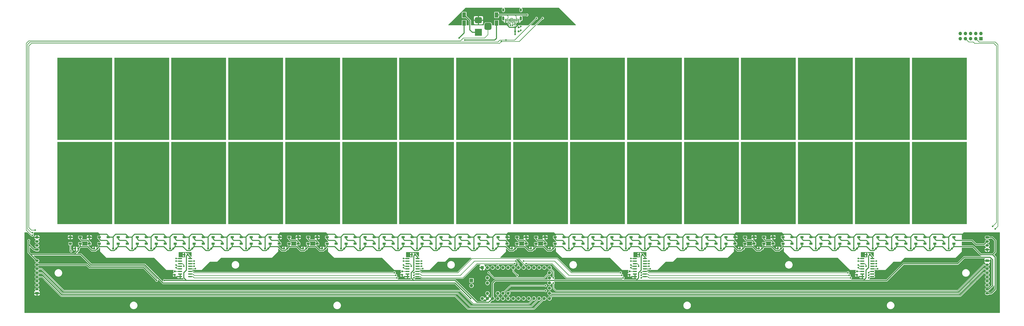
<source format=gbr>
G04 #@! TF.GenerationSoftware,KiCad,Pcbnew,(5.1.7)-1*
G04 #@! TF.CreationDate,2021-02-28T23:22:52-05:00*
G04 #@! TF.ProjectId,OpeNITHM-full,4f70654e-4954-4484-9d2d-66756c6c2e6b,rev?*
G04 #@! TF.SameCoordinates,Original*
G04 #@! TF.FileFunction,Copper,L1,Top*
G04 #@! TF.FilePolarity,Positive*
%FSLAX46Y46*%
G04 Gerber Fmt 4.6, Leading zero omitted, Abs format (unit mm)*
G04 Created by KiCad (PCBNEW (5.1.7)-1) date 2021-02-28 23:22:52*
%MOMM*%
%LPD*%
G01*
G04 APERTURE LIST*
G04 #@! TA.AperFunction,SMDPad,CuDef*
%ADD10R,1.800000X2.500000*%
G04 #@! TD*
G04 #@! TA.AperFunction,SMDPad,CuDef*
%ADD11R,0.600000X1.450000*%
G04 #@! TD*
G04 #@! TA.AperFunction,SMDPad,CuDef*
%ADD12R,0.300000X1.450000*%
G04 #@! TD*
G04 #@! TA.AperFunction,ComponentPad*
%ADD13O,1.000000X2.100000*%
G04 #@! TD*
G04 #@! TA.AperFunction,ComponentPad*
%ADD14O,1.000000X1.600000*%
G04 #@! TD*
G04 #@! TA.AperFunction,ComponentPad*
%ADD15R,3.500000X3.500000*%
G04 #@! TD*
G04 #@! TA.AperFunction,SMDPad,CuDef*
%ADD16R,1.500000X1.000000*%
G04 #@! TD*
G04 #@! TA.AperFunction,ComponentPad*
%ADD17O,1.700000X1.700000*%
G04 #@! TD*
G04 #@! TA.AperFunction,ComponentPad*
%ADD18R,1.700000X1.700000*%
G04 #@! TD*
G04 #@! TA.AperFunction,ComponentPad*
%ADD19C,1.600000*%
G04 #@! TD*
G04 #@! TA.AperFunction,ComponentPad*
%ADD20R,1.600000X1.600000*%
G04 #@! TD*
G04 #@! TA.AperFunction,ComponentPad*
%ADD21O,1.750000X1.200000*%
G04 #@! TD*
G04 #@! TA.AperFunction,ConnectorPad*
%ADD22R,27.000000X40.500000*%
G04 #@! TD*
G04 #@! TA.AperFunction,ViaPad*
%ADD23C,0.800000*%
G04 #@! TD*
G04 #@! TA.AperFunction,Conductor*
%ADD24C,0.508000*%
G04 #@! TD*
G04 #@! TA.AperFunction,Conductor*
%ADD25C,0.250000*%
G04 #@! TD*
G04 #@! TA.AperFunction,Conductor*
%ADD26C,0.254000*%
G04 #@! TD*
G04 #@! TA.AperFunction,Conductor*
%ADD27C,0.100000*%
G04 #@! TD*
G04 APERTURE END LIST*
D10*
X124460000Y-8890000D03*
X124460000Y-12890000D03*
D11*
X144750000Y-11545000D03*
X145550000Y-11545000D03*
X150450000Y-11545000D03*
X151250000Y-11545000D03*
X151250000Y-11545000D03*
X150450000Y-11545000D03*
X145550000Y-11545000D03*
X144750000Y-11545000D03*
D12*
X149750000Y-11545000D03*
X149250000Y-11545000D03*
X148750000Y-11545000D03*
X147750000Y-11545000D03*
X147250000Y-11545000D03*
X146750000Y-11545000D03*
X146250000Y-11545000D03*
X148250000Y-11545000D03*
D13*
X143680000Y-10630000D03*
X152320000Y-10630000D03*
D14*
X152320000Y-6450000D03*
X143680000Y-6450000D03*
D10*
X140335000Y-8890000D03*
X140335000Y-12890000D03*
D15*
X131445000Y-17500000D03*
G04 #@! TA.AperFunction,ComponentPad*
G36*
G01*
X130445000Y-10000000D02*
X132445000Y-10000000D01*
G75*
G02*
X133195000Y-10750000I0J-750000D01*
G01*
X133195000Y-12250000D01*
G75*
G02*
X132445000Y-13000000I-750000J0D01*
G01*
X130445000Y-13000000D01*
G75*
G02*
X129695000Y-12250000I0J750000D01*
G01*
X129695000Y-10750000D01*
G75*
G02*
X130445000Y-10000000I750000J0D01*
G01*
G37*
G04 #@! TD.AperFunction*
G04 #@! TA.AperFunction,ComponentPad*
G36*
G01*
X135270000Y-12750000D02*
X137020000Y-12750000D01*
G75*
G02*
X137895000Y-13625000I0J-875000D01*
G01*
X137895000Y-15375000D01*
G75*
G02*
X137020000Y-16250000I-875000J0D01*
G01*
X135270000Y-16250000D01*
G75*
G02*
X134395000Y-15375000I0J875000D01*
G01*
X134395000Y-13625000D01*
G75*
G02*
X135270000Y-12750000I875000J0D01*
G01*
G37*
G04 #@! TD.AperFunction*
G04 #@! TA.AperFunction,SMDPad,CuDef*
G36*
G01*
X150765000Y-15275000D02*
X150765000Y-14725000D01*
G75*
G02*
X150965000Y-14525000I200000J0D01*
G01*
X151365000Y-14525000D01*
G75*
G02*
X151565000Y-14725000I0J-200000D01*
G01*
X151565000Y-15275000D01*
G75*
G02*
X151365000Y-15475000I-200000J0D01*
G01*
X150965000Y-15475000D01*
G75*
G02*
X150765000Y-15275000I0J200000D01*
G01*
G37*
G04 #@! TD.AperFunction*
G04 #@! TA.AperFunction,SMDPad,CuDef*
G36*
G01*
X149115000Y-15275000D02*
X149115000Y-14725000D01*
G75*
G02*
X149315000Y-14525000I200000J0D01*
G01*
X149715000Y-14525000D01*
G75*
G02*
X149915000Y-14725000I0J-200000D01*
G01*
X149915000Y-15275000D01*
G75*
G02*
X149715000Y-15475000I-200000J0D01*
G01*
X149315000Y-15475000D01*
G75*
G02*
X149115000Y-15275000I0J200000D01*
G01*
G37*
G04 #@! TD.AperFunction*
G04 #@! TA.AperFunction,SMDPad,CuDef*
G36*
G01*
X150765000Y-17275000D02*
X150765000Y-16725000D01*
G75*
G02*
X150965000Y-16525000I200000J0D01*
G01*
X151365000Y-16525000D01*
G75*
G02*
X151565000Y-16725000I0J-200000D01*
G01*
X151565000Y-17275000D01*
G75*
G02*
X151365000Y-17475000I-200000J0D01*
G01*
X150965000Y-17475000D01*
G75*
G02*
X150765000Y-17275000I0J200000D01*
G01*
G37*
G04 #@! TD.AperFunction*
G04 #@! TA.AperFunction,SMDPad,CuDef*
G36*
G01*
X149115000Y-17275000D02*
X149115000Y-16725000D01*
G75*
G02*
X149315000Y-16525000I200000J0D01*
G01*
X149715000Y-16525000D01*
G75*
G02*
X149915000Y-16725000I0J-200000D01*
G01*
X149915000Y-17275000D01*
G75*
G02*
X149715000Y-17475000I-200000J0D01*
G01*
X149315000Y-17475000D01*
G75*
G02*
X149115000Y-17275000I0J200000D01*
G01*
G37*
G04 #@! TD.AperFunction*
D16*
X365116667Y-121600000D03*
X365116667Y-118400000D03*
X360216667Y-121600000D03*
X360216667Y-118400000D03*
X355783318Y-121600000D03*
X355783318Y-118400000D03*
X350883318Y-121600000D03*
X350883318Y-118400000D03*
X346449985Y-121600000D03*
X346449985Y-118400000D03*
X341549985Y-121600000D03*
X341549985Y-118400000D03*
X337116652Y-121600000D03*
X337116652Y-118400000D03*
X332216652Y-121600000D03*
X332216652Y-118400000D03*
X327783319Y-121600000D03*
X327783319Y-118400000D03*
X322883319Y-121600000D03*
X322883319Y-118400000D03*
X318449986Y-121600000D03*
X318449986Y-118400000D03*
X313549986Y-121600000D03*
X313549986Y-118400000D03*
X309116653Y-121600000D03*
X309116653Y-118400000D03*
X304216653Y-121600000D03*
X304216653Y-118400000D03*
X299783320Y-121600000D03*
X299783320Y-118400000D03*
X294883320Y-121600000D03*
X294883320Y-118400000D03*
X285549987Y-118400000D03*
X285549987Y-121600000D03*
X290449987Y-118400000D03*
X290449987Y-121600000D03*
X276216654Y-118400000D03*
X276216654Y-121600000D03*
X281116654Y-118400000D03*
X281116654Y-121600000D03*
X266883321Y-118400000D03*
X266883321Y-121600000D03*
X271783321Y-118400000D03*
X271783321Y-121600000D03*
X257549988Y-118400000D03*
X257549988Y-121600000D03*
X262449988Y-118400000D03*
X262449988Y-121600000D03*
X248216655Y-118400000D03*
X248216655Y-121600000D03*
X253116655Y-118400000D03*
X253116655Y-121600000D03*
X238883322Y-118400000D03*
X238883322Y-121600000D03*
X243783322Y-118400000D03*
X243783322Y-121600000D03*
X229549989Y-118400000D03*
X229549989Y-121600000D03*
X234449989Y-118400000D03*
X234449989Y-121600000D03*
X220216656Y-118400000D03*
X220216656Y-121600000D03*
X225116656Y-118400000D03*
X225116656Y-121600000D03*
X210883323Y-118400000D03*
X210883323Y-121600000D03*
X215783323Y-118400000D03*
X215783323Y-121600000D03*
X201549990Y-118400000D03*
X201549990Y-121600000D03*
X206449990Y-118400000D03*
X206449990Y-121600000D03*
X192216657Y-118400000D03*
X192216657Y-121600000D03*
X197116657Y-118400000D03*
X197116657Y-121600000D03*
X182883324Y-118400000D03*
X182883324Y-121600000D03*
X187783324Y-118400000D03*
X187783324Y-121600000D03*
X173549991Y-118400000D03*
X173549991Y-121600000D03*
X178449991Y-118400000D03*
X178449991Y-121600000D03*
X164216658Y-118400000D03*
X164216658Y-121600000D03*
X169116658Y-118400000D03*
X169116658Y-121600000D03*
X154883325Y-118400000D03*
X154883325Y-121600000D03*
X159783325Y-118400000D03*
X159783325Y-121600000D03*
X145549992Y-118400000D03*
X145549992Y-121600000D03*
X150449992Y-118400000D03*
X150449992Y-121600000D03*
X136216659Y-118400000D03*
X136216659Y-121600000D03*
X141116659Y-118400000D03*
X141116659Y-121600000D03*
X126883326Y-118400000D03*
X126883326Y-121600000D03*
X131783326Y-118400000D03*
X131783326Y-121600000D03*
X117549993Y-118400000D03*
X117549993Y-121600000D03*
X122449993Y-118400000D03*
X122449993Y-121600000D03*
X108216660Y-118400000D03*
X108216660Y-121600000D03*
X113116660Y-118400000D03*
X113116660Y-121600000D03*
X98883327Y-118400000D03*
X98883327Y-121600000D03*
X103783327Y-118400000D03*
X103783327Y-121600000D03*
X89549994Y-118400000D03*
X89549994Y-121600000D03*
X94449994Y-118400000D03*
X94449994Y-121600000D03*
X80216661Y-118400000D03*
X80216661Y-121600000D03*
X85116661Y-118400000D03*
X85116661Y-121600000D03*
X70883328Y-118400000D03*
X70883328Y-121600000D03*
X75783328Y-118400000D03*
X75783328Y-121600000D03*
X61549995Y-118400000D03*
X61549995Y-121600000D03*
X66449995Y-118400000D03*
X66449995Y-121600000D03*
X52216662Y-118400000D03*
X52216662Y-121600000D03*
X57116662Y-118400000D03*
X57116662Y-121600000D03*
X42883329Y-118400000D03*
X42883329Y-121600000D03*
X47783329Y-118400000D03*
X47783329Y-121600000D03*
X33549996Y-118400000D03*
X33549996Y-121600000D03*
X38449996Y-118400000D03*
X38449996Y-121600000D03*
X24216663Y-118400000D03*
X24216663Y-121600000D03*
X29116663Y-118400000D03*
X29116663Y-121600000D03*
X14883330Y-118400000D03*
X14883330Y-121600000D03*
X19783330Y-118400000D03*
X19783330Y-121600000D03*
X5549997Y-118400000D03*
X5549997Y-121600000D03*
X10449997Y-118400000D03*
X10449997Y-121600000D03*
X-3783336Y-118400000D03*
X-3783336Y-121600000D03*
X1116664Y-118400000D03*
X1116664Y-121600000D03*
X-13116669Y-118400000D03*
X-13116669Y-121600000D03*
X-8216669Y-118400000D03*
X-8216669Y-121600000D03*
X-22450002Y-118400000D03*
X-22450002Y-121600000D03*
X-17550002Y-118400000D03*
X-17550002Y-121600000D03*
X-31783335Y-118400000D03*
X-31783335Y-121600000D03*
X-26883335Y-118400000D03*
X-26883335Y-121600000D03*
X-41116668Y-118400000D03*
X-41116668Y-121600000D03*
X-36216668Y-118400000D03*
X-36216668Y-121600000D03*
X-50450001Y-118400000D03*
X-50450001Y-121600000D03*
X-45550001Y-118400000D03*
X-45550001Y-121600000D03*
X-59783334Y-118400000D03*
X-59783334Y-121600000D03*
X-54883334Y-118400000D03*
X-54883334Y-121600000D03*
G04 #@! TA.AperFunction,SMDPad,CuDef*
G36*
G01*
X363716667Y-124250000D02*
X363716667Y-123750000D01*
G75*
G02*
X363941667Y-123525000I225000J0D01*
G01*
X364391667Y-123525000D01*
G75*
G02*
X364616667Y-123750000I0J-225000D01*
G01*
X364616667Y-124250000D01*
G75*
G02*
X364391667Y-124475000I-225000J0D01*
G01*
X363941667Y-124475000D01*
G75*
G02*
X363716667Y-124250000I0J225000D01*
G01*
G37*
G04 #@! TD.AperFunction*
G04 #@! TA.AperFunction,SMDPad,CuDef*
G36*
G01*
X362166667Y-124250000D02*
X362166667Y-123750000D01*
G75*
G02*
X362391667Y-123525000I225000J0D01*
G01*
X362841667Y-123525000D01*
G75*
G02*
X363066667Y-123750000I0J-225000D01*
G01*
X363066667Y-124250000D01*
G75*
G02*
X362841667Y-124475000I-225000J0D01*
G01*
X362391667Y-124475000D01*
G75*
G02*
X362166667Y-124250000I0J225000D01*
G01*
G37*
G04 #@! TD.AperFunction*
G04 #@! TA.AperFunction,SMDPad,CuDef*
G36*
G01*
X354383318Y-124250000D02*
X354383318Y-123750000D01*
G75*
G02*
X354608318Y-123525000I225000J0D01*
G01*
X355058318Y-123525000D01*
G75*
G02*
X355283318Y-123750000I0J-225000D01*
G01*
X355283318Y-124250000D01*
G75*
G02*
X355058318Y-124475000I-225000J0D01*
G01*
X354608318Y-124475000D01*
G75*
G02*
X354383318Y-124250000I0J225000D01*
G01*
G37*
G04 #@! TD.AperFunction*
G04 #@! TA.AperFunction,SMDPad,CuDef*
G36*
G01*
X352833318Y-124250000D02*
X352833318Y-123750000D01*
G75*
G02*
X353058318Y-123525000I225000J0D01*
G01*
X353508318Y-123525000D01*
G75*
G02*
X353733318Y-123750000I0J-225000D01*
G01*
X353733318Y-124250000D01*
G75*
G02*
X353508318Y-124475000I-225000J0D01*
G01*
X353058318Y-124475000D01*
G75*
G02*
X352833318Y-124250000I0J225000D01*
G01*
G37*
G04 #@! TD.AperFunction*
G04 #@! TA.AperFunction,SMDPad,CuDef*
G36*
G01*
X345049985Y-124250000D02*
X345049985Y-123750000D01*
G75*
G02*
X345274985Y-123525000I225000J0D01*
G01*
X345724985Y-123525000D01*
G75*
G02*
X345949985Y-123750000I0J-225000D01*
G01*
X345949985Y-124250000D01*
G75*
G02*
X345724985Y-124475000I-225000J0D01*
G01*
X345274985Y-124475000D01*
G75*
G02*
X345049985Y-124250000I0J225000D01*
G01*
G37*
G04 #@! TD.AperFunction*
G04 #@! TA.AperFunction,SMDPad,CuDef*
G36*
G01*
X343499985Y-124250000D02*
X343499985Y-123750000D01*
G75*
G02*
X343724985Y-123525000I225000J0D01*
G01*
X344174985Y-123525000D01*
G75*
G02*
X344399985Y-123750000I0J-225000D01*
G01*
X344399985Y-124250000D01*
G75*
G02*
X344174985Y-124475000I-225000J0D01*
G01*
X343724985Y-124475000D01*
G75*
G02*
X343499985Y-124250000I0J225000D01*
G01*
G37*
G04 #@! TD.AperFunction*
G04 #@! TA.AperFunction,SMDPad,CuDef*
G36*
G01*
X335716652Y-124250000D02*
X335716652Y-123750000D01*
G75*
G02*
X335941652Y-123525000I225000J0D01*
G01*
X336391652Y-123525000D01*
G75*
G02*
X336616652Y-123750000I0J-225000D01*
G01*
X336616652Y-124250000D01*
G75*
G02*
X336391652Y-124475000I-225000J0D01*
G01*
X335941652Y-124475000D01*
G75*
G02*
X335716652Y-124250000I0J225000D01*
G01*
G37*
G04 #@! TD.AperFunction*
G04 #@! TA.AperFunction,SMDPad,CuDef*
G36*
G01*
X334166652Y-124250000D02*
X334166652Y-123750000D01*
G75*
G02*
X334391652Y-123525000I225000J0D01*
G01*
X334841652Y-123525000D01*
G75*
G02*
X335066652Y-123750000I0J-225000D01*
G01*
X335066652Y-124250000D01*
G75*
G02*
X334841652Y-124475000I-225000J0D01*
G01*
X334391652Y-124475000D01*
G75*
G02*
X334166652Y-124250000I0J225000D01*
G01*
G37*
G04 #@! TD.AperFunction*
G04 #@! TA.AperFunction,SMDPad,CuDef*
G36*
G01*
X326383319Y-124250000D02*
X326383319Y-123750000D01*
G75*
G02*
X326608319Y-123525000I225000J0D01*
G01*
X327058319Y-123525000D01*
G75*
G02*
X327283319Y-123750000I0J-225000D01*
G01*
X327283319Y-124250000D01*
G75*
G02*
X327058319Y-124475000I-225000J0D01*
G01*
X326608319Y-124475000D01*
G75*
G02*
X326383319Y-124250000I0J225000D01*
G01*
G37*
G04 #@! TD.AperFunction*
G04 #@! TA.AperFunction,SMDPad,CuDef*
G36*
G01*
X324833319Y-124250000D02*
X324833319Y-123750000D01*
G75*
G02*
X325058319Y-123525000I225000J0D01*
G01*
X325508319Y-123525000D01*
G75*
G02*
X325733319Y-123750000I0J-225000D01*
G01*
X325733319Y-124250000D01*
G75*
G02*
X325508319Y-124475000I-225000J0D01*
G01*
X325058319Y-124475000D01*
G75*
G02*
X324833319Y-124250000I0J225000D01*
G01*
G37*
G04 #@! TD.AperFunction*
G04 #@! TA.AperFunction,SMDPad,CuDef*
G36*
G01*
X317049986Y-124250000D02*
X317049986Y-123750000D01*
G75*
G02*
X317274986Y-123525000I225000J0D01*
G01*
X317724986Y-123525000D01*
G75*
G02*
X317949986Y-123750000I0J-225000D01*
G01*
X317949986Y-124250000D01*
G75*
G02*
X317724986Y-124475000I-225000J0D01*
G01*
X317274986Y-124475000D01*
G75*
G02*
X317049986Y-124250000I0J225000D01*
G01*
G37*
G04 #@! TD.AperFunction*
G04 #@! TA.AperFunction,SMDPad,CuDef*
G36*
G01*
X315499986Y-124250000D02*
X315499986Y-123750000D01*
G75*
G02*
X315724986Y-123525000I225000J0D01*
G01*
X316174986Y-123525000D01*
G75*
G02*
X316399986Y-123750000I0J-225000D01*
G01*
X316399986Y-124250000D01*
G75*
G02*
X316174986Y-124475000I-225000J0D01*
G01*
X315724986Y-124475000D01*
G75*
G02*
X315499986Y-124250000I0J225000D01*
G01*
G37*
G04 #@! TD.AperFunction*
G04 #@! TA.AperFunction,SMDPad,CuDef*
G36*
G01*
X307716653Y-124250000D02*
X307716653Y-123750000D01*
G75*
G02*
X307941653Y-123525000I225000J0D01*
G01*
X308391653Y-123525000D01*
G75*
G02*
X308616653Y-123750000I0J-225000D01*
G01*
X308616653Y-124250000D01*
G75*
G02*
X308391653Y-124475000I-225000J0D01*
G01*
X307941653Y-124475000D01*
G75*
G02*
X307716653Y-124250000I0J225000D01*
G01*
G37*
G04 #@! TD.AperFunction*
G04 #@! TA.AperFunction,SMDPad,CuDef*
G36*
G01*
X306166653Y-124250000D02*
X306166653Y-123750000D01*
G75*
G02*
X306391653Y-123525000I225000J0D01*
G01*
X306841653Y-123525000D01*
G75*
G02*
X307066653Y-123750000I0J-225000D01*
G01*
X307066653Y-124250000D01*
G75*
G02*
X306841653Y-124475000I-225000J0D01*
G01*
X306391653Y-124475000D01*
G75*
G02*
X306166653Y-124250000I0J225000D01*
G01*
G37*
G04 #@! TD.AperFunction*
G04 #@! TA.AperFunction,SMDPad,CuDef*
G36*
G01*
X298383320Y-124250000D02*
X298383320Y-123750000D01*
G75*
G02*
X298608320Y-123525000I225000J0D01*
G01*
X299058320Y-123525000D01*
G75*
G02*
X299283320Y-123750000I0J-225000D01*
G01*
X299283320Y-124250000D01*
G75*
G02*
X299058320Y-124475000I-225000J0D01*
G01*
X298608320Y-124475000D01*
G75*
G02*
X298383320Y-124250000I0J225000D01*
G01*
G37*
G04 #@! TD.AperFunction*
G04 #@! TA.AperFunction,SMDPad,CuDef*
G36*
G01*
X296833320Y-124250000D02*
X296833320Y-123750000D01*
G75*
G02*
X297058320Y-123525000I225000J0D01*
G01*
X297508320Y-123525000D01*
G75*
G02*
X297733320Y-123750000I0J-225000D01*
G01*
X297733320Y-124250000D01*
G75*
G02*
X297508320Y-124475000I-225000J0D01*
G01*
X297058320Y-124475000D01*
G75*
G02*
X296833320Y-124250000I0J225000D01*
G01*
G37*
G04 #@! TD.AperFunction*
G04 #@! TA.AperFunction,SMDPad,CuDef*
G36*
G01*
X289049987Y-124250000D02*
X289049987Y-123750000D01*
G75*
G02*
X289274987Y-123525000I225000J0D01*
G01*
X289724987Y-123525000D01*
G75*
G02*
X289949987Y-123750000I0J-225000D01*
G01*
X289949987Y-124250000D01*
G75*
G02*
X289724987Y-124475000I-225000J0D01*
G01*
X289274987Y-124475000D01*
G75*
G02*
X289049987Y-124250000I0J225000D01*
G01*
G37*
G04 #@! TD.AperFunction*
G04 #@! TA.AperFunction,SMDPad,CuDef*
G36*
G01*
X287499987Y-124250000D02*
X287499987Y-123750000D01*
G75*
G02*
X287724987Y-123525000I225000J0D01*
G01*
X288174987Y-123525000D01*
G75*
G02*
X288399987Y-123750000I0J-225000D01*
G01*
X288399987Y-124250000D01*
G75*
G02*
X288174987Y-124475000I-225000J0D01*
G01*
X287724987Y-124475000D01*
G75*
G02*
X287499987Y-124250000I0J225000D01*
G01*
G37*
G04 #@! TD.AperFunction*
G04 #@! TA.AperFunction,SMDPad,CuDef*
G36*
G01*
X278166654Y-124250000D02*
X278166654Y-123750000D01*
G75*
G02*
X278391654Y-123525000I225000J0D01*
G01*
X278841654Y-123525000D01*
G75*
G02*
X279066654Y-123750000I0J-225000D01*
G01*
X279066654Y-124250000D01*
G75*
G02*
X278841654Y-124475000I-225000J0D01*
G01*
X278391654Y-124475000D01*
G75*
G02*
X278166654Y-124250000I0J225000D01*
G01*
G37*
G04 #@! TD.AperFunction*
G04 #@! TA.AperFunction,SMDPad,CuDef*
G36*
G01*
X279716654Y-124250000D02*
X279716654Y-123750000D01*
G75*
G02*
X279941654Y-123525000I225000J0D01*
G01*
X280391654Y-123525000D01*
G75*
G02*
X280616654Y-123750000I0J-225000D01*
G01*
X280616654Y-124250000D01*
G75*
G02*
X280391654Y-124475000I-225000J0D01*
G01*
X279941654Y-124475000D01*
G75*
G02*
X279716654Y-124250000I0J225000D01*
G01*
G37*
G04 #@! TD.AperFunction*
G04 #@! TA.AperFunction,SMDPad,CuDef*
G36*
G01*
X268833321Y-124250000D02*
X268833321Y-123750000D01*
G75*
G02*
X269058321Y-123525000I225000J0D01*
G01*
X269508321Y-123525000D01*
G75*
G02*
X269733321Y-123750000I0J-225000D01*
G01*
X269733321Y-124250000D01*
G75*
G02*
X269508321Y-124475000I-225000J0D01*
G01*
X269058321Y-124475000D01*
G75*
G02*
X268833321Y-124250000I0J225000D01*
G01*
G37*
G04 #@! TD.AperFunction*
G04 #@! TA.AperFunction,SMDPad,CuDef*
G36*
G01*
X270383321Y-124250000D02*
X270383321Y-123750000D01*
G75*
G02*
X270608321Y-123525000I225000J0D01*
G01*
X271058321Y-123525000D01*
G75*
G02*
X271283321Y-123750000I0J-225000D01*
G01*
X271283321Y-124250000D01*
G75*
G02*
X271058321Y-124475000I-225000J0D01*
G01*
X270608321Y-124475000D01*
G75*
G02*
X270383321Y-124250000I0J225000D01*
G01*
G37*
G04 #@! TD.AperFunction*
G04 #@! TA.AperFunction,SMDPad,CuDef*
G36*
G01*
X259499988Y-124250000D02*
X259499988Y-123750000D01*
G75*
G02*
X259724988Y-123525000I225000J0D01*
G01*
X260174988Y-123525000D01*
G75*
G02*
X260399988Y-123750000I0J-225000D01*
G01*
X260399988Y-124250000D01*
G75*
G02*
X260174988Y-124475000I-225000J0D01*
G01*
X259724988Y-124475000D01*
G75*
G02*
X259499988Y-124250000I0J225000D01*
G01*
G37*
G04 #@! TD.AperFunction*
G04 #@! TA.AperFunction,SMDPad,CuDef*
G36*
G01*
X261049988Y-124250000D02*
X261049988Y-123750000D01*
G75*
G02*
X261274988Y-123525000I225000J0D01*
G01*
X261724988Y-123525000D01*
G75*
G02*
X261949988Y-123750000I0J-225000D01*
G01*
X261949988Y-124250000D01*
G75*
G02*
X261724988Y-124475000I-225000J0D01*
G01*
X261274988Y-124475000D01*
G75*
G02*
X261049988Y-124250000I0J225000D01*
G01*
G37*
G04 #@! TD.AperFunction*
G04 #@! TA.AperFunction,SMDPad,CuDef*
G36*
G01*
X250166655Y-124250000D02*
X250166655Y-123750000D01*
G75*
G02*
X250391655Y-123525000I225000J0D01*
G01*
X250841655Y-123525000D01*
G75*
G02*
X251066655Y-123750000I0J-225000D01*
G01*
X251066655Y-124250000D01*
G75*
G02*
X250841655Y-124475000I-225000J0D01*
G01*
X250391655Y-124475000D01*
G75*
G02*
X250166655Y-124250000I0J225000D01*
G01*
G37*
G04 #@! TD.AperFunction*
G04 #@! TA.AperFunction,SMDPad,CuDef*
G36*
G01*
X251716655Y-124250000D02*
X251716655Y-123750000D01*
G75*
G02*
X251941655Y-123525000I225000J0D01*
G01*
X252391655Y-123525000D01*
G75*
G02*
X252616655Y-123750000I0J-225000D01*
G01*
X252616655Y-124250000D01*
G75*
G02*
X252391655Y-124475000I-225000J0D01*
G01*
X251941655Y-124475000D01*
G75*
G02*
X251716655Y-124250000I0J225000D01*
G01*
G37*
G04 #@! TD.AperFunction*
G04 #@! TA.AperFunction,SMDPad,CuDef*
G36*
G01*
X240833322Y-124250000D02*
X240833322Y-123750000D01*
G75*
G02*
X241058322Y-123525000I225000J0D01*
G01*
X241508322Y-123525000D01*
G75*
G02*
X241733322Y-123750000I0J-225000D01*
G01*
X241733322Y-124250000D01*
G75*
G02*
X241508322Y-124475000I-225000J0D01*
G01*
X241058322Y-124475000D01*
G75*
G02*
X240833322Y-124250000I0J225000D01*
G01*
G37*
G04 #@! TD.AperFunction*
G04 #@! TA.AperFunction,SMDPad,CuDef*
G36*
G01*
X242383322Y-124250000D02*
X242383322Y-123750000D01*
G75*
G02*
X242608322Y-123525000I225000J0D01*
G01*
X243058322Y-123525000D01*
G75*
G02*
X243283322Y-123750000I0J-225000D01*
G01*
X243283322Y-124250000D01*
G75*
G02*
X243058322Y-124475000I-225000J0D01*
G01*
X242608322Y-124475000D01*
G75*
G02*
X242383322Y-124250000I0J225000D01*
G01*
G37*
G04 #@! TD.AperFunction*
G04 #@! TA.AperFunction,SMDPad,CuDef*
G36*
G01*
X231499989Y-124250000D02*
X231499989Y-123750000D01*
G75*
G02*
X231724989Y-123525000I225000J0D01*
G01*
X232174989Y-123525000D01*
G75*
G02*
X232399989Y-123750000I0J-225000D01*
G01*
X232399989Y-124250000D01*
G75*
G02*
X232174989Y-124475000I-225000J0D01*
G01*
X231724989Y-124475000D01*
G75*
G02*
X231499989Y-124250000I0J225000D01*
G01*
G37*
G04 #@! TD.AperFunction*
G04 #@! TA.AperFunction,SMDPad,CuDef*
G36*
G01*
X233049989Y-124250000D02*
X233049989Y-123750000D01*
G75*
G02*
X233274989Y-123525000I225000J0D01*
G01*
X233724989Y-123525000D01*
G75*
G02*
X233949989Y-123750000I0J-225000D01*
G01*
X233949989Y-124250000D01*
G75*
G02*
X233724989Y-124475000I-225000J0D01*
G01*
X233274989Y-124475000D01*
G75*
G02*
X233049989Y-124250000I0J225000D01*
G01*
G37*
G04 #@! TD.AperFunction*
G04 #@! TA.AperFunction,SMDPad,CuDef*
G36*
G01*
X222166656Y-124250000D02*
X222166656Y-123750000D01*
G75*
G02*
X222391656Y-123525000I225000J0D01*
G01*
X222841656Y-123525000D01*
G75*
G02*
X223066656Y-123750000I0J-225000D01*
G01*
X223066656Y-124250000D01*
G75*
G02*
X222841656Y-124475000I-225000J0D01*
G01*
X222391656Y-124475000D01*
G75*
G02*
X222166656Y-124250000I0J225000D01*
G01*
G37*
G04 #@! TD.AperFunction*
G04 #@! TA.AperFunction,SMDPad,CuDef*
G36*
G01*
X223716656Y-124250000D02*
X223716656Y-123750000D01*
G75*
G02*
X223941656Y-123525000I225000J0D01*
G01*
X224391656Y-123525000D01*
G75*
G02*
X224616656Y-123750000I0J-225000D01*
G01*
X224616656Y-124250000D01*
G75*
G02*
X224391656Y-124475000I-225000J0D01*
G01*
X223941656Y-124475000D01*
G75*
G02*
X223716656Y-124250000I0J225000D01*
G01*
G37*
G04 #@! TD.AperFunction*
G04 #@! TA.AperFunction,SMDPad,CuDef*
G36*
G01*
X212833323Y-124250000D02*
X212833323Y-123750000D01*
G75*
G02*
X213058323Y-123525000I225000J0D01*
G01*
X213508323Y-123525000D01*
G75*
G02*
X213733323Y-123750000I0J-225000D01*
G01*
X213733323Y-124250000D01*
G75*
G02*
X213508323Y-124475000I-225000J0D01*
G01*
X213058323Y-124475000D01*
G75*
G02*
X212833323Y-124250000I0J225000D01*
G01*
G37*
G04 #@! TD.AperFunction*
G04 #@! TA.AperFunction,SMDPad,CuDef*
G36*
G01*
X214383323Y-124250000D02*
X214383323Y-123750000D01*
G75*
G02*
X214608323Y-123525000I225000J0D01*
G01*
X215058323Y-123525000D01*
G75*
G02*
X215283323Y-123750000I0J-225000D01*
G01*
X215283323Y-124250000D01*
G75*
G02*
X215058323Y-124475000I-225000J0D01*
G01*
X214608323Y-124475000D01*
G75*
G02*
X214383323Y-124250000I0J225000D01*
G01*
G37*
G04 #@! TD.AperFunction*
G04 #@! TA.AperFunction,SMDPad,CuDef*
G36*
G01*
X203499990Y-124250000D02*
X203499990Y-123750000D01*
G75*
G02*
X203724990Y-123525000I225000J0D01*
G01*
X204174990Y-123525000D01*
G75*
G02*
X204399990Y-123750000I0J-225000D01*
G01*
X204399990Y-124250000D01*
G75*
G02*
X204174990Y-124475000I-225000J0D01*
G01*
X203724990Y-124475000D01*
G75*
G02*
X203499990Y-124250000I0J225000D01*
G01*
G37*
G04 #@! TD.AperFunction*
G04 #@! TA.AperFunction,SMDPad,CuDef*
G36*
G01*
X205049990Y-124250000D02*
X205049990Y-123750000D01*
G75*
G02*
X205274990Y-123525000I225000J0D01*
G01*
X205724990Y-123525000D01*
G75*
G02*
X205949990Y-123750000I0J-225000D01*
G01*
X205949990Y-124250000D01*
G75*
G02*
X205724990Y-124475000I-225000J0D01*
G01*
X205274990Y-124475000D01*
G75*
G02*
X205049990Y-124250000I0J225000D01*
G01*
G37*
G04 #@! TD.AperFunction*
G04 #@! TA.AperFunction,SMDPad,CuDef*
G36*
G01*
X194166657Y-124250000D02*
X194166657Y-123750000D01*
G75*
G02*
X194391657Y-123525000I225000J0D01*
G01*
X194841657Y-123525000D01*
G75*
G02*
X195066657Y-123750000I0J-225000D01*
G01*
X195066657Y-124250000D01*
G75*
G02*
X194841657Y-124475000I-225000J0D01*
G01*
X194391657Y-124475000D01*
G75*
G02*
X194166657Y-124250000I0J225000D01*
G01*
G37*
G04 #@! TD.AperFunction*
G04 #@! TA.AperFunction,SMDPad,CuDef*
G36*
G01*
X195716657Y-124250000D02*
X195716657Y-123750000D01*
G75*
G02*
X195941657Y-123525000I225000J0D01*
G01*
X196391657Y-123525000D01*
G75*
G02*
X196616657Y-123750000I0J-225000D01*
G01*
X196616657Y-124250000D01*
G75*
G02*
X196391657Y-124475000I-225000J0D01*
G01*
X195941657Y-124475000D01*
G75*
G02*
X195716657Y-124250000I0J225000D01*
G01*
G37*
G04 #@! TD.AperFunction*
G04 #@! TA.AperFunction,SMDPad,CuDef*
G36*
G01*
X184833324Y-124250000D02*
X184833324Y-123750000D01*
G75*
G02*
X185058324Y-123525000I225000J0D01*
G01*
X185508324Y-123525000D01*
G75*
G02*
X185733324Y-123750000I0J-225000D01*
G01*
X185733324Y-124250000D01*
G75*
G02*
X185508324Y-124475000I-225000J0D01*
G01*
X185058324Y-124475000D01*
G75*
G02*
X184833324Y-124250000I0J225000D01*
G01*
G37*
G04 #@! TD.AperFunction*
G04 #@! TA.AperFunction,SMDPad,CuDef*
G36*
G01*
X186383324Y-124250000D02*
X186383324Y-123750000D01*
G75*
G02*
X186608324Y-123525000I225000J0D01*
G01*
X187058324Y-123525000D01*
G75*
G02*
X187283324Y-123750000I0J-225000D01*
G01*
X187283324Y-124250000D01*
G75*
G02*
X187058324Y-124475000I-225000J0D01*
G01*
X186608324Y-124475000D01*
G75*
G02*
X186383324Y-124250000I0J225000D01*
G01*
G37*
G04 #@! TD.AperFunction*
G04 #@! TA.AperFunction,SMDPad,CuDef*
G36*
G01*
X175499991Y-124250000D02*
X175499991Y-123750000D01*
G75*
G02*
X175724991Y-123525000I225000J0D01*
G01*
X176174991Y-123525000D01*
G75*
G02*
X176399991Y-123750000I0J-225000D01*
G01*
X176399991Y-124250000D01*
G75*
G02*
X176174991Y-124475000I-225000J0D01*
G01*
X175724991Y-124475000D01*
G75*
G02*
X175499991Y-124250000I0J225000D01*
G01*
G37*
G04 #@! TD.AperFunction*
G04 #@! TA.AperFunction,SMDPad,CuDef*
G36*
G01*
X177049991Y-124250000D02*
X177049991Y-123750000D01*
G75*
G02*
X177274991Y-123525000I225000J0D01*
G01*
X177724991Y-123525000D01*
G75*
G02*
X177949991Y-123750000I0J-225000D01*
G01*
X177949991Y-124250000D01*
G75*
G02*
X177724991Y-124475000I-225000J0D01*
G01*
X177274991Y-124475000D01*
G75*
G02*
X177049991Y-124250000I0J225000D01*
G01*
G37*
G04 #@! TD.AperFunction*
G04 #@! TA.AperFunction,SMDPad,CuDef*
G36*
G01*
X166166658Y-124250000D02*
X166166658Y-123750000D01*
G75*
G02*
X166391658Y-123525000I225000J0D01*
G01*
X166841658Y-123525000D01*
G75*
G02*
X167066658Y-123750000I0J-225000D01*
G01*
X167066658Y-124250000D01*
G75*
G02*
X166841658Y-124475000I-225000J0D01*
G01*
X166391658Y-124475000D01*
G75*
G02*
X166166658Y-124250000I0J225000D01*
G01*
G37*
G04 #@! TD.AperFunction*
G04 #@! TA.AperFunction,SMDPad,CuDef*
G36*
G01*
X167716658Y-124250000D02*
X167716658Y-123750000D01*
G75*
G02*
X167941658Y-123525000I225000J0D01*
G01*
X168391658Y-123525000D01*
G75*
G02*
X168616658Y-123750000I0J-225000D01*
G01*
X168616658Y-124250000D01*
G75*
G02*
X168391658Y-124475000I-225000J0D01*
G01*
X167941658Y-124475000D01*
G75*
G02*
X167716658Y-124250000I0J225000D01*
G01*
G37*
G04 #@! TD.AperFunction*
G04 #@! TA.AperFunction,SMDPad,CuDef*
G36*
G01*
X156833325Y-124250000D02*
X156833325Y-123750000D01*
G75*
G02*
X157058325Y-123525000I225000J0D01*
G01*
X157508325Y-123525000D01*
G75*
G02*
X157733325Y-123750000I0J-225000D01*
G01*
X157733325Y-124250000D01*
G75*
G02*
X157508325Y-124475000I-225000J0D01*
G01*
X157058325Y-124475000D01*
G75*
G02*
X156833325Y-124250000I0J225000D01*
G01*
G37*
G04 #@! TD.AperFunction*
G04 #@! TA.AperFunction,SMDPad,CuDef*
G36*
G01*
X158383325Y-124250000D02*
X158383325Y-123750000D01*
G75*
G02*
X158608325Y-123525000I225000J0D01*
G01*
X159058325Y-123525000D01*
G75*
G02*
X159283325Y-123750000I0J-225000D01*
G01*
X159283325Y-124250000D01*
G75*
G02*
X159058325Y-124475000I-225000J0D01*
G01*
X158608325Y-124475000D01*
G75*
G02*
X158383325Y-124250000I0J225000D01*
G01*
G37*
G04 #@! TD.AperFunction*
G04 #@! TA.AperFunction,SMDPad,CuDef*
G36*
G01*
X147499992Y-124250000D02*
X147499992Y-123750000D01*
G75*
G02*
X147724992Y-123525000I225000J0D01*
G01*
X148174992Y-123525000D01*
G75*
G02*
X148399992Y-123750000I0J-225000D01*
G01*
X148399992Y-124250000D01*
G75*
G02*
X148174992Y-124475000I-225000J0D01*
G01*
X147724992Y-124475000D01*
G75*
G02*
X147499992Y-124250000I0J225000D01*
G01*
G37*
G04 #@! TD.AperFunction*
G04 #@! TA.AperFunction,SMDPad,CuDef*
G36*
G01*
X149049992Y-124250000D02*
X149049992Y-123750000D01*
G75*
G02*
X149274992Y-123525000I225000J0D01*
G01*
X149724992Y-123525000D01*
G75*
G02*
X149949992Y-123750000I0J-225000D01*
G01*
X149949992Y-124250000D01*
G75*
G02*
X149724992Y-124475000I-225000J0D01*
G01*
X149274992Y-124475000D01*
G75*
G02*
X149049992Y-124250000I0J225000D01*
G01*
G37*
G04 #@! TD.AperFunction*
G04 #@! TA.AperFunction,SMDPad,CuDef*
G36*
G01*
X138166659Y-124250000D02*
X138166659Y-123750000D01*
G75*
G02*
X138391659Y-123525000I225000J0D01*
G01*
X138841659Y-123525000D01*
G75*
G02*
X139066659Y-123750000I0J-225000D01*
G01*
X139066659Y-124250000D01*
G75*
G02*
X138841659Y-124475000I-225000J0D01*
G01*
X138391659Y-124475000D01*
G75*
G02*
X138166659Y-124250000I0J225000D01*
G01*
G37*
G04 #@! TD.AperFunction*
G04 #@! TA.AperFunction,SMDPad,CuDef*
G36*
G01*
X139716659Y-124250000D02*
X139716659Y-123750000D01*
G75*
G02*
X139941659Y-123525000I225000J0D01*
G01*
X140391659Y-123525000D01*
G75*
G02*
X140616659Y-123750000I0J-225000D01*
G01*
X140616659Y-124250000D01*
G75*
G02*
X140391659Y-124475000I-225000J0D01*
G01*
X139941659Y-124475000D01*
G75*
G02*
X139716659Y-124250000I0J225000D01*
G01*
G37*
G04 #@! TD.AperFunction*
G04 #@! TA.AperFunction,SMDPad,CuDef*
G36*
G01*
X128833326Y-124250000D02*
X128833326Y-123750000D01*
G75*
G02*
X129058326Y-123525000I225000J0D01*
G01*
X129508326Y-123525000D01*
G75*
G02*
X129733326Y-123750000I0J-225000D01*
G01*
X129733326Y-124250000D01*
G75*
G02*
X129508326Y-124475000I-225000J0D01*
G01*
X129058326Y-124475000D01*
G75*
G02*
X128833326Y-124250000I0J225000D01*
G01*
G37*
G04 #@! TD.AperFunction*
G04 #@! TA.AperFunction,SMDPad,CuDef*
G36*
G01*
X130383326Y-124250000D02*
X130383326Y-123750000D01*
G75*
G02*
X130608326Y-123525000I225000J0D01*
G01*
X131058326Y-123525000D01*
G75*
G02*
X131283326Y-123750000I0J-225000D01*
G01*
X131283326Y-124250000D01*
G75*
G02*
X131058326Y-124475000I-225000J0D01*
G01*
X130608326Y-124475000D01*
G75*
G02*
X130383326Y-124250000I0J225000D01*
G01*
G37*
G04 #@! TD.AperFunction*
G04 #@! TA.AperFunction,SMDPad,CuDef*
G36*
G01*
X119499993Y-124250000D02*
X119499993Y-123750000D01*
G75*
G02*
X119724993Y-123525000I225000J0D01*
G01*
X120174993Y-123525000D01*
G75*
G02*
X120399993Y-123750000I0J-225000D01*
G01*
X120399993Y-124250000D01*
G75*
G02*
X120174993Y-124475000I-225000J0D01*
G01*
X119724993Y-124475000D01*
G75*
G02*
X119499993Y-124250000I0J225000D01*
G01*
G37*
G04 #@! TD.AperFunction*
G04 #@! TA.AperFunction,SMDPad,CuDef*
G36*
G01*
X121049993Y-124250000D02*
X121049993Y-123750000D01*
G75*
G02*
X121274993Y-123525000I225000J0D01*
G01*
X121724993Y-123525000D01*
G75*
G02*
X121949993Y-123750000I0J-225000D01*
G01*
X121949993Y-124250000D01*
G75*
G02*
X121724993Y-124475000I-225000J0D01*
G01*
X121274993Y-124475000D01*
G75*
G02*
X121049993Y-124250000I0J225000D01*
G01*
G37*
G04 #@! TD.AperFunction*
G04 #@! TA.AperFunction,SMDPad,CuDef*
G36*
G01*
X110166660Y-124250000D02*
X110166660Y-123750000D01*
G75*
G02*
X110391660Y-123525000I225000J0D01*
G01*
X110841660Y-123525000D01*
G75*
G02*
X111066660Y-123750000I0J-225000D01*
G01*
X111066660Y-124250000D01*
G75*
G02*
X110841660Y-124475000I-225000J0D01*
G01*
X110391660Y-124475000D01*
G75*
G02*
X110166660Y-124250000I0J225000D01*
G01*
G37*
G04 #@! TD.AperFunction*
G04 #@! TA.AperFunction,SMDPad,CuDef*
G36*
G01*
X111716660Y-124250000D02*
X111716660Y-123750000D01*
G75*
G02*
X111941660Y-123525000I225000J0D01*
G01*
X112391660Y-123525000D01*
G75*
G02*
X112616660Y-123750000I0J-225000D01*
G01*
X112616660Y-124250000D01*
G75*
G02*
X112391660Y-124475000I-225000J0D01*
G01*
X111941660Y-124475000D01*
G75*
G02*
X111716660Y-124250000I0J225000D01*
G01*
G37*
G04 #@! TD.AperFunction*
G04 #@! TA.AperFunction,SMDPad,CuDef*
G36*
G01*
X100833327Y-124250000D02*
X100833327Y-123750000D01*
G75*
G02*
X101058327Y-123525000I225000J0D01*
G01*
X101508327Y-123525000D01*
G75*
G02*
X101733327Y-123750000I0J-225000D01*
G01*
X101733327Y-124250000D01*
G75*
G02*
X101508327Y-124475000I-225000J0D01*
G01*
X101058327Y-124475000D01*
G75*
G02*
X100833327Y-124250000I0J225000D01*
G01*
G37*
G04 #@! TD.AperFunction*
G04 #@! TA.AperFunction,SMDPad,CuDef*
G36*
G01*
X102383327Y-124250000D02*
X102383327Y-123750000D01*
G75*
G02*
X102608327Y-123525000I225000J0D01*
G01*
X103058327Y-123525000D01*
G75*
G02*
X103283327Y-123750000I0J-225000D01*
G01*
X103283327Y-124250000D01*
G75*
G02*
X103058327Y-124475000I-225000J0D01*
G01*
X102608327Y-124475000D01*
G75*
G02*
X102383327Y-124250000I0J225000D01*
G01*
G37*
G04 #@! TD.AperFunction*
G04 #@! TA.AperFunction,SMDPad,CuDef*
G36*
G01*
X91499994Y-124250000D02*
X91499994Y-123750000D01*
G75*
G02*
X91724994Y-123525000I225000J0D01*
G01*
X92174994Y-123525000D01*
G75*
G02*
X92399994Y-123750000I0J-225000D01*
G01*
X92399994Y-124250000D01*
G75*
G02*
X92174994Y-124475000I-225000J0D01*
G01*
X91724994Y-124475000D01*
G75*
G02*
X91499994Y-124250000I0J225000D01*
G01*
G37*
G04 #@! TD.AperFunction*
G04 #@! TA.AperFunction,SMDPad,CuDef*
G36*
G01*
X93049994Y-124250000D02*
X93049994Y-123750000D01*
G75*
G02*
X93274994Y-123525000I225000J0D01*
G01*
X93724994Y-123525000D01*
G75*
G02*
X93949994Y-123750000I0J-225000D01*
G01*
X93949994Y-124250000D01*
G75*
G02*
X93724994Y-124475000I-225000J0D01*
G01*
X93274994Y-124475000D01*
G75*
G02*
X93049994Y-124250000I0J225000D01*
G01*
G37*
G04 #@! TD.AperFunction*
G04 #@! TA.AperFunction,SMDPad,CuDef*
G36*
G01*
X82166661Y-124250000D02*
X82166661Y-123750000D01*
G75*
G02*
X82391661Y-123525000I225000J0D01*
G01*
X82841661Y-123525000D01*
G75*
G02*
X83066661Y-123750000I0J-225000D01*
G01*
X83066661Y-124250000D01*
G75*
G02*
X82841661Y-124475000I-225000J0D01*
G01*
X82391661Y-124475000D01*
G75*
G02*
X82166661Y-124250000I0J225000D01*
G01*
G37*
G04 #@! TD.AperFunction*
G04 #@! TA.AperFunction,SMDPad,CuDef*
G36*
G01*
X83716661Y-124250000D02*
X83716661Y-123750000D01*
G75*
G02*
X83941661Y-123525000I225000J0D01*
G01*
X84391661Y-123525000D01*
G75*
G02*
X84616661Y-123750000I0J-225000D01*
G01*
X84616661Y-124250000D01*
G75*
G02*
X84391661Y-124475000I-225000J0D01*
G01*
X83941661Y-124475000D01*
G75*
G02*
X83716661Y-124250000I0J225000D01*
G01*
G37*
G04 #@! TD.AperFunction*
G04 #@! TA.AperFunction,SMDPad,CuDef*
G36*
G01*
X72833328Y-124250000D02*
X72833328Y-123750000D01*
G75*
G02*
X73058328Y-123525000I225000J0D01*
G01*
X73508328Y-123525000D01*
G75*
G02*
X73733328Y-123750000I0J-225000D01*
G01*
X73733328Y-124250000D01*
G75*
G02*
X73508328Y-124475000I-225000J0D01*
G01*
X73058328Y-124475000D01*
G75*
G02*
X72833328Y-124250000I0J225000D01*
G01*
G37*
G04 #@! TD.AperFunction*
G04 #@! TA.AperFunction,SMDPad,CuDef*
G36*
G01*
X74383328Y-124250000D02*
X74383328Y-123750000D01*
G75*
G02*
X74608328Y-123525000I225000J0D01*
G01*
X75058328Y-123525000D01*
G75*
G02*
X75283328Y-123750000I0J-225000D01*
G01*
X75283328Y-124250000D01*
G75*
G02*
X75058328Y-124475000I-225000J0D01*
G01*
X74608328Y-124475000D01*
G75*
G02*
X74383328Y-124250000I0J225000D01*
G01*
G37*
G04 #@! TD.AperFunction*
G04 #@! TA.AperFunction,SMDPad,CuDef*
G36*
G01*
X63499995Y-124250000D02*
X63499995Y-123750000D01*
G75*
G02*
X63724995Y-123525000I225000J0D01*
G01*
X64174995Y-123525000D01*
G75*
G02*
X64399995Y-123750000I0J-225000D01*
G01*
X64399995Y-124250000D01*
G75*
G02*
X64174995Y-124475000I-225000J0D01*
G01*
X63724995Y-124475000D01*
G75*
G02*
X63499995Y-124250000I0J225000D01*
G01*
G37*
G04 #@! TD.AperFunction*
G04 #@! TA.AperFunction,SMDPad,CuDef*
G36*
G01*
X65049995Y-124250000D02*
X65049995Y-123750000D01*
G75*
G02*
X65274995Y-123525000I225000J0D01*
G01*
X65724995Y-123525000D01*
G75*
G02*
X65949995Y-123750000I0J-225000D01*
G01*
X65949995Y-124250000D01*
G75*
G02*
X65724995Y-124475000I-225000J0D01*
G01*
X65274995Y-124475000D01*
G75*
G02*
X65049995Y-124250000I0J225000D01*
G01*
G37*
G04 #@! TD.AperFunction*
G04 #@! TA.AperFunction,SMDPad,CuDef*
G36*
G01*
X54166662Y-124250000D02*
X54166662Y-123750000D01*
G75*
G02*
X54391662Y-123525000I225000J0D01*
G01*
X54841662Y-123525000D01*
G75*
G02*
X55066662Y-123750000I0J-225000D01*
G01*
X55066662Y-124250000D01*
G75*
G02*
X54841662Y-124475000I-225000J0D01*
G01*
X54391662Y-124475000D01*
G75*
G02*
X54166662Y-124250000I0J225000D01*
G01*
G37*
G04 #@! TD.AperFunction*
G04 #@! TA.AperFunction,SMDPad,CuDef*
G36*
G01*
X55716662Y-124250000D02*
X55716662Y-123750000D01*
G75*
G02*
X55941662Y-123525000I225000J0D01*
G01*
X56391662Y-123525000D01*
G75*
G02*
X56616662Y-123750000I0J-225000D01*
G01*
X56616662Y-124250000D01*
G75*
G02*
X56391662Y-124475000I-225000J0D01*
G01*
X55941662Y-124475000D01*
G75*
G02*
X55716662Y-124250000I0J225000D01*
G01*
G37*
G04 #@! TD.AperFunction*
G04 #@! TA.AperFunction,SMDPad,CuDef*
G36*
G01*
X44833329Y-124250000D02*
X44833329Y-123750000D01*
G75*
G02*
X45058329Y-123525000I225000J0D01*
G01*
X45508329Y-123525000D01*
G75*
G02*
X45733329Y-123750000I0J-225000D01*
G01*
X45733329Y-124250000D01*
G75*
G02*
X45508329Y-124475000I-225000J0D01*
G01*
X45058329Y-124475000D01*
G75*
G02*
X44833329Y-124250000I0J225000D01*
G01*
G37*
G04 #@! TD.AperFunction*
G04 #@! TA.AperFunction,SMDPad,CuDef*
G36*
G01*
X46383329Y-124250000D02*
X46383329Y-123750000D01*
G75*
G02*
X46608329Y-123525000I225000J0D01*
G01*
X47058329Y-123525000D01*
G75*
G02*
X47283329Y-123750000I0J-225000D01*
G01*
X47283329Y-124250000D01*
G75*
G02*
X47058329Y-124475000I-225000J0D01*
G01*
X46608329Y-124475000D01*
G75*
G02*
X46383329Y-124250000I0J225000D01*
G01*
G37*
G04 #@! TD.AperFunction*
G04 #@! TA.AperFunction,SMDPad,CuDef*
G36*
G01*
X35499996Y-124250000D02*
X35499996Y-123750000D01*
G75*
G02*
X35724996Y-123525000I225000J0D01*
G01*
X36174996Y-123525000D01*
G75*
G02*
X36399996Y-123750000I0J-225000D01*
G01*
X36399996Y-124250000D01*
G75*
G02*
X36174996Y-124475000I-225000J0D01*
G01*
X35724996Y-124475000D01*
G75*
G02*
X35499996Y-124250000I0J225000D01*
G01*
G37*
G04 #@! TD.AperFunction*
G04 #@! TA.AperFunction,SMDPad,CuDef*
G36*
G01*
X37049996Y-124250000D02*
X37049996Y-123750000D01*
G75*
G02*
X37274996Y-123525000I225000J0D01*
G01*
X37724996Y-123525000D01*
G75*
G02*
X37949996Y-123750000I0J-225000D01*
G01*
X37949996Y-124250000D01*
G75*
G02*
X37724996Y-124475000I-225000J0D01*
G01*
X37274996Y-124475000D01*
G75*
G02*
X37049996Y-124250000I0J225000D01*
G01*
G37*
G04 #@! TD.AperFunction*
G04 #@! TA.AperFunction,SMDPad,CuDef*
G36*
G01*
X26166663Y-124250000D02*
X26166663Y-123750000D01*
G75*
G02*
X26391663Y-123525000I225000J0D01*
G01*
X26841663Y-123525000D01*
G75*
G02*
X27066663Y-123750000I0J-225000D01*
G01*
X27066663Y-124250000D01*
G75*
G02*
X26841663Y-124475000I-225000J0D01*
G01*
X26391663Y-124475000D01*
G75*
G02*
X26166663Y-124250000I0J225000D01*
G01*
G37*
G04 #@! TD.AperFunction*
G04 #@! TA.AperFunction,SMDPad,CuDef*
G36*
G01*
X27716663Y-124250000D02*
X27716663Y-123750000D01*
G75*
G02*
X27941663Y-123525000I225000J0D01*
G01*
X28391663Y-123525000D01*
G75*
G02*
X28616663Y-123750000I0J-225000D01*
G01*
X28616663Y-124250000D01*
G75*
G02*
X28391663Y-124475000I-225000J0D01*
G01*
X27941663Y-124475000D01*
G75*
G02*
X27716663Y-124250000I0J225000D01*
G01*
G37*
G04 #@! TD.AperFunction*
G04 #@! TA.AperFunction,SMDPad,CuDef*
G36*
G01*
X18383330Y-124250000D02*
X18383330Y-123750000D01*
G75*
G02*
X18608330Y-123525000I225000J0D01*
G01*
X19058330Y-123525000D01*
G75*
G02*
X19283330Y-123750000I0J-225000D01*
G01*
X19283330Y-124250000D01*
G75*
G02*
X19058330Y-124475000I-225000J0D01*
G01*
X18608330Y-124475000D01*
G75*
G02*
X18383330Y-124250000I0J225000D01*
G01*
G37*
G04 #@! TD.AperFunction*
G04 #@! TA.AperFunction,SMDPad,CuDef*
G36*
G01*
X16833330Y-124250000D02*
X16833330Y-123750000D01*
G75*
G02*
X17058330Y-123525000I225000J0D01*
G01*
X17508330Y-123525000D01*
G75*
G02*
X17733330Y-123750000I0J-225000D01*
G01*
X17733330Y-124250000D01*
G75*
G02*
X17508330Y-124475000I-225000J0D01*
G01*
X17058330Y-124475000D01*
G75*
G02*
X16833330Y-124250000I0J225000D01*
G01*
G37*
G04 #@! TD.AperFunction*
G04 #@! TA.AperFunction,SMDPad,CuDef*
G36*
G01*
X7499997Y-124250000D02*
X7499997Y-123750000D01*
G75*
G02*
X7724997Y-123525000I225000J0D01*
G01*
X8174997Y-123525000D01*
G75*
G02*
X8399997Y-123750000I0J-225000D01*
G01*
X8399997Y-124250000D01*
G75*
G02*
X8174997Y-124475000I-225000J0D01*
G01*
X7724997Y-124475000D01*
G75*
G02*
X7499997Y-124250000I0J225000D01*
G01*
G37*
G04 #@! TD.AperFunction*
G04 #@! TA.AperFunction,SMDPad,CuDef*
G36*
G01*
X9049997Y-124250000D02*
X9049997Y-123750000D01*
G75*
G02*
X9274997Y-123525000I225000J0D01*
G01*
X9724997Y-123525000D01*
G75*
G02*
X9949997Y-123750000I0J-225000D01*
G01*
X9949997Y-124250000D01*
G75*
G02*
X9724997Y-124475000I-225000J0D01*
G01*
X9274997Y-124475000D01*
G75*
G02*
X9049997Y-124250000I0J225000D01*
G01*
G37*
G04 #@! TD.AperFunction*
G04 #@! TA.AperFunction,SMDPad,CuDef*
G36*
G01*
X-1833336Y-124250000D02*
X-1833336Y-123750000D01*
G75*
G02*
X-1608336Y-123525000I225000J0D01*
G01*
X-1158336Y-123525000D01*
G75*
G02*
X-933336Y-123750000I0J-225000D01*
G01*
X-933336Y-124250000D01*
G75*
G02*
X-1158336Y-124475000I-225000J0D01*
G01*
X-1608336Y-124475000D01*
G75*
G02*
X-1833336Y-124250000I0J225000D01*
G01*
G37*
G04 #@! TD.AperFunction*
G04 #@! TA.AperFunction,SMDPad,CuDef*
G36*
G01*
X-283336Y-124250000D02*
X-283336Y-123750000D01*
G75*
G02*
X-58336Y-123525000I225000J0D01*
G01*
X391664Y-123525000D01*
G75*
G02*
X616664Y-123750000I0J-225000D01*
G01*
X616664Y-124250000D01*
G75*
G02*
X391664Y-124475000I-225000J0D01*
G01*
X-58336Y-124475000D01*
G75*
G02*
X-283336Y-124250000I0J225000D01*
G01*
G37*
G04 #@! TD.AperFunction*
G04 #@! TA.AperFunction,SMDPad,CuDef*
G36*
G01*
X-11166669Y-124250000D02*
X-11166669Y-123750000D01*
G75*
G02*
X-10941669Y-123525000I225000J0D01*
G01*
X-10491669Y-123525000D01*
G75*
G02*
X-10266669Y-123750000I0J-225000D01*
G01*
X-10266669Y-124250000D01*
G75*
G02*
X-10491669Y-124475000I-225000J0D01*
G01*
X-10941669Y-124475000D01*
G75*
G02*
X-11166669Y-124250000I0J225000D01*
G01*
G37*
G04 #@! TD.AperFunction*
G04 #@! TA.AperFunction,SMDPad,CuDef*
G36*
G01*
X-9616669Y-124250000D02*
X-9616669Y-123750000D01*
G75*
G02*
X-9391669Y-123525000I225000J0D01*
G01*
X-8941669Y-123525000D01*
G75*
G02*
X-8716669Y-123750000I0J-225000D01*
G01*
X-8716669Y-124250000D01*
G75*
G02*
X-8941669Y-124475000I-225000J0D01*
G01*
X-9391669Y-124475000D01*
G75*
G02*
X-9616669Y-124250000I0J225000D01*
G01*
G37*
G04 #@! TD.AperFunction*
G04 #@! TA.AperFunction,SMDPad,CuDef*
G36*
G01*
X-20500002Y-124250000D02*
X-20500002Y-123750000D01*
G75*
G02*
X-20275002Y-123525000I225000J0D01*
G01*
X-19825002Y-123525000D01*
G75*
G02*
X-19600002Y-123750000I0J-225000D01*
G01*
X-19600002Y-124250000D01*
G75*
G02*
X-19825002Y-124475000I-225000J0D01*
G01*
X-20275002Y-124475000D01*
G75*
G02*
X-20500002Y-124250000I0J225000D01*
G01*
G37*
G04 #@! TD.AperFunction*
G04 #@! TA.AperFunction,SMDPad,CuDef*
G36*
G01*
X-18950002Y-124250000D02*
X-18950002Y-123750000D01*
G75*
G02*
X-18725002Y-123525000I225000J0D01*
G01*
X-18275002Y-123525000D01*
G75*
G02*
X-18050002Y-123750000I0J-225000D01*
G01*
X-18050002Y-124250000D01*
G75*
G02*
X-18275002Y-124475000I-225000J0D01*
G01*
X-18725002Y-124475000D01*
G75*
G02*
X-18950002Y-124250000I0J225000D01*
G01*
G37*
G04 #@! TD.AperFunction*
G04 #@! TA.AperFunction,SMDPad,CuDef*
G36*
G01*
X-29833335Y-124250000D02*
X-29833335Y-123750000D01*
G75*
G02*
X-29608335Y-123525000I225000J0D01*
G01*
X-29158335Y-123525000D01*
G75*
G02*
X-28933335Y-123750000I0J-225000D01*
G01*
X-28933335Y-124250000D01*
G75*
G02*
X-29158335Y-124475000I-225000J0D01*
G01*
X-29608335Y-124475000D01*
G75*
G02*
X-29833335Y-124250000I0J225000D01*
G01*
G37*
G04 #@! TD.AperFunction*
G04 #@! TA.AperFunction,SMDPad,CuDef*
G36*
G01*
X-28283335Y-124250000D02*
X-28283335Y-123750000D01*
G75*
G02*
X-28058335Y-123525000I225000J0D01*
G01*
X-27608335Y-123525000D01*
G75*
G02*
X-27383335Y-123750000I0J-225000D01*
G01*
X-27383335Y-124250000D01*
G75*
G02*
X-27608335Y-124475000I-225000J0D01*
G01*
X-28058335Y-124475000D01*
G75*
G02*
X-28283335Y-124250000I0J225000D01*
G01*
G37*
G04 #@! TD.AperFunction*
G04 #@! TA.AperFunction,SMDPad,CuDef*
G36*
G01*
X-39166668Y-124250000D02*
X-39166668Y-123750000D01*
G75*
G02*
X-38941668Y-123525000I225000J0D01*
G01*
X-38491668Y-123525000D01*
G75*
G02*
X-38266668Y-123750000I0J-225000D01*
G01*
X-38266668Y-124250000D01*
G75*
G02*
X-38491668Y-124475000I-225000J0D01*
G01*
X-38941668Y-124475000D01*
G75*
G02*
X-39166668Y-124250000I0J225000D01*
G01*
G37*
G04 #@! TD.AperFunction*
G04 #@! TA.AperFunction,SMDPad,CuDef*
G36*
G01*
X-37616668Y-124250000D02*
X-37616668Y-123750000D01*
G75*
G02*
X-37391668Y-123525000I225000J0D01*
G01*
X-36941668Y-123525000D01*
G75*
G02*
X-36716668Y-123750000I0J-225000D01*
G01*
X-36716668Y-124250000D01*
G75*
G02*
X-36941668Y-124475000I-225000J0D01*
G01*
X-37391668Y-124475000D01*
G75*
G02*
X-37616668Y-124250000I0J225000D01*
G01*
G37*
G04 #@! TD.AperFunction*
G04 #@! TA.AperFunction,SMDPad,CuDef*
G36*
G01*
X-48500001Y-124250000D02*
X-48500001Y-123750000D01*
G75*
G02*
X-48275001Y-123525000I225000J0D01*
G01*
X-47825001Y-123525000D01*
G75*
G02*
X-47600001Y-123750000I0J-225000D01*
G01*
X-47600001Y-124250000D01*
G75*
G02*
X-47825001Y-124475000I-225000J0D01*
G01*
X-48275001Y-124475000D01*
G75*
G02*
X-48500001Y-124250000I0J225000D01*
G01*
G37*
G04 #@! TD.AperFunction*
G04 #@! TA.AperFunction,SMDPad,CuDef*
G36*
G01*
X-46950001Y-124250000D02*
X-46950001Y-123750000D01*
G75*
G02*
X-46725001Y-123525000I225000J0D01*
G01*
X-46275001Y-123525000D01*
G75*
G02*
X-46050001Y-123750000I0J-225000D01*
G01*
X-46050001Y-124250000D01*
G75*
G02*
X-46275001Y-124475000I-225000J0D01*
G01*
X-46725001Y-124475000D01*
G75*
G02*
X-46950001Y-124250000I0J225000D01*
G01*
G37*
G04 #@! TD.AperFunction*
G04 #@! TA.AperFunction,SMDPad,CuDef*
G36*
G01*
X-57833334Y-124250000D02*
X-57833334Y-123750000D01*
G75*
G02*
X-57608334Y-123525000I225000J0D01*
G01*
X-57158334Y-123525000D01*
G75*
G02*
X-56933334Y-123750000I0J-225000D01*
G01*
X-56933334Y-124250000D01*
G75*
G02*
X-57158334Y-124475000I-225000J0D01*
G01*
X-57608334Y-124475000D01*
G75*
G02*
X-57833334Y-124250000I0J225000D01*
G01*
G37*
G04 #@! TD.AperFunction*
G04 #@! TA.AperFunction,SMDPad,CuDef*
G36*
G01*
X-56283334Y-124250000D02*
X-56283334Y-123750000D01*
G75*
G02*
X-56058334Y-123525000I225000J0D01*
G01*
X-55608334Y-123525000D01*
G75*
G02*
X-55383334Y-123750000I0J-225000D01*
G01*
X-55383334Y-124250000D01*
G75*
G02*
X-55608334Y-124475000I-225000J0D01*
G01*
X-56058334Y-124475000D01*
G75*
G02*
X-56283334Y-124250000I0J225000D01*
G01*
G37*
G04 #@! TD.AperFunction*
G04 #@! TA.AperFunction,SMDPad,CuDef*
G36*
G01*
X-67166667Y-124250000D02*
X-67166667Y-123750000D01*
G75*
G02*
X-66941667Y-123525000I225000J0D01*
G01*
X-66491667Y-123525000D01*
G75*
G02*
X-66266667Y-123750000I0J-225000D01*
G01*
X-66266667Y-124250000D01*
G75*
G02*
X-66491667Y-124475000I-225000J0D01*
G01*
X-66941667Y-124475000D01*
G75*
G02*
X-67166667Y-124250000I0J225000D01*
G01*
G37*
G04 #@! TD.AperFunction*
G04 #@! TA.AperFunction,SMDPad,CuDef*
G36*
G01*
X-65616667Y-124250000D02*
X-65616667Y-123750000D01*
G75*
G02*
X-65391667Y-123525000I225000J0D01*
G01*
X-64941667Y-123525000D01*
G75*
G02*
X-64716667Y-123750000I0J-225000D01*
G01*
X-64716667Y-124250000D01*
G75*
G02*
X-64941667Y-124475000I-225000J0D01*
G01*
X-65391667Y-124475000D01*
G75*
G02*
X-65616667Y-124250000I0J225000D01*
G01*
G37*
G04 #@! TD.AperFunction*
X-69116667Y-118400000D03*
X-69116667Y-121600000D03*
X-64216667Y-118400000D03*
X-64216667Y-121600000D03*
D17*
X368300000Y-18097500D03*
X368300000Y-20637500D03*
X370840000Y-18097500D03*
X370840000Y-20637500D03*
X373380000Y-18097500D03*
X373380000Y-20637500D03*
X375920000Y-18097500D03*
X375920000Y-20637500D03*
X378460000Y-18097500D03*
D18*
X378460000Y-20637500D03*
D19*
X135890000Y-140970000D03*
X135890000Y-138430000D03*
D20*
X133350000Y-133350000D03*
D19*
X135890000Y-133350000D03*
X138430000Y-133350000D03*
X140970000Y-133350000D03*
X143510000Y-133350000D03*
X146050000Y-133350000D03*
X148590000Y-133350000D03*
X151130000Y-133350000D03*
X153670000Y-133350000D03*
X156210000Y-133350000D03*
X158750000Y-133350000D03*
X161290000Y-133350000D03*
X163830000Y-133350000D03*
X146050000Y-146050000D03*
X143510000Y-146050000D03*
X140970000Y-146050000D03*
X135890000Y-146050000D03*
X133350000Y-148590000D03*
X135890000Y-148590000D03*
X138430000Y-148590000D03*
X140970000Y-148590000D03*
X143510000Y-148590000D03*
X146050000Y-148590000D03*
X148590000Y-148590000D03*
X151130000Y-148590000D03*
X153670000Y-148590000D03*
X156210000Y-148590000D03*
X158750000Y-148590000D03*
X161290000Y-148590000D03*
X163830000Y-148590000D03*
X166370000Y-133350000D03*
X166370000Y-135890000D03*
X166370000Y-138430000D03*
X166370000Y-148590000D03*
X166370000Y-146050000D03*
X166370000Y-143510000D03*
X166370000Y-140970000D03*
D18*
X128000000Y-139700000D03*
D17*
X128000000Y-142240000D03*
G04 #@! TA.AperFunction,SMDPad,CuDef*
G36*
G01*
X100560000Y-129055000D02*
X100560000Y-128755000D01*
G75*
G02*
X100710000Y-128605000I150000J0D01*
G01*
X102360000Y-128605000D01*
G75*
G02*
X102510000Y-128755000I0J-150000D01*
G01*
X102510000Y-129055000D01*
G75*
G02*
X102360000Y-129205000I-150000J0D01*
G01*
X100710000Y-129205000D01*
G75*
G02*
X100560000Y-129055000I0J150000D01*
G01*
G37*
G04 #@! TD.AperFunction*
G04 #@! TA.AperFunction,SMDPad,CuDef*
G36*
G01*
X100560000Y-130325000D02*
X100560000Y-130025000D01*
G75*
G02*
X100710000Y-129875000I150000J0D01*
G01*
X102360000Y-129875000D01*
G75*
G02*
X102510000Y-130025000I0J-150000D01*
G01*
X102510000Y-130325000D01*
G75*
G02*
X102360000Y-130475000I-150000J0D01*
G01*
X100710000Y-130475000D01*
G75*
G02*
X100560000Y-130325000I0J150000D01*
G01*
G37*
G04 #@! TD.AperFunction*
G04 #@! TA.AperFunction,SMDPad,CuDef*
G36*
G01*
X100560000Y-131595000D02*
X100560000Y-131295000D01*
G75*
G02*
X100710000Y-131145000I150000J0D01*
G01*
X102360000Y-131145000D01*
G75*
G02*
X102510000Y-131295000I0J-150000D01*
G01*
X102510000Y-131595000D01*
G75*
G02*
X102360000Y-131745000I-150000J0D01*
G01*
X100710000Y-131745000D01*
G75*
G02*
X100560000Y-131595000I0J150000D01*
G01*
G37*
G04 #@! TD.AperFunction*
G04 #@! TA.AperFunction,SMDPad,CuDef*
G36*
G01*
X100560000Y-132865000D02*
X100560000Y-132565000D01*
G75*
G02*
X100710000Y-132415000I150000J0D01*
G01*
X102360000Y-132415000D01*
G75*
G02*
X102510000Y-132565000I0J-150000D01*
G01*
X102510000Y-132865000D01*
G75*
G02*
X102360000Y-133015000I-150000J0D01*
G01*
X100710000Y-133015000D01*
G75*
G02*
X100560000Y-132865000I0J150000D01*
G01*
G37*
G04 #@! TD.AperFunction*
G04 #@! TA.AperFunction,SMDPad,CuDef*
G36*
G01*
X100560000Y-134135000D02*
X100560000Y-133835000D01*
G75*
G02*
X100710000Y-133685000I150000J0D01*
G01*
X102360000Y-133685000D01*
G75*
G02*
X102510000Y-133835000I0J-150000D01*
G01*
X102510000Y-134135000D01*
G75*
G02*
X102360000Y-134285000I-150000J0D01*
G01*
X100710000Y-134285000D01*
G75*
G02*
X100560000Y-134135000I0J150000D01*
G01*
G37*
G04 #@! TD.AperFunction*
G04 #@! TA.AperFunction,SMDPad,CuDef*
G36*
G01*
X100560000Y-135405000D02*
X100560000Y-135105000D01*
G75*
G02*
X100710000Y-134955000I150000J0D01*
G01*
X102360000Y-134955000D01*
G75*
G02*
X102510000Y-135105000I0J-150000D01*
G01*
X102510000Y-135405000D01*
G75*
G02*
X102360000Y-135555000I-150000J0D01*
G01*
X100710000Y-135555000D01*
G75*
G02*
X100560000Y-135405000I0J150000D01*
G01*
G37*
G04 #@! TD.AperFunction*
G04 #@! TA.AperFunction,SMDPad,CuDef*
G36*
G01*
X100560000Y-136675000D02*
X100560000Y-136375000D01*
G75*
G02*
X100710000Y-136225000I150000J0D01*
G01*
X102360000Y-136225000D01*
G75*
G02*
X102510000Y-136375000I0J-150000D01*
G01*
X102510000Y-136675000D01*
G75*
G02*
X102360000Y-136825000I-150000J0D01*
G01*
X100710000Y-136825000D01*
G75*
G02*
X100560000Y-136675000I0J150000D01*
G01*
G37*
G04 #@! TD.AperFunction*
G04 #@! TA.AperFunction,SMDPad,CuDef*
G36*
G01*
X100560000Y-137945000D02*
X100560000Y-137645000D01*
G75*
G02*
X100710000Y-137495000I150000J0D01*
G01*
X102360000Y-137495000D01*
G75*
G02*
X102510000Y-137645000I0J-150000D01*
G01*
X102510000Y-137945000D01*
G75*
G02*
X102360000Y-138095000I-150000J0D01*
G01*
X100710000Y-138095000D01*
G75*
G02*
X100560000Y-137945000I0J150000D01*
G01*
G37*
G04 #@! TD.AperFunction*
G04 #@! TA.AperFunction,SMDPad,CuDef*
G36*
G01*
X95610000Y-137945000D02*
X95610000Y-137645000D01*
G75*
G02*
X95760000Y-137495000I150000J0D01*
G01*
X97410000Y-137495000D01*
G75*
G02*
X97560000Y-137645000I0J-150000D01*
G01*
X97560000Y-137945000D01*
G75*
G02*
X97410000Y-138095000I-150000J0D01*
G01*
X95760000Y-138095000D01*
G75*
G02*
X95610000Y-137945000I0J150000D01*
G01*
G37*
G04 #@! TD.AperFunction*
G04 #@! TA.AperFunction,SMDPad,CuDef*
G36*
G01*
X95610000Y-136675000D02*
X95610000Y-136375000D01*
G75*
G02*
X95760000Y-136225000I150000J0D01*
G01*
X97410000Y-136225000D01*
G75*
G02*
X97560000Y-136375000I0J-150000D01*
G01*
X97560000Y-136675000D01*
G75*
G02*
X97410000Y-136825000I-150000J0D01*
G01*
X95760000Y-136825000D01*
G75*
G02*
X95610000Y-136675000I0J150000D01*
G01*
G37*
G04 #@! TD.AperFunction*
G04 #@! TA.AperFunction,SMDPad,CuDef*
G36*
G01*
X95610000Y-135405000D02*
X95610000Y-135105000D01*
G75*
G02*
X95760000Y-134955000I150000J0D01*
G01*
X97410000Y-134955000D01*
G75*
G02*
X97560000Y-135105000I0J-150000D01*
G01*
X97560000Y-135405000D01*
G75*
G02*
X97410000Y-135555000I-150000J0D01*
G01*
X95760000Y-135555000D01*
G75*
G02*
X95610000Y-135405000I0J150000D01*
G01*
G37*
G04 #@! TD.AperFunction*
G04 #@! TA.AperFunction,SMDPad,CuDef*
G36*
G01*
X95610000Y-134135000D02*
X95610000Y-133835000D01*
G75*
G02*
X95760000Y-133685000I150000J0D01*
G01*
X97410000Y-133685000D01*
G75*
G02*
X97560000Y-133835000I0J-150000D01*
G01*
X97560000Y-134135000D01*
G75*
G02*
X97410000Y-134285000I-150000J0D01*
G01*
X95760000Y-134285000D01*
G75*
G02*
X95610000Y-134135000I0J150000D01*
G01*
G37*
G04 #@! TD.AperFunction*
G04 #@! TA.AperFunction,SMDPad,CuDef*
G36*
G01*
X95610000Y-132865000D02*
X95610000Y-132565000D01*
G75*
G02*
X95760000Y-132415000I150000J0D01*
G01*
X97410000Y-132415000D01*
G75*
G02*
X97560000Y-132565000I0J-150000D01*
G01*
X97560000Y-132865000D01*
G75*
G02*
X97410000Y-133015000I-150000J0D01*
G01*
X95760000Y-133015000D01*
G75*
G02*
X95610000Y-132865000I0J150000D01*
G01*
G37*
G04 #@! TD.AperFunction*
G04 #@! TA.AperFunction,SMDPad,CuDef*
G36*
G01*
X95610000Y-131595000D02*
X95610000Y-131295000D01*
G75*
G02*
X95760000Y-131145000I150000J0D01*
G01*
X97410000Y-131145000D01*
G75*
G02*
X97560000Y-131295000I0J-150000D01*
G01*
X97560000Y-131595000D01*
G75*
G02*
X97410000Y-131745000I-150000J0D01*
G01*
X95760000Y-131745000D01*
G75*
G02*
X95610000Y-131595000I0J150000D01*
G01*
G37*
G04 #@! TD.AperFunction*
G04 #@! TA.AperFunction,SMDPad,CuDef*
G36*
G01*
X95610000Y-130325000D02*
X95610000Y-130025000D01*
G75*
G02*
X95760000Y-129875000I150000J0D01*
G01*
X97410000Y-129875000D01*
G75*
G02*
X97560000Y-130025000I0J-150000D01*
G01*
X97560000Y-130325000D01*
G75*
G02*
X97410000Y-130475000I-150000J0D01*
G01*
X95760000Y-130475000D01*
G75*
G02*
X95610000Y-130325000I0J150000D01*
G01*
G37*
G04 #@! TD.AperFunction*
G04 #@! TA.AperFunction,SMDPad,CuDef*
G36*
G01*
X95610000Y-129055000D02*
X95610000Y-128755000D01*
G75*
G02*
X95760000Y-128605000I150000J0D01*
G01*
X97410000Y-128605000D01*
G75*
G02*
X97560000Y-128755000I0J-150000D01*
G01*
X97560000Y-129055000D01*
G75*
G02*
X97410000Y-129205000I-150000J0D01*
G01*
X95760000Y-129205000D01*
G75*
G02*
X95610000Y-129055000I0J150000D01*
G01*
G37*
G04 #@! TD.AperFunction*
D21*
X-85500000Y-118500000D03*
X-85500000Y-120500000D03*
X-85500000Y-122500000D03*
G04 #@! TA.AperFunction,ComponentPad*
G36*
G01*
X-84874999Y-125100000D02*
X-86125001Y-125100000D01*
G75*
G02*
X-86375000Y-124850001I0J249999D01*
G01*
X-86375000Y-124149999D01*
G75*
G02*
X-86125001Y-123900000I249999J0D01*
G01*
X-84874999Y-123900000D01*
G75*
G02*
X-84625000Y-124149999I0J-249999D01*
G01*
X-84625000Y-124850001D01*
G75*
G02*
X-84874999Y-125100000I-249999J0D01*
G01*
G37*
G04 #@! TD.AperFunction*
X381500000Y-124500000D03*
X381500000Y-122500000D03*
X381500000Y-120500000D03*
G04 #@! TA.AperFunction,ComponentPad*
G36*
G01*
X380874999Y-117900000D02*
X382125001Y-117900000D01*
G75*
G02*
X382375000Y-118149999I0J-249999D01*
G01*
X382375000Y-118850001D01*
G75*
G02*
X382125001Y-119100000I-249999J0D01*
G01*
X380874999Y-119100000D01*
G75*
G02*
X380625000Y-118850001I0J249999D01*
G01*
X380625000Y-118149999D01*
G75*
G02*
X380874999Y-117900000I249999J0D01*
G01*
G37*
G04 #@! TD.AperFunction*
X381500000Y-146000000D03*
X381500000Y-144000000D03*
X381500000Y-142000000D03*
X381500000Y-140000000D03*
X381500000Y-138000000D03*
X381500000Y-136000000D03*
X381500000Y-134000000D03*
X381500000Y-132000000D03*
G04 #@! TA.AperFunction,ComponentPad*
G36*
G01*
X380874999Y-129400000D02*
X382125001Y-129400000D01*
G75*
G02*
X382375000Y-129649999I0J-249999D01*
G01*
X382375000Y-130350001D01*
G75*
G02*
X382125001Y-130600000I-249999J0D01*
G01*
X380874999Y-130600000D01*
G75*
G02*
X380625000Y-130350001I0J249999D01*
G01*
X380625000Y-129649999D01*
G75*
G02*
X380874999Y-129400000I249999J0D01*
G01*
G37*
G04 #@! TD.AperFunction*
X-85500000Y-130000000D03*
X-85500000Y-132000000D03*
X-85500000Y-134000000D03*
X-85500000Y-136000000D03*
X-85500000Y-138000000D03*
X-85500000Y-140000000D03*
X-85500000Y-142000000D03*
X-85500000Y-144000000D03*
G04 #@! TA.AperFunction,ComponentPad*
G36*
G01*
X-84874999Y-146600000D02*
X-86125001Y-146600000D01*
G75*
G02*
X-86375000Y-146350001I0J249999D01*
G01*
X-86375000Y-145649999D01*
G75*
G02*
X-86125001Y-145400000I249999J0D01*
G01*
X-84874999Y-145400000D01*
G75*
G02*
X-84625000Y-145649999I0J-249999D01*
G01*
X-84625000Y-146350001D01*
G75*
G02*
X-84874999Y-146600000I-249999J0D01*
G01*
G37*
G04 #@! TD.AperFunction*
D22*
X358000000Y-91750000D03*
X358000000Y-50250000D03*
X330000000Y-91750000D03*
X330000000Y-50250000D03*
X302000000Y-91750000D03*
X302000000Y-50250000D03*
X274000000Y-91750000D03*
X274000000Y-50250000D03*
X246000000Y-91750000D03*
X246000000Y-50250000D03*
X218000000Y-91750000D03*
X218000000Y-50250000D03*
X190000000Y-91750000D03*
X190000000Y-50250000D03*
X162000000Y-91750000D03*
X162000000Y-50250000D03*
X134000000Y-91750000D03*
X134000000Y-50250000D03*
X106000000Y-91750000D03*
X106000000Y-50250000D03*
X78000000Y-91750000D03*
X78000000Y-50250000D03*
X50000000Y-91750000D03*
X50000000Y-50250000D03*
X22000000Y-91750000D03*
X22000000Y-50250000D03*
X-6000000Y-91750000D03*
X-6000000Y-50250000D03*
X-34000000Y-91750000D03*
X-34000000Y-50250000D03*
X-62000000Y-91750000D03*
X-62000000Y-50250000D03*
G04 #@! TA.AperFunction,SMDPad,CuDef*
G36*
G01*
X324080000Y-129055000D02*
X324080000Y-128755000D01*
G75*
G02*
X324230000Y-128605000I150000J0D01*
G01*
X325880000Y-128605000D01*
G75*
G02*
X326030000Y-128755000I0J-150000D01*
G01*
X326030000Y-129055000D01*
G75*
G02*
X325880000Y-129205000I-150000J0D01*
G01*
X324230000Y-129205000D01*
G75*
G02*
X324080000Y-129055000I0J150000D01*
G01*
G37*
G04 #@! TD.AperFunction*
G04 #@! TA.AperFunction,SMDPad,CuDef*
G36*
G01*
X324080000Y-130325000D02*
X324080000Y-130025000D01*
G75*
G02*
X324230000Y-129875000I150000J0D01*
G01*
X325880000Y-129875000D01*
G75*
G02*
X326030000Y-130025000I0J-150000D01*
G01*
X326030000Y-130325000D01*
G75*
G02*
X325880000Y-130475000I-150000J0D01*
G01*
X324230000Y-130475000D01*
G75*
G02*
X324080000Y-130325000I0J150000D01*
G01*
G37*
G04 #@! TD.AperFunction*
G04 #@! TA.AperFunction,SMDPad,CuDef*
G36*
G01*
X324080000Y-131595000D02*
X324080000Y-131295000D01*
G75*
G02*
X324230000Y-131145000I150000J0D01*
G01*
X325880000Y-131145000D01*
G75*
G02*
X326030000Y-131295000I0J-150000D01*
G01*
X326030000Y-131595000D01*
G75*
G02*
X325880000Y-131745000I-150000J0D01*
G01*
X324230000Y-131745000D01*
G75*
G02*
X324080000Y-131595000I0J150000D01*
G01*
G37*
G04 #@! TD.AperFunction*
G04 #@! TA.AperFunction,SMDPad,CuDef*
G36*
G01*
X324080000Y-132865000D02*
X324080000Y-132565000D01*
G75*
G02*
X324230000Y-132415000I150000J0D01*
G01*
X325880000Y-132415000D01*
G75*
G02*
X326030000Y-132565000I0J-150000D01*
G01*
X326030000Y-132865000D01*
G75*
G02*
X325880000Y-133015000I-150000J0D01*
G01*
X324230000Y-133015000D01*
G75*
G02*
X324080000Y-132865000I0J150000D01*
G01*
G37*
G04 #@! TD.AperFunction*
G04 #@! TA.AperFunction,SMDPad,CuDef*
G36*
G01*
X324080000Y-134135000D02*
X324080000Y-133835000D01*
G75*
G02*
X324230000Y-133685000I150000J0D01*
G01*
X325880000Y-133685000D01*
G75*
G02*
X326030000Y-133835000I0J-150000D01*
G01*
X326030000Y-134135000D01*
G75*
G02*
X325880000Y-134285000I-150000J0D01*
G01*
X324230000Y-134285000D01*
G75*
G02*
X324080000Y-134135000I0J150000D01*
G01*
G37*
G04 #@! TD.AperFunction*
G04 #@! TA.AperFunction,SMDPad,CuDef*
G36*
G01*
X324080000Y-135405000D02*
X324080000Y-135105000D01*
G75*
G02*
X324230000Y-134955000I150000J0D01*
G01*
X325880000Y-134955000D01*
G75*
G02*
X326030000Y-135105000I0J-150000D01*
G01*
X326030000Y-135405000D01*
G75*
G02*
X325880000Y-135555000I-150000J0D01*
G01*
X324230000Y-135555000D01*
G75*
G02*
X324080000Y-135405000I0J150000D01*
G01*
G37*
G04 #@! TD.AperFunction*
G04 #@! TA.AperFunction,SMDPad,CuDef*
G36*
G01*
X324080000Y-136675000D02*
X324080000Y-136375000D01*
G75*
G02*
X324230000Y-136225000I150000J0D01*
G01*
X325880000Y-136225000D01*
G75*
G02*
X326030000Y-136375000I0J-150000D01*
G01*
X326030000Y-136675000D01*
G75*
G02*
X325880000Y-136825000I-150000J0D01*
G01*
X324230000Y-136825000D01*
G75*
G02*
X324080000Y-136675000I0J150000D01*
G01*
G37*
G04 #@! TD.AperFunction*
G04 #@! TA.AperFunction,SMDPad,CuDef*
G36*
G01*
X324080000Y-137945000D02*
X324080000Y-137645000D01*
G75*
G02*
X324230000Y-137495000I150000J0D01*
G01*
X325880000Y-137495000D01*
G75*
G02*
X326030000Y-137645000I0J-150000D01*
G01*
X326030000Y-137945000D01*
G75*
G02*
X325880000Y-138095000I-150000J0D01*
G01*
X324230000Y-138095000D01*
G75*
G02*
X324080000Y-137945000I0J150000D01*
G01*
G37*
G04 #@! TD.AperFunction*
G04 #@! TA.AperFunction,SMDPad,CuDef*
G36*
G01*
X319130000Y-137945000D02*
X319130000Y-137645000D01*
G75*
G02*
X319280000Y-137495000I150000J0D01*
G01*
X320930000Y-137495000D01*
G75*
G02*
X321080000Y-137645000I0J-150000D01*
G01*
X321080000Y-137945000D01*
G75*
G02*
X320930000Y-138095000I-150000J0D01*
G01*
X319280000Y-138095000D01*
G75*
G02*
X319130000Y-137945000I0J150000D01*
G01*
G37*
G04 #@! TD.AperFunction*
G04 #@! TA.AperFunction,SMDPad,CuDef*
G36*
G01*
X319130000Y-136675000D02*
X319130000Y-136375000D01*
G75*
G02*
X319280000Y-136225000I150000J0D01*
G01*
X320930000Y-136225000D01*
G75*
G02*
X321080000Y-136375000I0J-150000D01*
G01*
X321080000Y-136675000D01*
G75*
G02*
X320930000Y-136825000I-150000J0D01*
G01*
X319280000Y-136825000D01*
G75*
G02*
X319130000Y-136675000I0J150000D01*
G01*
G37*
G04 #@! TD.AperFunction*
G04 #@! TA.AperFunction,SMDPad,CuDef*
G36*
G01*
X319130000Y-135405000D02*
X319130000Y-135105000D01*
G75*
G02*
X319280000Y-134955000I150000J0D01*
G01*
X320930000Y-134955000D01*
G75*
G02*
X321080000Y-135105000I0J-150000D01*
G01*
X321080000Y-135405000D01*
G75*
G02*
X320930000Y-135555000I-150000J0D01*
G01*
X319280000Y-135555000D01*
G75*
G02*
X319130000Y-135405000I0J150000D01*
G01*
G37*
G04 #@! TD.AperFunction*
G04 #@! TA.AperFunction,SMDPad,CuDef*
G36*
G01*
X319130000Y-134135000D02*
X319130000Y-133835000D01*
G75*
G02*
X319280000Y-133685000I150000J0D01*
G01*
X320930000Y-133685000D01*
G75*
G02*
X321080000Y-133835000I0J-150000D01*
G01*
X321080000Y-134135000D01*
G75*
G02*
X320930000Y-134285000I-150000J0D01*
G01*
X319280000Y-134285000D01*
G75*
G02*
X319130000Y-134135000I0J150000D01*
G01*
G37*
G04 #@! TD.AperFunction*
G04 #@! TA.AperFunction,SMDPad,CuDef*
G36*
G01*
X319130000Y-132865000D02*
X319130000Y-132565000D01*
G75*
G02*
X319280000Y-132415000I150000J0D01*
G01*
X320930000Y-132415000D01*
G75*
G02*
X321080000Y-132565000I0J-150000D01*
G01*
X321080000Y-132865000D01*
G75*
G02*
X320930000Y-133015000I-150000J0D01*
G01*
X319280000Y-133015000D01*
G75*
G02*
X319130000Y-132865000I0J150000D01*
G01*
G37*
G04 #@! TD.AperFunction*
G04 #@! TA.AperFunction,SMDPad,CuDef*
G36*
G01*
X319130000Y-131595000D02*
X319130000Y-131295000D01*
G75*
G02*
X319280000Y-131145000I150000J0D01*
G01*
X320930000Y-131145000D01*
G75*
G02*
X321080000Y-131295000I0J-150000D01*
G01*
X321080000Y-131595000D01*
G75*
G02*
X320930000Y-131745000I-150000J0D01*
G01*
X319280000Y-131745000D01*
G75*
G02*
X319130000Y-131595000I0J150000D01*
G01*
G37*
G04 #@! TD.AperFunction*
G04 #@! TA.AperFunction,SMDPad,CuDef*
G36*
G01*
X319130000Y-130325000D02*
X319130000Y-130025000D01*
G75*
G02*
X319280000Y-129875000I150000J0D01*
G01*
X320930000Y-129875000D01*
G75*
G02*
X321080000Y-130025000I0J-150000D01*
G01*
X321080000Y-130325000D01*
G75*
G02*
X320930000Y-130475000I-150000J0D01*
G01*
X319280000Y-130475000D01*
G75*
G02*
X319130000Y-130325000I0J150000D01*
G01*
G37*
G04 #@! TD.AperFunction*
G04 #@! TA.AperFunction,SMDPad,CuDef*
G36*
G01*
X319130000Y-129055000D02*
X319130000Y-128755000D01*
G75*
G02*
X319280000Y-128605000I150000J0D01*
G01*
X320930000Y-128605000D01*
G75*
G02*
X321080000Y-128755000I0J-150000D01*
G01*
X321080000Y-129055000D01*
G75*
G02*
X320930000Y-129205000I-150000J0D01*
G01*
X319280000Y-129205000D01*
G75*
G02*
X319130000Y-129055000I0J150000D01*
G01*
G37*
G04 #@! TD.AperFunction*
G04 #@! TA.AperFunction,SMDPad,CuDef*
G36*
G01*
X321850000Y-127250000D02*
X321850000Y-126750000D01*
G75*
G02*
X322075000Y-126525000I225000J0D01*
G01*
X322525000Y-126525000D01*
G75*
G02*
X322750000Y-126750000I0J-225000D01*
G01*
X322750000Y-127250000D01*
G75*
G02*
X322525000Y-127475000I-225000J0D01*
G01*
X322075000Y-127475000D01*
G75*
G02*
X321850000Y-127250000I0J225000D01*
G01*
G37*
G04 #@! TD.AperFunction*
G04 #@! TA.AperFunction,SMDPad,CuDef*
G36*
G01*
X323400000Y-127250000D02*
X323400000Y-126750000D01*
G75*
G02*
X323625000Y-126525000I225000J0D01*
G01*
X324075000Y-126525000D01*
G75*
G02*
X324300000Y-126750000I0J-225000D01*
G01*
X324300000Y-127250000D01*
G75*
G02*
X324075000Y-127475000I-225000J0D01*
G01*
X323625000Y-127475000D01*
G75*
G02*
X323400000Y-127250000I0J225000D01*
G01*
G37*
G04 #@! TD.AperFunction*
G04 #@! TA.AperFunction,SMDPad,CuDef*
G36*
G01*
X-18055000Y-136505000D02*
X-17505000Y-136505000D01*
G75*
G02*
X-17305000Y-136705000I0J-200000D01*
G01*
X-17305000Y-137105000D01*
G75*
G02*
X-17505000Y-137305000I-200000J0D01*
G01*
X-18055000Y-137305000D01*
G75*
G02*
X-18255000Y-137105000I0J200000D01*
G01*
X-18255000Y-136705000D01*
G75*
G02*
X-18055000Y-136505000I200000J0D01*
G01*
G37*
G04 #@! TD.AperFunction*
G04 #@! TA.AperFunction,SMDPad,CuDef*
G36*
G01*
X-18055000Y-134855000D02*
X-17505000Y-134855000D01*
G75*
G02*
X-17305000Y-135055000I0J-200000D01*
G01*
X-17305000Y-135455000D01*
G75*
G02*
X-17505000Y-135655000I-200000J0D01*
G01*
X-18055000Y-135655000D01*
G75*
G02*
X-18255000Y-135455000I0J200000D01*
G01*
X-18255000Y-135055000D01*
G75*
G02*
X-18055000Y-134855000I200000J0D01*
G01*
G37*
G04 #@! TD.AperFunction*
G04 #@! TA.AperFunction,SMDPad,CuDef*
G36*
G01*
X-11200000Y-129055000D02*
X-11200000Y-128755000D01*
G75*
G02*
X-11050000Y-128605000I150000J0D01*
G01*
X-9400000Y-128605000D01*
G75*
G02*
X-9250000Y-128755000I0J-150000D01*
G01*
X-9250000Y-129055000D01*
G75*
G02*
X-9400000Y-129205000I-150000J0D01*
G01*
X-11050000Y-129205000D01*
G75*
G02*
X-11200000Y-129055000I0J150000D01*
G01*
G37*
G04 #@! TD.AperFunction*
G04 #@! TA.AperFunction,SMDPad,CuDef*
G36*
G01*
X-11200000Y-130325000D02*
X-11200000Y-130025000D01*
G75*
G02*
X-11050000Y-129875000I150000J0D01*
G01*
X-9400000Y-129875000D01*
G75*
G02*
X-9250000Y-130025000I0J-150000D01*
G01*
X-9250000Y-130325000D01*
G75*
G02*
X-9400000Y-130475000I-150000J0D01*
G01*
X-11050000Y-130475000D01*
G75*
G02*
X-11200000Y-130325000I0J150000D01*
G01*
G37*
G04 #@! TD.AperFunction*
G04 #@! TA.AperFunction,SMDPad,CuDef*
G36*
G01*
X-11200000Y-131595000D02*
X-11200000Y-131295000D01*
G75*
G02*
X-11050000Y-131145000I150000J0D01*
G01*
X-9400000Y-131145000D01*
G75*
G02*
X-9250000Y-131295000I0J-150000D01*
G01*
X-9250000Y-131595000D01*
G75*
G02*
X-9400000Y-131745000I-150000J0D01*
G01*
X-11050000Y-131745000D01*
G75*
G02*
X-11200000Y-131595000I0J150000D01*
G01*
G37*
G04 #@! TD.AperFunction*
G04 #@! TA.AperFunction,SMDPad,CuDef*
G36*
G01*
X-11200000Y-132865000D02*
X-11200000Y-132565000D01*
G75*
G02*
X-11050000Y-132415000I150000J0D01*
G01*
X-9400000Y-132415000D01*
G75*
G02*
X-9250000Y-132565000I0J-150000D01*
G01*
X-9250000Y-132865000D01*
G75*
G02*
X-9400000Y-133015000I-150000J0D01*
G01*
X-11050000Y-133015000D01*
G75*
G02*
X-11200000Y-132865000I0J150000D01*
G01*
G37*
G04 #@! TD.AperFunction*
G04 #@! TA.AperFunction,SMDPad,CuDef*
G36*
G01*
X-11200000Y-134135000D02*
X-11200000Y-133835000D01*
G75*
G02*
X-11050000Y-133685000I150000J0D01*
G01*
X-9400000Y-133685000D01*
G75*
G02*
X-9250000Y-133835000I0J-150000D01*
G01*
X-9250000Y-134135000D01*
G75*
G02*
X-9400000Y-134285000I-150000J0D01*
G01*
X-11050000Y-134285000D01*
G75*
G02*
X-11200000Y-134135000I0J150000D01*
G01*
G37*
G04 #@! TD.AperFunction*
G04 #@! TA.AperFunction,SMDPad,CuDef*
G36*
G01*
X-11200000Y-135405000D02*
X-11200000Y-135105000D01*
G75*
G02*
X-11050000Y-134955000I150000J0D01*
G01*
X-9400000Y-134955000D01*
G75*
G02*
X-9250000Y-135105000I0J-150000D01*
G01*
X-9250000Y-135405000D01*
G75*
G02*
X-9400000Y-135555000I-150000J0D01*
G01*
X-11050000Y-135555000D01*
G75*
G02*
X-11200000Y-135405000I0J150000D01*
G01*
G37*
G04 #@! TD.AperFunction*
G04 #@! TA.AperFunction,SMDPad,CuDef*
G36*
G01*
X-11200000Y-136675000D02*
X-11200000Y-136375000D01*
G75*
G02*
X-11050000Y-136225000I150000J0D01*
G01*
X-9400000Y-136225000D01*
G75*
G02*
X-9250000Y-136375000I0J-150000D01*
G01*
X-9250000Y-136675000D01*
G75*
G02*
X-9400000Y-136825000I-150000J0D01*
G01*
X-11050000Y-136825000D01*
G75*
G02*
X-11200000Y-136675000I0J150000D01*
G01*
G37*
G04 #@! TD.AperFunction*
G04 #@! TA.AperFunction,SMDPad,CuDef*
G36*
G01*
X-11200000Y-137945000D02*
X-11200000Y-137645000D01*
G75*
G02*
X-11050000Y-137495000I150000J0D01*
G01*
X-9400000Y-137495000D01*
G75*
G02*
X-9250000Y-137645000I0J-150000D01*
G01*
X-9250000Y-137945000D01*
G75*
G02*
X-9400000Y-138095000I-150000J0D01*
G01*
X-11050000Y-138095000D01*
G75*
G02*
X-11200000Y-137945000I0J150000D01*
G01*
G37*
G04 #@! TD.AperFunction*
G04 #@! TA.AperFunction,SMDPad,CuDef*
G36*
G01*
X-16150000Y-137945000D02*
X-16150000Y-137645000D01*
G75*
G02*
X-16000000Y-137495000I150000J0D01*
G01*
X-14350000Y-137495000D01*
G75*
G02*
X-14200000Y-137645000I0J-150000D01*
G01*
X-14200000Y-137945000D01*
G75*
G02*
X-14350000Y-138095000I-150000J0D01*
G01*
X-16000000Y-138095000D01*
G75*
G02*
X-16150000Y-137945000I0J150000D01*
G01*
G37*
G04 #@! TD.AperFunction*
G04 #@! TA.AperFunction,SMDPad,CuDef*
G36*
G01*
X-16150000Y-136675000D02*
X-16150000Y-136375000D01*
G75*
G02*
X-16000000Y-136225000I150000J0D01*
G01*
X-14350000Y-136225000D01*
G75*
G02*
X-14200000Y-136375000I0J-150000D01*
G01*
X-14200000Y-136675000D01*
G75*
G02*
X-14350000Y-136825000I-150000J0D01*
G01*
X-16000000Y-136825000D01*
G75*
G02*
X-16150000Y-136675000I0J150000D01*
G01*
G37*
G04 #@! TD.AperFunction*
G04 #@! TA.AperFunction,SMDPad,CuDef*
G36*
G01*
X-16150000Y-135405000D02*
X-16150000Y-135105000D01*
G75*
G02*
X-16000000Y-134955000I150000J0D01*
G01*
X-14350000Y-134955000D01*
G75*
G02*
X-14200000Y-135105000I0J-150000D01*
G01*
X-14200000Y-135405000D01*
G75*
G02*
X-14350000Y-135555000I-150000J0D01*
G01*
X-16000000Y-135555000D01*
G75*
G02*
X-16150000Y-135405000I0J150000D01*
G01*
G37*
G04 #@! TD.AperFunction*
G04 #@! TA.AperFunction,SMDPad,CuDef*
G36*
G01*
X-16150000Y-134135000D02*
X-16150000Y-133835000D01*
G75*
G02*
X-16000000Y-133685000I150000J0D01*
G01*
X-14350000Y-133685000D01*
G75*
G02*
X-14200000Y-133835000I0J-150000D01*
G01*
X-14200000Y-134135000D01*
G75*
G02*
X-14350000Y-134285000I-150000J0D01*
G01*
X-16000000Y-134285000D01*
G75*
G02*
X-16150000Y-134135000I0J150000D01*
G01*
G37*
G04 #@! TD.AperFunction*
G04 #@! TA.AperFunction,SMDPad,CuDef*
G36*
G01*
X-16150000Y-132865000D02*
X-16150000Y-132565000D01*
G75*
G02*
X-16000000Y-132415000I150000J0D01*
G01*
X-14350000Y-132415000D01*
G75*
G02*
X-14200000Y-132565000I0J-150000D01*
G01*
X-14200000Y-132865000D01*
G75*
G02*
X-14350000Y-133015000I-150000J0D01*
G01*
X-16000000Y-133015000D01*
G75*
G02*
X-16150000Y-132865000I0J150000D01*
G01*
G37*
G04 #@! TD.AperFunction*
G04 #@! TA.AperFunction,SMDPad,CuDef*
G36*
G01*
X-16150000Y-131595000D02*
X-16150000Y-131295000D01*
G75*
G02*
X-16000000Y-131145000I150000J0D01*
G01*
X-14350000Y-131145000D01*
G75*
G02*
X-14200000Y-131295000I0J-150000D01*
G01*
X-14200000Y-131595000D01*
G75*
G02*
X-14350000Y-131745000I-150000J0D01*
G01*
X-16000000Y-131745000D01*
G75*
G02*
X-16150000Y-131595000I0J150000D01*
G01*
G37*
G04 #@! TD.AperFunction*
G04 #@! TA.AperFunction,SMDPad,CuDef*
G36*
G01*
X-16150000Y-130325000D02*
X-16150000Y-130025000D01*
G75*
G02*
X-16000000Y-129875000I150000J0D01*
G01*
X-14350000Y-129875000D01*
G75*
G02*
X-14200000Y-130025000I0J-150000D01*
G01*
X-14200000Y-130325000D01*
G75*
G02*
X-14350000Y-130475000I-150000J0D01*
G01*
X-16000000Y-130475000D01*
G75*
G02*
X-16150000Y-130325000I0J150000D01*
G01*
G37*
G04 #@! TD.AperFunction*
G04 #@! TA.AperFunction,SMDPad,CuDef*
G36*
G01*
X-16150000Y-129055000D02*
X-16150000Y-128755000D01*
G75*
G02*
X-16000000Y-128605000I150000J0D01*
G01*
X-14350000Y-128605000D01*
G75*
G02*
X-14200000Y-128755000I0J-150000D01*
G01*
X-14200000Y-129055000D01*
G75*
G02*
X-14350000Y-129205000I-150000J0D01*
G01*
X-16000000Y-129205000D01*
G75*
G02*
X-16150000Y-129055000I0J150000D01*
G01*
G37*
G04 #@! TD.AperFunction*
G04 #@! TA.AperFunction,SMDPad,CuDef*
G36*
G01*
X98330000Y-127250000D02*
X98330000Y-126750000D01*
G75*
G02*
X98555000Y-126525000I225000J0D01*
G01*
X99005000Y-126525000D01*
G75*
G02*
X99230000Y-126750000I0J-225000D01*
G01*
X99230000Y-127250000D01*
G75*
G02*
X99005000Y-127475000I-225000J0D01*
G01*
X98555000Y-127475000D01*
G75*
G02*
X98330000Y-127250000I0J225000D01*
G01*
G37*
G04 #@! TD.AperFunction*
G04 #@! TA.AperFunction,SMDPad,CuDef*
G36*
G01*
X99880000Y-127250000D02*
X99880000Y-126750000D01*
G75*
G02*
X100105000Y-126525000I225000J0D01*
G01*
X100555000Y-126525000D01*
G75*
G02*
X100780000Y-126750000I0J-225000D01*
G01*
X100780000Y-127250000D01*
G75*
G02*
X100555000Y-127475000I-225000J0D01*
G01*
X100105000Y-127475000D01*
G75*
G02*
X99880000Y-127250000I0J225000D01*
G01*
G37*
G04 #@! TD.AperFunction*
G04 #@! TA.AperFunction,SMDPad,CuDef*
G36*
G01*
X210090000Y-127250000D02*
X210090000Y-126750000D01*
G75*
G02*
X210315000Y-126525000I225000J0D01*
G01*
X210765000Y-126525000D01*
G75*
G02*
X210990000Y-126750000I0J-225000D01*
G01*
X210990000Y-127250000D01*
G75*
G02*
X210765000Y-127475000I-225000J0D01*
G01*
X210315000Y-127475000D01*
G75*
G02*
X210090000Y-127250000I0J225000D01*
G01*
G37*
G04 #@! TD.AperFunction*
G04 #@! TA.AperFunction,SMDPad,CuDef*
G36*
G01*
X211640000Y-127250000D02*
X211640000Y-126750000D01*
G75*
G02*
X211865000Y-126525000I225000J0D01*
G01*
X212315000Y-126525000D01*
G75*
G02*
X212540000Y-126750000I0J-225000D01*
G01*
X212540000Y-127250000D01*
G75*
G02*
X212315000Y-127475000I-225000J0D01*
G01*
X211865000Y-127475000D01*
G75*
G02*
X211640000Y-127250000I0J225000D01*
G01*
G37*
G04 #@! TD.AperFunction*
G04 #@! TA.AperFunction,SMDPad,CuDef*
G36*
G01*
X-13430000Y-127250000D02*
X-13430000Y-126750000D01*
G75*
G02*
X-13205000Y-126525000I225000J0D01*
G01*
X-12755000Y-126525000D01*
G75*
G02*
X-12530000Y-126750000I0J-225000D01*
G01*
X-12530000Y-127250000D01*
G75*
G02*
X-12755000Y-127475000I-225000J0D01*
G01*
X-13205000Y-127475000D01*
G75*
G02*
X-13430000Y-127250000I0J225000D01*
G01*
G37*
G04 #@! TD.AperFunction*
G04 #@! TA.AperFunction,SMDPad,CuDef*
G36*
G01*
X-11880000Y-127250000D02*
X-11880000Y-126750000D01*
G75*
G02*
X-11655000Y-126525000I225000J0D01*
G01*
X-11205000Y-126525000D01*
G75*
G02*
X-10980000Y-126750000I0J-225000D01*
G01*
X-10980000Y-127250000D01*
G75*
G02*
X-11205000Y-127475000I-225000J0D01*
G01*
X-11655000Y-127475000D01*
G75*
G02*
X-11880000Y-127250000I0J225000D01*
G01*
G37*
G04 #@! TD.AperFunction*
G04 #@! TA.AperFunction,SMDPad,CuDef*
G36*
G01*
X212320000Y-129055000D02*
X212320000Y-128755000D01*
G75*
G02*
X212470000Y-128605000I150000J0D01*
G01*
X214120000Y-128605000D01*
G75*
G02*
X214270000Y-128755000I0J-150000D01*
G01*
X214270000Y-129055000D01*
G75*
G02*
X214120000Y-129205000I-150000J0D01*
G01*
X212470000Y-129205000D01*
G75*
G02*
X212320000Y-129055000I0J150000D01*
G01*
G37*
G04 #@! TD.AperFunction*
G04 #@! TA.AperFunction,SMDPad,CuDef*
G36*
G01*
X212320000Y-130325000D02*
X212320000Y-130025000D01*
G75*
G02*
X212470000Y-129875000I150000J0D01*
G01*
X214120000Y-129875000D01*
G75*
G02*
X214270000Y-130025000I0J-150000D01*
G01*
X214270000Y-130325000D01*
G75*
G02*
X214120000Y-130475000I-150000J0D01*
G01*
X212470000Y-130475000D01*
G75*
G02*
X212320000Y-130325000I0J150000D01*
G01*
G37*
G04 #@! TD.AperFunction*
G04 #@! TA.AperFunction,SMDPad,CuDef*
G36*
G01*
X212320000Y-131595000D02*
X212320000Y-131295000D01*
G75*
G02*
X212470000Y-131145000I150000J0D01*
G01*
X214120000Y-131145000D01*
G75*
G02*
X214270000Y-131295000I0J-150000D01*
G01*
X214270000Y-131595000D01*
G75*
G02*
X214120000Y-131745000I-150000J0D01*
G01*
X212470000Y-131745000D01*
G75*
G02*
X212320000Y-131595000I0J150000D01*
G01*
G37*
G04 #@! TD.AperFunction*
G04 #@! TA.AperFunction,SMDPad,CuDef*
G36*
G01*
X212320000Y-132865000D02*
X212320000Y-132565000D01*
G75*
G02*
X212470000Y-132415000I150000J0D01*
G01*
X214120000Y-132415000D01*
G75*
G02*
X214270000Y-132565000I0J-150000D01*
G01*
X214270000Y-132865000D01*
G75*
G02*
X214120000Y-133015000I-150000J0D01*
G01*
X212470000Y-133015000D01*
G75*
G02*
X212320000Y-132865000I0J150000D01*
G01*
G37*
G04 #@! TD.AperFunction*
G04 #@! TA.AperFunction,SMDPad,CuDef*
G36*
G01*
X212320000Y-134135000D02*
X212320000Y-133835000D01*
G75*
G02*
X212470000Y-133685000I150000J0D01*
G01*
X214120000Y-133685000D01*
G75*
G02*
X214270000Y-133835000I0J-150000D01*
G01*
X214270000Y-134135000D01*
G75*
G02*
X214120000Y-134285000I-150000J0D01*
G01*
X212470000Y-134285000D01*
G75*
G02*
X212320000Y-134135000I0J150000D01*
G01*
G37*
G04 #@! TD.AperFunction*
G04 #@! TA.AperFunction,SMDPad,CuDef*
G36*
G01*
X212320000Y-135405000D02*
X212320000Y-135105000D01*
G75*
G02*
X212470000Y-134955000I150000J0D01*
G01*
X214120000Y-134955000D01*
G75*
G02*
X214270000Y-135105000I0J-150000D01*
G01*
X214270000Y-135405000D01*
G75*
G02*
X214120000Y-135555000I-150000J0D01*
G01*
X212470000Y-135555000D01*
G75*
G02*
X212320000Y-135405000I0J150000D01*
G01*
G37*
G04 #@! TD.AperFunction*
G04 #@! TA.AperFunction,SMDPad,CuDef*
G36*
G01*
X212320000Y-136675000D02*
X212320000Y-136375000D01*
G75*
G02*
X212470000Y-136225000I150000J0D01*
G01*
X214120000Y-136225000D01*
G75*
G02*
X214270000Y-136375000I0J-150000D01*
G01*
X214270000Y-136675000D01*
G75*
G02*
X214120000Y-136825000I-150000J0D01*
G01*
X212470000Y-136825000D01*
G75*
G02*
X212320000Y-136675000I0J150000D01*
G01*
G37*
G04 #@! TD.AperFunction*
G04 #@! TA.AperFunction,SMDPad,CuDef*
G36*
G01*
X212320000Y-137945000D02*
X212320000Y-137645000D01*
G75*
G02*
X212470000Y-137495000I150000J0D01*
G01*
X214120000Y-137495000D01*
G75*
G02*
X214270000Y-137645000I0J-150000D01*
G01*
X214270000Y-137945000D01*
G75*
G02*
X214120000Y-138095000I-150000J0D01*
G01*
X212470000Y-138095000D01*
G75*
G02*
X212320000Y-137945000I0J150000D01*
G01*
G37*
G04 #@! TD.AperFunction*
G04 #@! TA.AperFunction,SMDPad,CuDef*
G36*
G01*
X207370000Y-137945000D02*
X207370000Y-137645000D01*
G75*
G02*
X207520000Y-137495000I150000J0D01*
G01*
X209170000Y-137495000D01*
G75*
G02*
X209320000Y-137645000I0J-150000D01*
G01*
X209320000Y-137945000D01*
G75*
G02*
X209170000Y-138095000I-150000J0D01*
G01*
X207520000Y-138095000D01*
G75*
G02*
X207370000Y-137945000I0J150000D01*
G01*
G37*
G04 #@! TD.AperFunction*
G04 #@! TA.AperFunction,SMDPad,CuDef*
G36*
G01*
X207370000Y-136675000D02*
X207370000Y-136375000D01*
G75*
G02*
X207520000Y-136225000I150000J0D01*
G01*
X209170000Y-136225000D01*
G75*
G02*
X209320000Y-136375000I0J-150000D01*
G01*
X209320000Y-136675000D01*
G75*
G02*
X209170000Y-136825000I-150000J0D01*
G01*
X207520000Y-136825000D01*
G75*
G02*
X207370000Y-136675000I0J150000D01*
G01*
G37*
G04 #@! TD.AperFunction*
G04 #@! TA.AperFunction,SMDPad,CuDef*
G36*
G01*
X207370000Y-135405000D02*
X207370000Y-135105000D01*
G75*
G02*
X207520000Y-134955000I150000J0D01*
G01*
X209170000Y-134955000D01*
G75*
G02*
X209320000Y-135105000I0J-150000D01*
G01*
X209320000Y-135405000D01*
G75*
G02*
X209170000Y-135555000I-150000J0D01*
G01*
X207520000Y-135555000D01*
G75*
G02*
X207370000Y-135405000I0J150000D01*
G01*
G37*
G04 #@! TD.AperFunction*
G04 #@! TA.AperFunction,SMDPad,CuDef*
G36*
G01*
X207370000Y-134135000D02*
X207370000Y-133835000D01*
G75*
G02*
X207520000Y-133685000I150000J0D01*
G01*
X209170000Y-133685000D01*
G75*
G02*
X209320000Y-133835000I0J-150000D01*
G01*
X209320000Y-134135000D01*
G75*
G02*
X209170000Y-134285000I-150000J0D01*
G01*
X207520000Y-134285000D01*
G75*
G02*
X207370000Y-134135000I0J150000D01*
G01*
G37*
G04 #@! TD.AperFunction*
G04 #@! TA.AperFunction,SMDPad,CuDef*
G36*
G01*
X207370000Y-132865000D02*
X207370000Y-132565000D01*
G75*
G02*
X207520000Y-132415000I150000J0D01*
G01*
X209170000Y-132415000D01*
G75*
G02*
X209320000Y-132565000I0J-150000D01*
G01*
X209320000Y-132865000D01*
G75*
G02*
X209170000Y-133015000I-150000J0D01*
G01*
X207520000Y-133015000D01*
G75*
G02*
X207370000Y-132865000I0J150000D01*
G01*
G37*
G04 #@! TD.AperFunction*
G04 #@! TA.AperFunction,SMDPad,CuDef*
G36*
G01*
X207370000Y-131595000D02*
X207370000Y-131295000D01*
G75*
G02*
X207520000Y-131145000I150000J0D01*
G01*
X209170000Y-131145000D01*
G75*
G02*
X209320000Y-131295000I0J-150000D01*
G01*
X209320000Y-131595000D01*
G75*
G02*
X209170000Y-131745000I-150000J0D01*
G01*
X207520000Y-131745000D01*
G75*
G02*
X207370000Y-131595000I0J150000D01*
G01*
G37*
G04 #@! TD.AperFunction*
G04 #@! TA.AperFunction,SMDPad,CuDef*
G36*
G01*
X207370000Y-130325000D02*
X207370000Y-130025000D01*
G75*
G02*
X207520000Y-129875000I150000J0D01*
G01*
X209170000Y-129875000D01*
G75*
G02*
X209320000Y-130025000I0J-150000D01*
G01*
X209320000Y-130325000D01*
G75*
G02*
X209170000Y-130475000I-150000J0D01*
G01*
X207520000Y-130475000D01*
G75*
G02*
X207370000Y-130325000I0J150000D01*
G01*
G37*
G04 #@! TD.AperFunction*
G04 #@! TA.AperFunction,SMDPad,CuDef*
G36*
G01*
X207370000Y-129055000D02*
X207370000Y-128755000D01*
G75*
G02*
X207520000Y-128605000I150000J0D01*
G01*
X209170000Y-128605000D01*
G75*
G02*
X209320000Y-128755000I0J-150000D01*
G01*
X209320000Y-129055000D01*
G75*
G02*
X209170000Y-129205000I-150000J0D01*
G01*
X207520000Y-129205000D01*
G75*
G02*
X207370000Y-129055000I0J150000D01*
G01*
G37*
G04 #@! TD.AperFunction*
G04 #@! TA.AperFunction,SMDPad,CuDef*
G36*
G01*
X93705000Y-136505000D02*
X94255000Y-136505000D01*
G75*
G02*
X94455000Y-136705000I0J-200000D01*
G01*
X94455000Y-137105000D01*
G75*
G02*
X94255000Y-137305000I-200000J0D01*
G01*
X93705000Y-137305000D01*
G75*
G02*
X93505000Y-137105000I0J200000D01*
G01*
X93505000Y-136705000D01*
G75*
G02*
X93705000Y-136505000I200000J0D01*
G01*
G37*
G04 #@! TD.AperFunction*
G04 #@! TA.AperFunction,SMDPad,CuDef*
G36*
G01*
X93705000Y-134855000D02*
X94255000Y-134855000D01*
G75*
G02*
X94455000Y-135055000I0J-200000D01*
G01*
X94455000Y-135455000D01*
G75*
G02*
X94255000Y-135655000I-200000J0D01*
G01*
X93705000Y-135655000D01*
G75*
G02*
X93505000Y-135455000I0J200000D01*
G01*
X93505000Y-135055000D01*
G75*
G02*
X93705000Y-134855000I200000J0D01*
G01*
G37*
G04 #@! TD.AperFunction*
G04 #@! TA.AperFunction,SMDPad,CuDef*
G36*
G01*
X205465000Y-136505000D02*
X206015000Y-136505000D01*
G75*
G02*
X206215000Y-136705000I0J-200000D01*
G01*
X206215000Y-137105000D01*
G75*
G02*
X206015000Y-137305000I-200000J0D01*
G01*
X205465000Y-137305000D01*
G75*
G02*
X205265000Y-137105000I0J200000D01*
G01*
X205265000Y-136705000D01*
G75*
G02*
X205465000Y-136505000I200000J0D01*
G01*
G37*
G04 #@! TD.AperFunction*
G04 #@! TA.AperFunction,SMDPad,CuDef*
G36*
G01*
X205465000Y-134855000D02*
X206015000Y-134855000D01*
G75*
G02*
X206215000Y-135055000I0J-200000D01*
G01*
X206215000Y-135455000D01*
G75*
G02*
X206015000Y-135655000I-200000J0D01*
G01*
X205465000Y-135655000D01*
G75*
G02*
X205265000Y-135455000I0J200000D01*
G01*
X205265000Y-135055000D01*
G75*
G02*
X205465000Y-134855000I200000J0D01*
G01*
G37*
G04 #@! TD.AperFunction*
G04 #@! TA.AperFunction,SMDPad,CuDef*
G36*
G01*
X317225000Y-136505000D02*
X317775000Y-136505000D01*
G75*
G02*
X317975000Y-136705000I0J-200000D01*
G01*
X317975000Y-137105000D01*
G75*
G02*
X317775000Y-137305000I-200000J0D01*
G01*
X317225000Y-137305000D01*
G75*
G02*
X317025000Y-137105000I0J200000D01*
G01*
X317025000Y-136705000D01*
G75*
G02*
X317225000Y-136505000I200000J0D01*
G01*
G37*
G04 #@! TD.AperFunction*
G04 #@! TA.AperFunction,SMDPad,CuDef*
G36*
G01*
X317225000Y-134855000D02*
X317775000Y-134855000D01*
G75*
G02*
X317975000Y-135055000I0J-200000D01*
G01*
X317975000Y-135455000D01*
G75*
G02*
X317775000Y-135655000I-200000J0D01*
G01*
X317225000Y-135655000D01*
G75*
G02*
X317025000Y-135455000I0J200000D01*
G01*
X317025000Y-135055000D01*
G75*
G02*
X317225000Y-134855000I200000J0D01*
G01*
G37*
G04 #@! TD.AperFunction*
D23*
X155250000Y-13500000D03*
X149500000Y-18500000D03*
X175000000Y-154000000D03*
X57500000Y-128500000D03*
X33000000Y-128500000D03*
X281500000Y-128500000D03*
X257000000Y-128500000D03*
X223500000Y-135000000D03*
X308000000Y-135000000D03*
X84000000Y-135000000D03*
X-500000Y-135000000D03*
X169500000Y-128000000D03*
X144018000Y-128016000D03*
X196000000Y-135000000D03*
X-54500000Y-128500000D03*
X208500000Y-127000000D03*
X320500000Y-127000000D03*
X97000000Y-127000000D03*
X355500000Y-139500000D03*
X335000000Y-135000000D03*
X384000000Y-124500000D03*
X375920000Y-147320000D03*
X-90805000Y-147955000D03*
X-73025000Y-141605000D03*
X-79375000Y-116840000D03*
X111500000Y-135000000D03*
X31500000Y-155000000D03*
X279000000Y-155000000D03*
X121000000Y-154000000D03*
X386080000Y-148590000D03*
X-89535000Y-118110000D03*
X370000000Y-117500000D03*
X45500000Y-116500000D03*
X157500000Y-116500000D03*
X269500000Y-116500000D03*
X-66500000Y-116500000D03*
X381635000Y-116840000D03*
X-15000000Y-127000000D03*
X-23500000Y-135000000D03*
X-78105000Y-125730000D03*
X368000000Y-128000000D03*
X124750000Y-21250000D03*
X122000000Y-20250000D03*
X127635000Y-148590000D03*
X-89535000Y-120015000D03*
X211455000Y-135890000D03*
X323215000Y-135890000D03*
X201295000Y-135890000D03*
X313055000Y-135890000D03*
X99695000Y-135890000D03*
X90170000Y-135890000D03*
X149860000Y-130175000D03*
X153670000Y-130175000D03*
X211455000Y-137160000D03*
X323215000Y-137160000D03*
X201930000Y-137160000D03*
X313690000Y-137160000D03*
X99695000Y-137160000D03*
X90805000Y-137160000D03*
X154940000Y-131445000D03*
X149225000Y-131445000D03*
X211455000Y-138430000D03*
X323215000Y-138430000D03*
X202565000Y-138430000D03*
X314325000Y-138430000D03*
X91440000Y-138430000D03*
X99695000Y-138430000D03*
X147000000Y-70000000D03*
X104140000Y-133858000D03*
X103505000Y-131445000D03*
X119000000Y-70000000D03*
X94615000Y-128905000D03*
X91000000Y-70000000D03*
X94615000Y-132080000D03*
X63000000Y-70000000D03*
X35000000Y-70000000D03*
X-7620000Y-133858000D03*
X-8255000Y-131445000D03*
X7000000Y-70000000D03*
X-17145000Y-128905000D03*
X-21000000Y-70000000D03*
X-49000000Y-70000000D03*
X-17145000Y-132080000D03*
X-62000000Y-111500000D03*
X-17145000Y-133350000D03*
X-17145000Y-130175000D03*
X-34000000Y-111500000D03*
X-8255000Y-130175000D03*
X-6000000Y-111500000D03*
X-8255000Y-132715000D03*
X22000000Y-111500000D03*
X94615000Y-133350000D03*
X50000000Y-111500000D03*
X94615000Y-130175000D03*
X78000000Y-111500000D03*
X103505000Y-130175000D03*
X106000000Y-111500000D03*
X103505000Y-132715000D03*
X134000000Y-111500000D03*
X150495000Y-137160000D03*
X-22860000Y-139700000D03*
X-26670000Y-139700000D03*
X321945000Y-132715000D03*
X-13335000Y-132715000D03*
X-68750000Y-125250000D03*
X136525000Y-135890000D03*
X210185000Y-132715000D03*
X98425000Y-132715000D03*
X327660000Y-133985000D03*
X371000000Y-70000000D03*
X327025000Y-131445000D03*
X343000000Y-70000000D03*
X318135000Y-128905000D03*
X315000000Y-70000000D03*
X318135000Y-132080000D03*
X287000000Y-70000000D03*
X215900000Y-133985000D03*
X259000000Y-70000000D03*
X215265000Y-131445000D03*
X231000000Y-70000000D03*
X206375000Y-128905000D03*
X203000000Y-70000000D03*
X206375000Y-132080000D03*
X175000000Y-70000000D03*
X327025000Y-132715000D03*
X358000000Y-111500000D03*
X327025000Y-130175000D03*
X330000000Y-111500000D03*
X318135000Y-130175000D03*
X302000000Y-111500000D03*
X318135000Y-133350000D03*
X274000000Y-111500000D03*
X215265000Y-132715000D03*
X246000000Y-111500000D03*
X215265000Y-130175000D03*
X218000000Y-111500000D03*
X206375000Y-130175000D03*
X190000000Y-111500000D03*
X206375000Y-133350000D03*
X162000000Y-111500000D03*
X164465000Y-142240000D03*
X385445000Y-114300000D03*
X384175000Y-113030000D03*
X164465000Y-144780000D03*
X168275000Y-140970000D03*
X168275000Y-138430000D03*
X163000000Y-10500000D03*
X142750000Y-22000000D03*
X147250000Y-14000000D03*
X-86360000Y-114935000D03*
X160000000Y-10500000D03*
X148250000Y-14000000D03*
X145000000Y-21250000D03*
X-87630000Y-116205000D03*
X-87630000Y-117475000D03*
X155354001Y-8895999D03*
X152250000Y-14500000D03*
X149500000Y-13000000D03*
X152250000Y-16500000D03*
X146500000Y-13000000D03*
D24*
X144750000Y-13013922D02*
X146736078Y-15000000D01*
X146736078Y-15000000D02*
X149515000Y-15000000D01*
X144750000Y-11545000D02*
X144750000Y-13013922D01*
X151250000Y-12750000D02*
X151250000Y-13500000D01*
X149750000Y-15000000D02*
X149515000Y-15000000D01*
X151250000Y-12750000D02*
X151250000Y-13265000D01*
X151250000Y-13500000D02*
X149750000Y-15000000D01*
X151250000Y-11545000D02*
X151250000Y-12750000D01*
X149500000Y-18500000D02*
X149500000Y-17015000D01*
X149500000Y-17015000D02*
X149515000Y-17000000D01*
X149515000Y-15000000D02*
X149515000Y-17000000D01*
X149515000Y-15000000D02*
X149500000Y-15000000D01*
X151250000Y-13500000D02*
X155250000Y-13500000D01*
X-85500000Y-118500000D02*
X-85970000Y-118500000D01*
X-60500000Y-117000000D02*
X-65500000Y-117000000D01*
X-59783334Y-117716666D02*
X-60500000Y-117000000D01*
X-59783334Y-118400000D02*
X-59783334Y-117716666D01*
X-66716667Y-124000000D02*
X-66716667Y-118216667D01*
X-65500000Y-117000000D02*
X-66716667Y-118216667D01*
X-69116667Y-118400000D02*
X-66900000Y-118400000D01*
X-57383334Y-124000000D02*
X-57383334Y-118216667D01*
X-48050001Y-124000000D02*
X-48050001Y-118216667D01*
X-38716668Y-124000000D02*
X-38716668Y-118216667D01*
X-29383335Y-124000000D02*
X-29383335Y-118216667D01*
X-20050002Y-124000000D02*
X-20050002Y-118216667D01*
X-10716669Y-124000000D02*
X-10716669Y-118216667D01*
X-3783336Y-118400000D02*
X-3783336Y-117716666D01*
X-3783336Y-117716666D02*
X-4500002Y-117000000D01*
X-4500002Y-117000000D02*
X-9500002Y-117000000D01*
X-9500002Y-117000000D02*
X-10716669Y-118216667D01*
X-1383336Y-124000000D02*
X-1383336Y-118216667D01*
X7949997Y-124000000D02*
X7949997Y-118216667D01*
X17283330Y-124000000D02*
X17283330Y-118216667D01*
X26616663Y-124000000D02*
X26616663Y-118216667D01*
X35949996Y-124000000D02*
X35949996Y-118216667D01*
X45283329Y-124000000D02*
X45283329Y-118216667D01*
X54616662Y-124000000D02*
X54616662Y-118216667D01*
X63949995Y-124000000D02*
X63949995Y-118216667D01*
X73283328Y-124000000D02*
X73283328Y-118216667D01*
X82616661Y-124000000D02*
X82616661Y-118216667D01*
X91949994Y-124000000D02*
X91949994Y-118216667D01*
X101283327Y-124000000D02*
X101283327Y-118216667D01*
X110616660Y-124000000D02*
X110616660Y-118216667D01*
X119949993Y-124000000D02*
X119949993Y-118216667D01*
X129283326Y-124000000D02*
X129283326Y-118216667D01*
X138616659Y-124000000D02*
X138616659Y-118216667D01*
X147949992Y-124000000D02*
X147949992Y-118216667D01*
X157283325Y-124000000D02*
X157283325Y-118216667D01*
X166616658Y-124000000D02*
X166616658Y-118216667D01*
X175949991Y-124000000D02*
X175949991Y-118216667D01*
X185283324Y-124000000D02*
X185283324Y-118216667D01*
X194616657Y-124000000D02*
X194616657Y-118216667D01*
X203949990Y-124000000D02*
X203949990Y-118216667D01*
X213283323Y-124000000D02*
X213283323Y-118216667D01*
X222616656Y-124000000D02*
X222616656Y-118216667D01*
X231949989Y-124000000D02*
X231949989Y-118216667D01*
X241283322Y-124000000D02*
X241283322Y-118216667D01*
X250616655Y-124000000D02*
X250616655Y-118216667D01*
X259949988Y-124000000D02*
X259949988Y-118216667D01*
X269283321Y-124000000D02*
X269283321Y-118216667D01*
X278616654Y-124000000D02*
X278616654Y-118216667D01*
X287949987Y-124000000D02*
X287949987Y-118216667D01*
X297283320Y-124000000D02*
X297283320Y-118216667D01*
X306616653Y-124000000D02*
X306616653Y-118216667D01*
X315949986Y-124000000D02*
X315949986Y-118216667D01*
X325283319Y-124000000D02*
X325283319Y-118216667D01*
X334616652Y-124000000D02*
X334616652Y-118216667D01*
X343949985Y-124000000D02*
X343949985Y-118216667D01*
X353283318Y-124000000D02*
X353283318Y-118216667D01*
X-59783334Y-118400000D02*
X-57566667Y-118400000D01*
X-50450001Y-118400000D02*
X-48233334Y-118400000D01*
X-41116668Y-118400000D02*
X-38900001Y-118400000D01*
X-31783335Y-118400000D02*
X-29566668Y-118400000D01*
X-22450002Y-118400000D02*
X-20233335Y-118400000D01*
X-13116669Y-118400000D02*
X-10900002Y-118400000D01*
X-3783336Y-118400000D02*
X-1566669Y-118400000D01*
X5549997Y-118400000D02*
X7766664Y-118400000D01*
X14883330Y-118400000D02*
X17099997Y-118400000D01*
X24216663Y-118400000D02*
X26433330Y-118400000D01*
X33549996Y-118400000D02*
X35766663Y-118400000D01*
X42883329Y-118400000D02*
X45099996Y-118400000D01*
X52216662Y-118400000D02*
X54433329Y-118400000D01*
X61549995Y-118400000D02*
X63766662Y-118400000D01*
X70883328Y-118400000D02*
X73099995Y-118400000D01*
X80216661Y-118400000D02*
X82433328Y-118400000D01*
X89549994Y-118400000D02*
X91766661Y-118400000D01*
X98883327Y-118400000D02*
X101099994Y-118400000D01*
X108216660Y-118400000D02*
X110433327Y-118400000D01*
X117549993Y-118400000D02*
X119766660Y-118400000D01*
X126883326Y-118400000D02*
X129099993Y-118400000D01*
X136216659Y-118400000D02*
X138433326Y-118400000D01*
X145549992Y-118400000D02*
X147766659Y-118400000D01*
X154883325Y-118400000D02*
X157099992Y-118400000D01*
X164216658Y-118400000D02*
X166433325Y-118400000D01*
X173549991Y-118400000D02*
X175766658Y-118400000D01*
X182883324Y-118400000D02*
X185099991Y-118400000D01*
X192216657Y-118400000D02*
X194433324Y-118400000D01*
X201549990Y-118400000D02*
X203766657Y-118400000D01*
X210883323Y-118400000D02*
X213099990Y-118400000D01*
X220216656Y-118400000D02*
X222433323Y-118400000D01*
X229549989Y-118400000D02*
X231766656Y-118400000D01*
X238883322Y-118400000D02*
X241099989Y-118400000D01*
X248216655Y-118400000D02*
X250433322Y-118400000D01*
X257549988Y-118400000D02*
X259766655Y-118400000D01*
X266883321Y-118400000D02*
X269099988Y-118400000D01*
X276216654Y-118400000D02*
X278433321Y-118400000D01*
X285549987Y-118400000D02*
X287766654Y-118400000D01*
X294883320Y-118400000D02*
X297099987Y-118400000D01*
X304216653Y-118400000D02*
X306433320Y-118400000D01*
X313549986Y-118400000D02*
X315766653Y-118400000D01*
X322883319Y-118400000D02*
X325099986Y-118400000D01*
X332216652Y-118400000D02*
X334433319Y-118400000D01*
X341549985Y-118400000D02*
X343766652Y-118400000D01*
X350883318Y-118400000D02*
X353099985Y-118400000D01*
X-56166667Y-117000000D02*
X-57383334Y-118216667D01*
X-46833334Y-117000000D02*
X-48050001Y-118216667D01*
X-37500001Y-117000000D02*
X-38716668Y-118216667D01*
X-28166668Y-117000000D02*
X-29383335Y-118216667D01*
X-18833335Y-117000000D02*
X-20050002Y-118216667D01*
X-166669Y-117000000D02*
X-1383336Y-118216667D01*
X9166664Y-117000000D02*
X7949997Y-118216667D01*
X18499997Y-117000000D02*
X17283330Y-118216667D01*
X27833330Y-117000000D02*
X26616663Y-118216667D01*
X37166663Y-117000000D02*
X35949996Y-118216667D01*
X46499996Y-117000000D02*
X45283329Y-118216667D01*
X55833329Y-117000000D02*
X54616662Y-118216667D01*
X65166662Y-117000000D02*
X63949995Y-118216667D01*
X74499995Y-117000000D02*
X73283328Y-118216667D01*
X83833328Y-117000000D02*
X82616661Y-118216667D01*
X93166661Y-117000000D02*
X91949994Y-118216667D01*
X102499994Y-117000000D02*
X101283327Y-118216667D01*
X111833327Y-117000000D02*
X110616660Y-118216667D01*
X121166660Y-117000000D02*
X119949993Y-118216667D01*
X130499993Y-117000000D02*
X129283326Y-118216667D01*
X139833326Y-117000000D02*
X138616659Y-118216667D01*
X149166659Y-117000000D02*
X147949992Y-118216667D01*
X158499992Y-117000000D02*
X157283325Y-118216667D01*
X167833325Y-117000000D02*
X166616658Y-118216667D01*
X177166658Y-117000000D02*
X175949991Y-118216667D01*
X186499991Y-117000000D02*
X185283324Y-118216667D01*
X195833324Y-117000000D02*
X194616657Y-118216667D01*
X205166657Y-117000000D02*
X203949990Y-118216667D01*
X214499990Y-117000000D02*
X213283323Y-118216667D01*
X223833323Y-117000000D02*
X222616656Y-118216667D01*
X233166656Y-117000000D02*
X231949989Y-118216667D01*
X242499989Y-117000000D02*
X241283322Y-118216667D01*
X251833322Y-117000000D02*
X250616655Y-118216667D01*
X261166655Y-117000000D02*
X259949988Y-118216667D01*
X270499988Y-117000000D02*
X269283321Y-118216667D01*
X279833321Y-117000000D02*
X278616654Y-118216667D01*
X289166654Y-117000000D02*
X287949987Y-118216667D01*
X298499987Y-117000000D02*
X297283320Y-118216667D01*
X307833320Y-117000000D02*
X306616653Y-118216667D01*
X317166653Y-117000000D02*
X315949986Y-118216667D01*
X326499986Y-117000000D02*
X325283319Y-118216667D01*
X335833319Y-117000000D02*
X334616652Y-118216667D01*
X345166652Y-117000000D02*
X343949985Y-118216667D01*
X354499985Y-117000000D02*
X353283318Y-118216667D01*
X-51166667Y-117000000D02*
X-56166667Y-117000000D01*
X-41833334Y-117000000D02*
X-46833334Y-117000000D01*
X-32500001Y-117000000D02*
X-37500001Y-117000000D01*
X-23166668Y-117000000D02*
X-28166668Y-117000000D01*
X-13833335Y-117000000D02*
X-18833335Y-117000000D01*
X4833331Y-117000000D02*
X-166669Y-117000000D01*
X14166664Y-117000000D02*
X9166664Y-117000000D01*
X23499997Y-117000000D02*
X18499997Y-117000000D01*
X32833330Y-117000000D02*
X27833330Y-117000000D01*
X42166663Y-117000000D02*
X37166663Y-117000000D01*
X51499996Y-117000000D02*
X46499996Y-117000000D01*
X60833329Y-117000000D02*
X55833329Y-117000000D01*
X70166662Y-117000000D02*
X65166662Y-117000000D01*
X79499995Y-117000000D02*
X74499995Y-117000000D01*
X88833328Y-117000000D02*
X83833328Y-117000000D01*
X98166661Y-117000000D02*
X93166661Y-117000000D01*
X107499994Y-117000000D02*
X102499994Y-117000000D01*
X116833327Y-117000000D02*
X111833327Y-117000000D01*
X126166660Y-117000000D02*
X121166660Y-117000000D01*
X135499993Y-117000000D02*
X130499993Y-117000000D01*
X144833326Y-117000000D02*
X139833326Y-117000000D01*
X154166659Y-117000000D02*
X149166659Y-117000000D01*
X163499992Y-117000000D02*
X158499992Y-117000000D01*
X172833325Y-117000000D02*
X167833325Y-117000000D01*
X182166658Y-117000000D02*
X177166658Y-117000000D01*
X191499991Y-117000000D02*
X186499991Y-117000000D01*
X200833324Y-117000000D02*
X195833324Y-117000000D01*
X210166657Y-117000000D02*
X205166657Y-117000000D01*
X219499990Y-117000000D02*
X214499990Y-117000000D01*
X228833323Y-117000000D02*
X223833323Y-117000000D01*
X238166656Y-117000000D02*
X233166656Y-117000000D01*
X247499989Y-117000000D02*
X242499989Y-117000000D01*
X256833322Y-117000000D02*
X251833322Y-117000000D01*
X266166655Y-117000000D02*
X261166655Y-117000000D01*
X275499988Y-117000000D02*
X270499988Y-117000000D01*
X284833321Y-117000000D02*
X279833321Y-117000000D01*
X294166654Y-117000000D02*
X289166654Y-117000000D01*
X303499987Y-117000000D02*
X298499987Y-117000000D01*
X312833320Y-117000000D02*
X307833320Y-117000000D01*
X322166653Y-117000000D02*
X317166653Y-117000000D01*
X331499986Y-117000000D02*
X326499986Y-117000000D01*
X340833319Y-117000000D02*
X335833319Y-117000000D01*
X350166652Y-117000000D02*
X345166652Y-117000000D01*
X359499985Y-117000000D02*
X354499985Y-117000000D01*
X-50450001Y-117716666D02*
X-51166667Y-117000000D01*
X-41116668Y-117716666D02*
X-41833334Y-117000000D01*
X-31783335Y-117716666D02*
X-32500001Y-117000000D01*
X-22450002Y-117716666D02*
X-23166668Y-117000000D01*
X-13116669Y-117716666D02*
X-13833335Y-117000000D01*
X5549997Y-117716666D02*
X4833331Y-117000000D01*
X14883330Y-117716666D02*
X14166664Y-117000000D01*
X24216663Y-117716666D02*
X23499997Y-117000000D01*
X33549996Y-117716666D02*
X32833330Y-117000000D01*
X42883329Y-117716666D02*
X42166663Y-117000000D01*
X52216662Y-117716666D02*
X51499996Y-117000000D01*
X61549995Y-117716666D02*
X60833329Y-117000000D01*
X70883328Y-117716666D02*
X70166662Y-117000000D01*
X80216661Y-117716666D02*
X79499995Y-117000000D01*
X89549994Y-117716666D02*
X88833328Y-117000000D01*
X98883327Y-117716666D02*
X98166661Y-117000000D01*
X108216660Y-117716666D02*
X107499994Y-117000000D01*
X117549993Y-117716666D02*
X116833327Y-117000000D01*
X126883326Y-117716666D02*
X126166660Y-117000000D01*
X136216659Y-117716666D02*
X135499993Y-117000000D01*
X145549992Y-117716666D02*
X144833326Y-117000000D01*
X154883325Y-117716666D02*
X154166659Y-117000000D01*
X164216658Y-117716666D02*
X163499992Y-117000000D01*
X173549991Y-117716666D02*
X172833325Y-117000000D01*
X182883324Y-117716666D02*
X182166658Y-117000000D01*
X192216657Y-117716666D02*
X191499991Y-117000000D01*
X201549990Y-117716666D02*
X200833324Y-117000000D01*
X210883323Y-117716666D02*
X210166657Y-117000000D01*
X220216656Y-117716666D02*
X219499990Y-117000000D01*
X229549989Y-117716666D02*
X228833323Y-117000000D01*
X238883322Y-117716666D02*
X238166656Y-117000000D01*
X248216655Y-117716666D02*
X247499989Y-117000000D01*
X257549988Y-117716666D02*
X256833322Y-117000000D01*
X266883321Y-117716666D02*
X266166655Y-117000000D01*
X276216654Y-117716666D02*
X275499988Y-117000000D01*
X285549987Y-117716666D02*
X284833321Y-117000000D01*
X294883320Y-117716666D02*
X294166654Y-117000000D01*
X304216653Y-117716666D02*
X303499987Y-117000000D01*
X313549986Y-117716666D02*
X312833320Y-117000000D01*
X322883319Y-117716666D02*
X322166653Y-117000000D01*
X332216652Y-117716666D02*
X331499986Y-117000000D01*
X341549985Y-117716666D02*
X340833319Y-117000000D01*
X350883318Y-117716666D02*
X350166652Y-117000000D01*
X360216651Y-117716666D02*
X359499985Y-117000000D01*
X-50450001Y-118400000D02*
X-50450001Y-117716666D01*
X-41116668Y-118400000D02*
X-41116668Y-117716666D01*
X-31783335Y-118400000D02*
X-31783335Y-117716666D01*
X-22450002Y-118400000D02*
X-22450002Y-117716666D01*
X-13116669Y-118400000D02*
X-13116669Y-117716666D01*
X5549997Y-118400000D02*
X5549997Y-117716666D01*
X14883330Y-118400000D02*
X14883330Y-117716666D01*
X24216663Y-118400000D02*
X24216663Y-117716666D01*
X33549996Y-118400000D02*
X33549996Y-117716666D01*
X42883329Y-118400000D02*
X42883329Y-117716666D01*
X52216662Y-118400000D02*
X52216662Y-117716666D01*
X61549995Y-118400000D02*
X61549995Y-117716666D01*
X70883328Y-118400000D02*
X70883328Y-117716666D01*
X80216661Y-118400000D02*
X80216661Y-117716666D01*
X89549994Y-118400000D02*
X89549994Y-117716666D01*
X98883327Y-118400000D02*
X98883327Y-117716666D01*
X108216660Y-118400000D02*
X108216660Y-117716666D01*
X117549993Y-118400000D02*
X117549993Y-117716666D01*
X126883326Y-118400000D02*
X126883326Y-117716666D01*
X136216659Y-118400000D02*
X136216659Y-117716666D01*
X145549992Y-118400000D02*
X145549992Y-117716666D01*
X154883325Y-118400000D02*
X154883325Y-117716666D01*
X164216658Y-118400000D02*
X164216658Y-117716666D01*
X173549991Y-118400000D02*
X173549991Y-117716666D01*
X182883324Y-118400000D02*
X182883324Y-117716666D01*
X192216657Y-118400000D02*
X192216657Y-117716666D01*
X201549990Y-118400000D02*
X201549990Y-117716666D01*
X210883323Y-118400000D02*
X210883323Y-117716666D01*
X220216656Y-118400000D02*
X220216656Y-117716666D01*
X229549989Y-118400000D02*
X229549989Y-117716666D01*
X238883322Y-118400000D02*
X238883322Y-117716666D01*
X248216655Y-118400000D02*
X248216655Y-117716666D01*
X257549988Y-118400000D02*
X257549988Y-117716666D01*
X266883321Y-118400000D02*
X266883321Y-117716666D01*
X276216654Y-118400000D02*
X276216654Y-117716666D01*
X285549987Y-118400000D02*
X285549987Y-117716666D01*
X294883320Y-118400000D02*
X294883320Y-117716666D01*
X304216653Y-118400000D02*
X304216653Y-117716666D01*
X313549986Y-118400000D02*
X313549986Y-117716666D01*
X322883319Y-118400000D02*
X322883319Y-117716666D01*
X332216652Y-118400000D02*
X332216652Y-117716666D01*
X341549985Y-118400000D02*
X341549985Y-117716666D01*
X350883318Y-118400000D02*
X350883318Y-117716666D01*
X360216651Y-118400000D02*
X360216651Y-117716666D01*
X363833318Y-117000000D02*
X362616651Y-118216667D01*
X360216651Y-118400000D02*
X362433318Y-118400000D01*
X362616651Y-124000000D02*
X362616651Y-118216667D01*
X368833318Y-117000000D02*
X363833318Y-117000000D01*
X368833318Y-117000000D02*
X369500000Y-117000000D01*
X369500000Y-117000000D02*
X370000000Y-117500000D01*
X370000000Y-117500000D02*
X370000000Y-117500000D01*
X122000000Y-20250000D02*
X122000000Y-20250000D01*
X140335000Y-20415000D02*
X139500000Y-21250000D01*
X124460000Y-12890000D02*
X124460000Y-17790000D01*
X140335000Y-12890000D02*
X140335000Y-20415000D01*
X139500000Y-21250000D02*
X124750000Y-21250000D01*
X124750000Y-21250000D02*
X124750000Y-21250000D01*
X124460000Y-17790000D02*
X122000000Y-20250000D01*
X127635000Y-148590000D02*
X127635000Y-148590000D01*
X-85460000Y-124460000D02*
X-85500000Y-124500000D01*
X-85500000Y-124500000D02*
X-86955000Y-124500000D01*
X383930000Y-118500000D02*
X381500000Y-118500000D01*
X385445000Y-120015000D02*
X383930000Y-118500000D01*
X385445000Y-125730000D02*
X385445000Y-120015000D01*
X384175000Y-127000000D02*
X384810000Y-126365000D01*
X378460000Y-127000000D02*
X384175000Y-127000000D01*
X384810000Y-126365000D02*
X385445000Y-125730000D01*
X384175000Y-127000000D02*
X385445000Y-128270000D01*
X385445000Y-128270000D02*
X385445000Y-130175000D01*
X385445000Y-129540000D02*
X385445000Y-130175000D01*
X383590000Y-146000000D02*
X381500000Y-146000000D01*
X385445000Y-144145000D02*
X383590000Y-146000000D01*
X385445000Y-130175000D02*
X385445000Y-144145000D01*
X123825000Y-144780000D02*
X127635000Y-148590000D01*
X120015000Y-140970000D02*
X123825000Y-144780000D01*
X-23530000Y-140970000D02*
X120015000Y-140970000D01*
X-32500000Y-132000000D02*
X-23530000Y-140970000D01*
X-58885000Y-132000000D02*
X-32500000Y-132000000D01*
X-64010000Y-126875000D02*
X-58885000Y-132000000D01*
X-88382500Y-127117500D02*
X-85500000Y-130000000D01*
X-88625000Y-126875000D02*
X-89017500Y-126482500D01*
X-89017500Y-126482500D02*
X-88382500Y-127117500D01*
X-89535000Y-121920000D02*
X-86955000Y-124500000D01*
X-64216667Y-123050000D02*
X-65166667Y-124000000D01*
X-64216667Y-121600000D02*
X-64216667Y-123050000D01*
X-64216667Y-123050000D02*
X-60450000Y-123050000D01*
X-60450000Y-123050000D02*
X-58500000Y-125000000D01*
X-56833334Y-125000000D02*
X-58500000Y-125000000D01*
X-55833334Y-124000000D02*
X-56833334Y-125000000D01*
X-46500001Y-124000000D02*
X-47500001Y-125000000D01*
X-37166668Y-124000000D02*
X-38166668Y-125000000D01*
X-27833335Y-124000000D02*
X-28833335Y-125000000D01*
X-18500002Y-124000000D02*
X-19500002Y-125000000D01*
X-9166669Y-124000000D02*
X-10166669Y-125000000D01*
X166664Y-124000000D02*
X-833336Y-125000000D01*
X9499997Y-124000000D02*
X8499997Y-125000000D01*
X18833330Y-124000000D02*
X17833330Y-125000000D01*
X28166663Y-124000000D02*
X27166663Y-125000000D01*
X37499996Y-124000000D02*
X36499996Y-125000000D01*
X46833329Y-124000000D02*
X45833329Y-125000000D01*
X56166662Y-124000000D02*
X55166662Y-125000000D01*
X65499995Y-124000000D02*
X64499995Y-125000000D01*
X74833328Y-124000000D02*
X73833328Y-125000000D01*
X84166661Y-124000000D02*
X83166661Y-125000000D01*
X93499994Y-124000000D02*
X92499994Y-125000000D01*
X102833327Y-124000000D02*
X101833327Y-125000000D01*
X112166660Y-124000000D02*
X111166660Y-125000000D01*
X121499993Y-124000000D02*
X120499993Y-125000000D01*
X130833326Y-124000000D02*
X129833326Y-125000000D01*
X140166659Y-124000000D02*
X139166659Y-125000000D01*
X149499992Y-124000000D02*
X148499992Y-125000000D01*
X158833325Y-124000000D02*
X157833325Y-125000000D01*
X168166658Y-124000000D02*
X167166658Y-125000000D01*
X177499991Y-124000000D02*
X176499991Y-125000000D01*
X186833324Y-124000000D02*
X185833324Y-125000000D01*
X196166657Y-124000000D02*
X195166657Y-125000000D01*
X205499990Y-124000000D02*
X204499990Y-125000000D01*
X214833323Y-124000000D02*
X213833323Y-125000000D01*
X224166656Y-124000000D02*
X223166656Y-125000000D01*
X233499989Y-124000000D02*
X232499989Y-125000000D01*
X242833322Y-124000000D02*
X241833322Y-125000000D01*
X252166655Y-124000000D02*
X251166655Y-125000000D01*
X261499988Y-124000000D02*
X260499988Y-125000000D01*
X270833321Y-124000000D02*
X269833321Y-125000000D01*
X280166654Y-124000000D02*
X279166654Y-125000000D01*
X289499987Y-124000000D02*
X288499987Y-125000000D01*
X298833320Y-124000000D02*
X297833320Y-125000000D01*
X308166653Y-124000000D02*
X307166653Y-125000000D01*
X317499986Y-124000000D02*
X316499986Y-125000000D01*
X326833319Y-124000000D02*
X325833319Y-125000000D01*
X336166652Y-124000000D02*
X335166652Y-125000000D01*
X345499985Y-124000000D02*
X344499985Y-125000000D01*
X354833318Y-124000000D02*
X353833318Y-125000000D01*
X364166651Y-124000000D02*
X363166651Y-125000000D01*
X-47500001Y-125000000D02*
X-49166667Y-125000000D01*
X-38166668Y-125000000D02*
X-39833334Y-125000000D01*
X-28833335Y-125000000D02*
X-30500001Y-125000000D01*
X-19500002Y-125000000D02*
X-21166668Y-125000000D01*
X-10166669Y-125000000D02*
X-11833335Y-125000000D01*
X-833336Y-125000000D02*
X-2500002Y-125000000D01*
X8499997Y-125000000D02*
X6833331Y-125000000D01*
X17833330Y-125000000D02*
X16166664Y-125000000D01*
X27166663Y-125000000D02*
X25499997Y-125000000D01*
X36499996Y-125000000D02*
X34833330Y-125000000D01*
X45833329Y-125000000D02*
X44166663Y-125000000D01*
X55166662Y-125000000D02*
X53499996Y-125000000D01*
X64499995Y-125000000D02*
X62833329Y-125000000D01*
X73833328Y-125000000D02*
X72166662Y-125000000D01*
X83166661Y-125000000D02*
X81499995Y-125000000D01*
X92499994Y-125000000D02*
X90833328Y-125000000D01*
X101833327Y-125000000D02*
X100166661Y-125000000D01*
X111166660Y-125000000D02*
X109499994Y-125000000D01*
X120499993Y-125000000D02*
X118833327Y-125000000D01*
X129833326Y-125000000D02*
X128166660Y-125000000D01*
X139166659Y-125000000D02*
X137499993Y-125000000D01*
X148499992Y-125000000D02*
X146833326Y-125000000D01*
X157833325Y-125000000D02*
X156166659Y-125000000D01*
X167166658Y-125000000D02*
X165499992Y-125000000D01*
X176499991Y-125000000D02*
X174833325Y-125000000D01*
X185833324Y-125000000D02*
X184166658Y-125000000D01*
X195166657Y-125000000D02*
X193499991Y-125000000D01*
X204499990Y-125000000D02*
X202833324Y-125000000D01*
X213833323Y-125000000D02*
X212166657Y-125000000D01*
X223166656Y-125000000D02*
X221499990Y-125000000D01*
X232499989Y-125000000D02*
X230833323Y-125000000D01*
X241833322Y-125000000D02*
X240166656Y-125000000D01*
X251166655Y-125000000D02*
X249499989Y-125000000D01*
X260499988Y-125000000D02*
X258833322Y-125000000D01*
X269833321Y-125000000D02*
X268166655Y-125000000D01*
X279166654Y-125000000D02*
X277499988Y-125000000D01*
X288499987Y-125000000D02*
X286833321Y-125000000D01*
X297833320Y-125000000D02*
X296166654Y-125000000D01*
X307166653Y-125000000D02*
X305499987Y-125000000D01*
X316499986Y-125000000D02*
X314833320Y-125000000D01*
X325833319Y-125000000D02*
X324166653Y-125000000D01*
X335166652Y-125000000D02*
X333499986Y-125000000D01*
X344499985Y-125000000D02*
X342833319Y-125000000D01*
X353833318Y-125000000D02*
X352166652Y-125000000D01*
X363166651Y-125000000D02*
X361499985Y-125000000D01*
X-54883334Y-123050000D02*
X-51116667Y-123050000D01*
X-45550001Y-123050000D02*
X-41783334Y-123050000D01*
X-36216668Y-123050000D02*
X-32450001Y-123050000D01*
X-26883335Y-123050000D02*
X-23116668Y-123050000D01*
X-17550002Y-123050000D02*
X-13783335Y-123050000D01*
X-8216669Y-123050000D02*
X-4450002Y-123050000D01*
X1116664Y-123050000D02*
X4883331Y-123050000D01*
X10449997Y-123050000D02*
X14216664Y-123050000D01*
X19783330Y-123050000D02*
X23549997Y-123050000D01*
X29116663Y-123050000D02*
X32883330Y-123050000D01*
X38449996Y-123050000D02*
X42216663Y-123050000D01*
X47783329Y-123050000D02*
X51549996Y-123050000D01*
X57116662Y-123050000D02*
X60883329Y-123050000D01*
X66449995Y-123050000D02*
X70216662Y-123050000D01*
X75783328Y-123050000D02*
X79549995Y-123050000D01*
X85116661Y-123050000D02*
X88883328Y-123050000D01*
X94449994Y-123050000D02*
X98216661Y-123050000D01*
X103783327Y-123050000D02*
X107549994Y-123050000D01*
X113116660Y-123050000D02*
X116883327Y-123050000D01*
X122449993Y-123050000D02*
X126216660Y-123050000D01*
X131783326Y-123050000D02*
X135549993Y-123050000D01*
X141116659Y-123050000D02*
X144883326Y-123050000D01*
X150449992Y-123050000D02*
X154216659Y-123050000D01*
X159783325Y-123050000D02*
X163549992Y-123050000D01*
X169116658Y-123050000D02*
X172883325Y-123050000D01*
X178449991Y-123050000D02*
X182216658Y-123050000D01*
X187783324Y-123050000D02*
X191549991Y-123050000D01*
X197116657Y-123050000D02*
X200883324Y-123050000D01*
X206449990Y-123050000D02*
X210216657Y-123050000D01*
X215783323Y-123050000D02*
X219549990Y-123050000D01*
X225116656Y-123050000D02*
X228883323Y-123050000D01*
X234449989Y-123050000D02*
X238216656Y-123050000D01*
X243783322Y-123050000D02*
X247549989Y-123050000D01*
X253116655Y-123050000D02*
X256883322Y-123050000D01*
X262449988Y-123050000D02*
X266216655Y-123050000D01*
X271783321Y-123050000D02*
X275549988Y-123050000D01*
X281116654Y-123050000D02*
X284883321Y-123050000D01*
X290449987Y-123050000D02*
X294216654Y-123050000D01*
X299783320Y-123050000D02*
X303549987Y-123050000D01*
X309116653Y-123050000D02*
X312883320Y-123050000D01*
X318449986Y-123050000D02*
X322216653Y-123050000D01*
X327783319Y-123050000D02*
X331549986Y-123050000D01*
X337116652Y-123050000D02*
X340883319Y-123050000D01*
X346449985Y-123050000D02*
X350216652Y-123050000D01*
X355783318Y-123050000D02*
X359549985Y-123050000D01*
X-51116667Y-123050000D02*
X-49166667Y-125000000D01*
X-41783334Y-123050000D02*
X-39833334Y-125000000D01*
X-32450001Y-123050000D02*
X-30500001Y-125000000D01*
X-23116668Y-123050000D02*
X-21166668Y-125000000D01*
X-13783335Y-123050000D02*
X-11833335Y-125000000D01*
X-4450002Y-123050000D02*
X-2500002Y-125000000D01*
X4883331Y-123050000D02*
X6833331Y-125000000D01*
X14216664Y-123050000D02*
X16166664Y-125000000D01*
X23549997Y-123050000D02*
X25499997Y-125000000D01*
X32883330Y-123050000D02*
X34833330Y-125000000D01*
X42216663Y-123050000D02*
X44166663Y-125000000D01*
X51549996Y-123050000D02*
X53499996Y-125000000D01*
X60883329Y-123050000D02*
X62833329Y-125000000D01*
X70216662Y-123050000D02*
X72166662Y-125000000D01*
X79549995Y-123050000D02*
X81499995Y-125000000D01*
X88883328Y-123050000D02*
X90833328Y-125000000D01*
X98216661Y-123050000D02*
X100166661Y-125000000D01*
X107549994Y-123050000D02*
X109499994Y-125000000D01*
X116883327Y-123050000D02*
X118833327Y-125000000D01*
X126216660Y-123050000D02*
X128166660Y-125000000D01*
X135549993Y-123050000D02*
X137499993Y-125000000D01*
X144883326Y-123050000D02*
X146833326Y-125000000D01*
X154216659Y-123050000D02*
X156166659Y-125000000D01*
X163549992Y-123050000D02*
X165499992Y-125000000D01*
X172883325Y-123050000D02*
X174833325Y-125000000D01*
X182216658Y-123050000D02*
X184166658Y-125000000D01*
X191549991Y-123050000D02*
X193499991Y-125000000D01*
X200883324Y-123050000D02*
X202833324Y-125000000D01*
X210216657Y-123050000D02*
X212166657Y-125000000D01*
X219549990Y-123050000D02*
X221499990Y-125000000D01*
X228883323Y-123050000D02*
X230833323Y-125000000D01*
X238216656Y-123050000D02*
X240166656Y-125000000D01*
X247549989Y-123050000D02*
X249499989Y-125000000D01*
X256883322Y-123050000D02*
X258833322Y-125000000D01*
X266216655Y-123050000D02*
X268166655Y-125000000D01*
X275549988Y-123050000D02*
X277499988Y-125000000D01*
X284883321Y-123050000D02*
X286833321Y-125000000D01*
X294216654Y-123050000D02*
X296166654Y-125000000D01*
X303549987Y-123050000D02*
X305499987Y-125000000D01*
X312883320Y-123050000D02*
X314833320Y-125000000D01*
X322216653Y-123050000D02*
X324166653Y-125000000D01*
X331549986Y-123050000D02*
X333499986Y-125000000D01*
X340883319Y-123050000D02*
X342833319Y-125000000D01*
X350216652Y-123050000D02*
X352166652Y-125000000D01*
X359549985Y-123050000D02*
X361499985Y-125000000D01*
X-54883334Y-123050000D02*
X-55833334Y-124000000D01*
X-45550001Y-123050000D02*
X-46500001Y-124000000D01*
X-36216668Y-123050000D02*
X-37166668Y-124000000D01*
X-26883335Y-123050000D02*
X-27833335Y-124000000D01*
X-17550002Y-123050000D02*
X-18500002Y-124000000D01*
X-8216669Y-123050000D02*
X-9166669Y-124000000D01*
X1116664Y-123050000D02*
X166664Y-124000000D01*
X10449997Y-123050000D02*
X9499997Y-124000000D01*
X19783330Y-123050000D02*
X18833330Y-124000000D01*
X29116663Y-123050000D02*
X28166663Y-124000000D01*
X38449996Y-123050000D02*
X37499996Y-124000000D01*
X47783329Y-123050000D02*
X46833329Y-124000000D01*
X57116662Y-123050000D02*
X56166662Y-124000000D01*
X66449995Y-123050000D02*
X65499995Y-124000000D01*
X75783328Y-123050000D02*
X74833328Y-124000000D01*
X85116661Y-123050000D02*
X84166661Y-124000000D01*
X94449994Y-123050000D02*
X93499994Y-124000000D01*
X103783327Y-123050000D02*
X102833327Y-124000000D01*
X113116660Y-123050000D02*
X112166660Y-124000000D01*
X122449993Y-123050000D02*
X121499993Y-124000000D01*
X131783326Y-123050000D02*
X130833326Y-124000000D01*
X141116659Y-123050000D02*
X140166659Y-124000000D01*
X150449992Y-123050000D02*
X149499992Y-124000000D01*
X159783325Y-123050000D02*
X158833325Y-124000000D01*
X169116658Y-123050000D02*
X168166658Y-124000000D01*
X178449991Y-123050000D02*
X177499991Y-124000000D01*
X187783324Y-123050000D02*
X186833324Y-124000000D01*
X197116657Y-123050000D02*
X196166657Y-124000000D01*
X206449990Y-123050000D02*
X205499990Y-124000000D01*
X215783323Y-123050000D02*
X214833323Y-124000000D01*
X225116656Y-123050000D02*
X224166656Y-124000000D01*
X234449989Y-123050000D02*
X233499989Y-124000000D01*
X243783322Y-123050000D02*
X242833322Y-124000000D01*
X253116655Y-123050000D02*
X252166655Y-124000000D01*
X262449988Y-123050000D02*
X261499988Y-124000000D01*
X271783321Y-123050000D02*
X270833321Y-124000000D01*
X281116654Y-123050000D02*
X280166654Y-124000000D01*
X290449987Y-123050000D02*
X289499987Y-124000000D01*
X299783320Y-123050000D02*
X298833320Y-124000000D01*
X309116653Y-123050000D02*
X308166653Y-124000000D01*
X318449986Y-123050000D02*
X317499986Y-124000000D01*
X327783319Y-123050000D02*
X326833319Y-124000000D01*
X337116652Y-123050000D02*
X336166652Y-124000000D01*
X346449985Y-123050000D02*
X345499985Y-124000000D01*
X355783318Y-123050000D02*
X354833318Y-124000000D01*
X-54883334Y-121600000D02*
X-54883334Y-123050000D01*
X-45550001Y-121600000D02*
X-45550001Y-123050000D01*
X-36216668Y-121600000D02*
X-36216668Y-123050000D01*
X-26883335Y-121600000D02*
X-26883335Y-123050000D01*
X-17550002Y-121600000D02*
X-17550002Y-123050000D01*
X-8216669Y-121600000D02*
X-8216669Y-123050000D01*
X1116664Y-121600000D02*
X1116664Y-123050000D01*
X10449997Y-121600000D02*
X10449997Y-123050000D01*
X19783330Y-121600000D02*
X19783330Y-123050000D01*
X29116663Y-121600000D02*
X29116663Y-123050000D01*
X38449996Y-121600000D02*
X38449996Y-123050000D01*
X47783329Y-121600000D02*
X47783329Y-123050000D01*
X57116662Y-121600000D02*
X57116662Y-123050000D01*
X66449995Y-121600000D02*
X66449995Y-123050000D01*
X75783328Y-121600000D02*
X75783328Y-123050000D01*
X85116661Y-121600000D02*
X85116661Y-123050000D01*
X94449994Y-121600000D02*
X94449994Y-123050000D01*
X103783327Y-121600000D02*
X103783327Y-123050000D01*
X113116660Y-121600000D02*
X113116660Y-123050000D01*
X122449993Y-121600000D02*
X122449993Y-123050000D01*
X131783326Y-121600000D02*
X131783326Y-123050000D01*
X141116659Y-121600000D02*
X141116659Y-123050000D01*
X150449992Y-121600000D02*
X150449992Y-123050000D01*
X159783325Y-121600000D02*
X159783325Y-123050000D01*
X169116658Y-121600000D02*
X169116658Y-123050000D01*
X178449991Y-121600000D02*
X178449991Y-123050000D01*
X187783324Y-121600000D02*
X187783324Y-123050000D01*
X197116657Y-121600000D02*
X197116657Y-123050000D01*
X206449990Y-121600000D02*
X206449990Y-123050000D01*
X215783323Y-121600000D02*
X215783323Y-123050000D01*
X225116656Y-121600000D02*
X225116656Y-123050000D01*
X234449989Y-121600000D02*
X234449989Y-123050000D01*
X243783322Y-121600000D02*
X243783322Y-123050000D01*
X253116655Y-121600000D02*
X253116655Y-123050000D01*
X262449988Y-121600000D02*
X262449988Y-123050000D01*
X271783321Y-121600000D02*
X271783321Y-123050000D01*
X281116654Y-121600000D02*
X281116654Y-123050000D01*
X290449987Y-121600000D02*
X290449987Y-123050000D01*
X299783320Y-121600000D02*
X299783320Y-123050000D01*
X309116653Y-121600000D02*
X309116653Y-123050000D01*
X318449986Y-121600000D02*
X318449986Y-123050000D01*
X327783319Y-121600000D02*
X327783319Y-123050000D01*
X337116652Y-121600000D02*
X337116652Y-123050000D01*
X346449985Y-121600000D02*
X346449985Y-123050000D01*
X355783318Y-121600000D02*
X355783318Y-123050000D01*
X365116667Y-123050000D02*
X364166667Y-124000000D01*
X365116667Y-121600000D02*
X365116667Y-123050000D01*
X365116667Y-123050000D02*
X371620000Y-123050000D01*
X374510000Y-123050000D02*
X375480000Y-124020000D01*
X371620000Y-123050000D02*
X374510000Y-123050000D01*
X375480000Y-124020000D02*
X378460000Y-127000000D01*
X-65166667Y-124916667D02*
X-67125000Y-126875000D01*
X-65166667Y-124000000D02*
X-65166667Y-124916667D01*
X-67125000Y-126875000D02*
X-88625000Y-126875000D01*
X-64010000Y-126875000D02*
X-67125000Y-126875000D01*
X-89535000Y-120015000D02*
X-89535000Y-121920000D01*
X-89535000Y-125965000D02*
X-89017500Y-126482500D01*
X-89535000Y-121920000D02*
X-89535000Y-125965000D01*
D25*
X151130000Y-128905000D02*
X153670000Y-131445000D01*
X153670000Y-131445000D02*
X153670000Y-133350000D01*
X213295000Y-135255000D02*
X212090000Y-135255000D01*
X212090000Y-135255000D02*
X211455000Y-135890000D01*
X211455000Y-135890000D02*
X211455000Y-135890000D01*
X323850000Y-135255000D02*
X323215000Y-135890000D01*
X325055000Y-135255000D02*
X323850000Y-135255000D01*
X313055000Y-135890000D02*
X313055000Y-135890000D01*
X215265000Y-135890000D02*
X215265000Y-135890000D01*
X215265000Y-135890000D02*
X215265000Y-135890000D01*
X215265000Y-135890000D02*
X313055000Y-135890000D01*
X214630000Y-135255000D02*
X215265000Y-135890000D01*
X213295000Y-135255000D02*
X214630000Y-135255000D01*
X100330000Y-135255000D02*
X99695000Y-135890000D01*
X101535000Y-135255000D02*
X100330000Y-135255000D01*
X128270000Y-128905000D02*
X151130000Y-128905000D01*
X121285000Y-135890000D02*
X128270000Y-128905000D01*
X102870000Y-135255000D02*
X103505000Y-135890000D01*
X103505000Y-135890000D02*
X121285000Y-135890000D01*
X101535000Y-135255000D02*
X102870000Y-135255000D01*
X170180000Y-128905000D02*
X151130000Y-128905000D01*
X177165000Y-135890000D02*
X170180000Y-128905000D01*
X201295000Y-135890000D02*
X177165000Y-135890000D01*
X-8255000Y-135890000D02*
X88900000Y-135890000D01*
X-10225000Y-135255000D02*
X-8890000Y-135255000D01*
X-8890000Y-135255000D02*
X-8255000Y-135890000D01*
X88900000Y-135890000D02*
X90170000Y-135890000D01*
X151130000Y-131445000D02*
X151130000Y-133350000D01*
X149860000Y-130175000D02*
X151130000Y-131445000D01*
X153670000Y-130175000D02*
X153670000Y-130175000D01*
X149860000Y-130175000D02*
X149860000Y-130175000D01*
X150495000Y-130810000D02*
X151130000Y-131445000D01*
X213295000Y-136525000D02*
X212090000Y-136525000D01*
X212090000Y-136525000D02*
X211455000Y-137160000D01*
X211455000Y-137160000D02*
X211455000Y-137160000D01*
X323850000Y-136525000D02*
X323215000Y-137160000D01*
X325055000Y-136525000D02*
X323850000Y-136525000D01*
X215265000Y-137160000D02*
X215265000Y-137160000D01*
X215265000Y-137160000D02*
X313690000Y-137160000D01*
X214630000Y-136525000D02*
X215265000Y-137160000D01*
X213295000Y-136525000D02*
X214630000Y-136525000D01*
X100330000Y-136525000D02*
X99695000Y-137160000D01*
X101535000Y-136525000D02*
X100330000Y-136525000D01*
X183515000Y-137160000D02*
X182880000Y-137160000D01*
X201930000Y-137160000D02*
X183515000Y-137160000D01*
X102870000Y-136525000D02*
X101535000Y-136525000D01*
X103505000Y-137160000D02*
X102870000Y-136525000D01*
X122555000Y-137160000D02*
X103505000Y-137160000D01*
X129540000Y-130175000D02*
X122555000Y-137160000D01*
X149860000Y-130175000D02*
X129540000Y-130175000D01*
X168910000Y-130175000D02*
X153670000Y-130175000D01*
X175895000Y-137160000D02*
X168910000Y-130175000D01*
X183515000Y-137160000D02*
X175895000Y-137160000D01*
X-8255000Y-137160000D02*
X90170000Y-137160000D01*
X-10225000Y-136525000D02*
X-8890000Y-136525000D01*
X-8890000Y-136525000D02*
X-8255000Y-137160000D01*
X90170000Y-137160000D02*
X90805000Y-137160000D01*
X140335000Y-131445000D02*
X149225000Y-131445000D01*
X154940000Y-131445000D02*
X154940000Y-131445000D01*
X140970000Y-132080000D02*
X140970000Y-133350000D01*
X140335000Y-131445000D02*
X140970000Y-132080000D01*
X149225000Y-131445000D02*
X149225000Y-131445000D01*
X215265000Y-138430000D02*
X215265000Y-138430000D01*
X213295000Y-137795000D02*
X212090000Y-137795000D01*
X212090000Y-137795000D02*
X211455000Y-138430000D01*
X211455000Y-138430000D02*
X211455000Y-138430000D01*
X215265000Y-138430000D02*
X314325000Y-138430000D01*
X323850000Y-137795000D02*
X323215000Y-138430000D01*
X325055000Y-137795000D02*
X323850000Y-137795000D01*
X214630000Y-137795000D02*
X215265000Y-138430000D01*
X213295000Y-137795000D02*
X214630000Y-137795000D01*
X100330000Y-137795000D02*
X99695000Y-138430000D01*
X101535000Y-137795000D02*
X100330000Y-137795000D01*
X182245000Y-138430000D02*
X181610000Y-138430000D01*
X202565000Y-138430000D02*
X182245000Y-138430000D01*
X130810000Y-131445000D02*
X140335000Y-131445000D01*
X123825000Y-138430000D02*
X130810000Y-131445000D01*
X103505000Y-138430000D02*
X123825000Y-138430000D01*
X102870000Y-137795000D02*
X103505000Y-138430000D01*
X101535000Y-137795000D02*
X102870000Y-137795000D01*
X167640000Y-131445000D02*
X154940000Y-131445000D01*
X174625000Y-138430000D02*
X167640000Y-131445000D01*
X182245000Y-138430000D02*
X174625000Y-138430000D01*
X-8255000Y-138430000D02*
X91440000Y-138430000D01*
X-10225000Y-137795000D02*
X-8890000Y-137795000D01*
X-8890000Y-137795000D02*
X-8255000Y-138430000D01*
X101535000Y-133985000D02*
X104013000Y-133985000D01*
X104013000Y-133985000D02*
X104140000Y-133858000D01*
X104140000Y-133858000D02*
X104140000Y-133858000D01*
X101535000Y-131445000D02*
X103505000Y-131445000D01*
X103505000Y-131445000D02*
X103505000Y-131445000D01*
X103505000Y-131445000D02*
X103505000Y-131445000D01*
X96585000Y-128905000D02*
X94615000Y-128905000D01*
X94615000Y-128905000D02*
X94615000Y-128905000D01*
X94615000Y-128905000D02*
X94615000Y-128905000D01*
X96585000Y-132715000D02*
X95250000Y-132715000D01*
X95250000Y-132715000D02*
X94615000Y-132080000D01*
X94615000Y-132080000D02*
X94615000Y-132080000D01*
X-10225000Y-133985000D02*
X-7747000Y-133985000D01*
X-7747000Y-133985000D02*
X-7620000Y-133858000D01*
X-7620000Y-133858000D02*
X-7620000Y-133858000D01*
X-10225000Y-131445000D02*
X-8255000Y-131445000D01*
X-8255000Y-131445000D02*
X-8255000Y-131445000D01*
X-15175000Y-128905000D02*
X-17145000Y-128905000D01*
X-17145000Y-128905000D02*
X-17145000Y-128905000D01*
X-15175000Y-132715000D02*
X-16510000Y-132715000D01*
X-16510000Y-132715000D02*
X-17145000Y-132080000D01*
X-17145000Y-132080000D02*
X-17145000Y-132080000D01*
X-15175000Y-133985000D02*
X-16510000Y-133985000D01*
X-16510000Y-133985000D02*
X-17145000Y-133350000D01*
X-17145000Y-133350000D02*
X-17145000Y-133350000D01*
X-15175000Y-130175000D02*
X-17145000Y-130175000D01*
X-17145000Y-130175000D02*
X-17145000Y-130175000D01*
X-10225000Y-130175000D02*
X-8255000Y-130175000D01*
X-8255000Y-130175000D02*
X-8255000Y-130175000D01*
X-10225000Y-132715000D02*
X-8255000Y-132715000D01*
X-8255000Y-132715000D02*
X-8255000Y-132715000D01*
X96585000Y-133985000D02*
X95250000Y-133985000D01*
X95250000Y-133985000D02*
X94615000Y-133350000D01*
X94615000Y-133350000D02*
X94615000Y-133350000D01*
X96585000Y-130175000D02*
X94615000Y-130175000D01*
X94615000Y-130175000D02*
X94615000Y-130175000D01*
X94615000Y-130175000D02*
X94615000Y-130175000D01*
X101535000Y-130175000D02*
X103505000Y-130175000D01*
X103505000Y-130175000D02*
X103505000Y-130175000D01*
X103505000Y-130175000D02*
X103505000Y-130175000D01*
X101535000Y-132715000D02*
X103505000Y-132715000D01*
X103505000Y-132715000D02*
X103505000Y-132715000D01*
X103505000Y-132715000D02*
X103505000Y-132715000D01*
X150495000Y-137160000D02*
X148590000Y-135255000D01*
X148590000Y-135255000D02*
X148590000Y-133350000D01*
D24*
X101535000Y-128205000D02*
X100330000Y-127000000D01*
X101535000Y-128905000D02*
X101535000Y-128205000D01*
X-10225000Y-128205000D02*
X-11430000Y-127000000D01*
X-10225000Y-128905000D02*
X-10225000Y-128205000D01*
X-11430000Y-127000000D02*
X-12065000Y-127635000D01*
X-12065000Y-127635000D02*
X-12065000Y-132715000D01*
X100330000Y-127000000D02*
X99695000Y-127635000D01*
X-17780000Y-139700000D02*
X-22860000Y-139700000D01*
X-22860000Y-139700000D02*
X-22860000Y-139700000D01*
X-61040000Y-132000000D02*
X-85500000Y-132000000D01*
X-59690000Y-133350000D02*
X-61040000Y-132000000D01*
X-33020000Y-133350000D02*
X-59690000Y-133350000D01*
X-26670000Y-139700000D02*
X-33020000Y-133350000D01*
X213295000Y-128205000D02*
X212090000Y-127000000D01*
X213295000Y-128905000D02*
X213295000Y-128205000D01*
X212090000Y-127000000D02*
X211455000Y-127635000D01*
X211455000Y-127635000D02*
X211455000Y-128270000D01*
X211455000Y-128270000D02*
X211455000Y-134620000D01*
X211455000Y-134620000D02*
X210185000Y-135890000D01*
X210185000Y-135890000D02*
X210185000Y-138430000D01*
X99695000Y-134620000D02*
X98425000Y-135890000D01*
X99695000Y-127635000D02*
X99695000Y-134620000D01*
X98425000Y-135890000D02*
X98425000Y-138430000D01*
X98425000Y-138430000D02*
X99695000Y-139700000D01*
X-11430000Y-139700000D02*
X99695000Y-139700000D01*
X-12065000Y-134620000D02*
X-13335000Y-135890000D01*
X-12065000Y-132715000D02*
X-12065000Y-134620000D01*
X-13335000Y-135890000D02*
X-13335000Y-138430000D01*
X-13335000Y-138430000D02*
X-12065000Y-139700000D01*
X-12065000Y-139700000D02*
X-17780000Y-139700000D01*
X-11430000Y-139700000D02*
X-12065000Y-139700000D01*
X210185000Y-138430000D02*
X208915000Y-139700000D01*
X325055000Y-128205000D02*
X323850000Y-127000000D01*
X325055000Y-128905000D02*
X325055000Y-128205000D01*
X323850000Y-127000000D02*
X323215000Y-127635000D01*
X323215000Y-127635000D02*
X323215000Y-133350000D01*
X323215000Y-133350000D02*
X321945000Y-134620000D01*
X321945000Y-134620000D02*
X321945000Y-138430000D01*
X321945000Y-138430000D02*
X320675000Y-139700000D01*
X340360000Y-131445000D02*
X332105000Y-139700000D01*
X367030000Y-131445000D02*
X340360000Y-131445000D01*
X370205000Y-128270000D02*
X367030000Y-131445000D01*
X382905000Y-128270000D02*
X370205000Y-128270000D01*
X332105000Y-139700000D02*
X320675000Y-139700000D01*
X384175000Y-142240000D02*
X384175000Y-129540000D01*
X384175000Y-129540000D02*
X382905000Y-128270000D01*
X382415000Y-144000000D02*
X384175000Y-142240000D01*
X381500000Y-144000000D02*
X382415000Y-144000000D01*
X212090000Y-139700000D02*
X208915000Y-139700000D01*
X320675000Y-139700000D02*
X212090000Y-139700000D01*
X130810000Y-150495000D02*
X136525000Y-150495000D01*
X136525000Y-150495000D02*
X138430000Y-148590000D01*
X120015000Y-139700000D02*
X130810000Y-150495000D01*
X99695000Y-139700000D02*
X120015000Y-139700000D01*
X202565000Y-139700000D02*
X208915000Y-139700000D01*
X139700000Y-139700000D02*
X202565000Y-139700000D01*
X138430000Y-140970000D02*
X139700000Y-139700000D01*
X138430000Y-148590000D02*
X138430000Y-140970000D01*
D25*
X320105000Y-131445000D02*
X321310000Y-131445000D01*
X321310000Y-131445000D02*
X321945000Y-132080000D01*
X321945000Y-132080000D02*
X321945000Y-132080000D01*
X321945000Y-132080000D02*
X321945000Y-132715000D01*
X-15175000Y-131445000D02*
X-13970000Y-131445000D01*
X-13970000Y-131445000D02*
X-13335000Y-132080000D01*
X-13335000Y-132080000D02*
X-13335000Y-132080000D01*
X-13335000Y-132080000D02*
X-13335000Y-132715000D01*
X-13335000Y-132715000D02*
X-13335000Y-132715000D01*
X166370000Y-135890000D02*
X163830000Y-138430000D01*
X139065000Y-138430000D02*
X136525000Y-135890000D01*
X163830000Y-138430000D02*
X139065000Y-138430000D01*
X-69116667Y-124883333D02*
X-68750000Y-125250000D01*
X-69116667Y-121600000D02*
X-69116667Y-124883333D01*
X208345000Y-131445000D02*
X209550000Y-131445000D01*
X209550000Y-131445000D02*
X210185000Y-132080000D01*
X210185000Y-132080000D02*
X210185000Y-132080000D01*
X210185000Y-132080000D02*
X210185000Y-132715000D01*
X98425000Y-132080000D02*
X98425000Y-132080000D01*
X96585000Y-131445000D02*
X97790000Y-131445000D01*
X97790000Y-131445000D02*
X98425000Y-132080000D01*
X98425000Y-132080000D02*
X98425000Y-132715000D01*
X325055000Y-133985000D02*
X327025000Y-133985000D01*
X327025000Y-133985000D02*
X327660000Y-133985000D01*
X327660000Y-133985000D02*
X327660000Y-133985000D01*
X325055000Y-131445000D02*
X327025000Y-131445000D01*
X327025000Y-131445000D02*
X327025000Y-131445000D01*
X320105000Y-128905000D02*
X318135000Y-128905000D01*
X318135000Y-128905000D02*
X318135000Y-128905000D01*
X318770000Y-132715000D02*
X318135000Y-132080000D01*
X320105000Y-132715000D02*
X318770000Y-132715000D01*
X318135000Y-132080000D02*
X318135000Y-132080000D01*
X215265000Y-133985000D02*
X215265000Y-133985000D01*
X215900000Y-133985000D02*
X213295000Y-133985000D01*
X213295000Y-131445000D02*
X215265000Y-131445000D01*
X215265000Y-131445000D02*
X215265000Y-131445000D01*
X208345000Y-128905000D02*
X206375000Y-128905000D01*
X206375000Y-128905000D02*
X206375000Y-128905000D01*
X208345000Y-132715000D02*
X207010000Y-132715000D01*
X207010000Y-132715000D02*
X206375000Y-132080000D01*
X206375000Y-132080000D02*
X206375000Y-132080000D01*
X325055000Y-132715000D02*
X327025000Y-132715000D01*
X327025000Y-132715000D02*
X327025000Y-132715000D01*
X325055000Y-130175000D02*
X327025000Y-130175000D01*
X327025000Y-130175000D02*
X327025000Y-130175000D01*
X320105000Y-130175000D02*
X318135000Y-130175000D01*
X318135000Y-130175000D02*
X318135000Y-130175000D01*
X318770000Y-133985000D02*
X318135000Y-133350000D01*
X320105000Y-133985000D02*
X318770000Y-133985000D01*
X318135000Y-133350000D02*
X318135000Y-133350000D01*
X213295000Y-132715000D02*
X215265000Y-132715000D01*
X215265000Y-132715000D02*
X215265000Y-132715000D01*
X213295000Y-130175000D02*
X215265000Y-130175000D01*
X215265000Y-130175000D02*
X215265000Y-130175000D01*
X208345000Y-130175000D02*
X206375000Y-130175000D01*
X206375000Y-130175000D02*
X206375000Y-130175000D01*
X208345000Y-133985000D02*
X207010000Y-133985000D01*
X207010000Y-133985000D02*
X206375000Y-133350000D01*
X206375000Y-133350000D02*
X206375000Y-133350000D01*
X143510000Y-146050000D02*
X147320000Y-142240000D01*
X164465000Y-142240000D02*
X164465000Y-142240000D01*
X147320000Y-142240000D02*
X164465000Y-142240000D01*
X385445000Y-114300000D02*
X386080000Y-113665000D01*
X386080000Y-113665000D02*
X386715000Y-113030000D01*
X386715000Y-113030000D02*
X386715000Y-97790000D01*
X386715000Y-97790000D02*
X386715000Y-23495000D01*
X386715000Y-23495000D02*
X385445000Y-22225000D01*
X377507500Y-22225000D02*
X375920000Y-20637500D01*
X377825000Y-22225000D02*
X377507500Y-22225000D01*
X385445000Y-22225000D02*
X377825000Y-22225000D01*
X374651410Y-22225000D02*
X374650000Y-22225000D01*
X375286410Y-22860000D02*
X374651410Y-22225000D01*
X384810000Y-22860000D02*
X375286410Y-22860000D01*
X386080000Y-24130000D02*
X384810000Y-22860000D01*
X386080000Y-111125000D02*
X386080000Y-24130000D01*
X384175000Y-113030000D02*
X386080000Y-111125000D01*
X372427500Y-22225000D02*
X370840000Y-20637500D01*
X372745000Y-22225000D02*
X372427500Y-22225000D01*
X374650000Y-22225000D02*
X372745000Y-22225000D01*
X146050000Y-146050000D02*
X147320000Y-144780000D01*
X147320000Y-144780000D02*
X164465000Y-144780000D01*
X164465000Y-144780000D02*
X164465000Y-144780000D01*
D24*
X-64216667Y-118400000D02*
X-64216667Y-119283333D01*
X-60500000Y-120000000D02*
X-59783334Y-120716666D01*
X-59783334Y-120716666D02*
X-59783334Y-121600000D01*
X-63500000Y-120000000D02*
X-60500000Y-120000000D01*
X-64216667Y-119283333D02*
X-63500000Y-120000000D01*
X-51166667Y-120000000D02*
X-50450001Y-120716666D01*
X-54883334Y-119283333D02*
X-54166667Y-120000000D01*
X-50450001Y-120716666D02*
X-50450001Y-121600000D01*
X-54166667Y-120000000D02*
X-51166667Y-120000000D01*
X-54883334Y-118400000D02*
X-54883334Y-119283333D01*
X-41833334Y-120000000D02*
X-41116668Y-120716666D01*
X-45550001Y-119283333D02*
X-44833334Y-120000000D01*
X-41116668Y-120716666D02*
X-41116668Y-121600000D01*
X-44833334Y-120000000D02*
X-41833334Y-120000000D01*
X-45550001Y-118400000D02*
X-45550001Y-119283333D01*
X-32500001Y-120000000D02*
X-31783335Y-120716666D01*
X-36216668Y-119283333D02*
X-35500001Y-120000000D01*
X-31783335Y-120716666D02*
X-31783335Y-121600000D01*
X-35500001Y-120000000D02*
X-32500001Y-120000000D01*
X-36216668Y-118400000D02*
X-36216668Y-119283333D01*
X-23166668Y-120000000D02*
X-22450002Y-120716666D01*
X-26883335Y-119283333D02*
X-26166668Y-120000000D01*
X-22450002Y-120716666D02*
X-22450002Y-121600000D01*
X-26166668Y-120000000D02*
X-23166668Y-120000000D01*
X-26883335Y-118400000D02*
X-26883335Y-119283333D01*
X-13833335Y-120000000D02*
X-13116669Y-120716666D01*
X-17550002Y-119283333D02*
X-16833335Y-120000000D01*
X-13116669Y-120716666D02*
X-13116669Y-121600000D01*
X-16833335Y-120000000D02*
X-13833335Y-120000000D01*
X-17550002Y-118400000D02*
X-17550002Y-119283333D01*
X-4500002Y-120000000D02*
X-3783336Y-120716666D01*
X-8216669Y-119283333D02*
X-7500002Y-120000000D01*
X-3783336Y-120716666D02*
X-3783336Y-121600000D01*
X-7500002Y-120000000D02*
X-4500002Y-120000000D01*
X-8216669Y-118400000D02*
X-8216669Y-119283333D01*
X4833331Y-120000000D02*
X5549997Y-120716666D01*
X1116664Y-119283333D02*
X1833331Y-120000000D01*
X5549997Y-120716666D02*
X5549997Y-121600000D01*
X1833331Y-120000000D02*
X4833331Y-120000000D01*
X1116664Y-118400000D02*
X1116664Y-119283333D01*
X14166664Y-120000000D02*
X14883330Y-120716666D01*
X10449997Y-119283333D02*
X11166664Y-120000000D01*
X14883330Y-120716666D02*
X14883330Y-121600000D01*
X11166664Y-120000000D02*
X14166664Y-120000000D01*
X10449997Y-118400000D02*
X10449997Y-119283333D01*
X23499997Y-120000000D02*
X24216663Y-120716666D01*
X19783330Y-119283333D02*
X20499997Y-120000000D01*
X24216663Y-120716666D02*
X24216663Y-121600000D01*
X20499997Y-120000000D02*
X23499997Y-120000000D01*
X19783330Y-118400000D02*
X19783330Y-119283333D01*
X32833330Y-120000000D02*
X33549996Y-120716666D01*
X29116663Y-119283333D02*
X29833330Y-120000000D01*
X33549996Y-120716666D02*
X33549996Y-121600000D01*
X29833330Y-120000000D02*
X32833330Y-120000000D01*
X29116663Y-118400000D02*
X29116663Y-119283333D01*
X42166663Y-120000000D02*
X42883329Y-120716666D01*
X38449996Y-119283333D02*
X39166663Y-120000000D01*
X42883329Y-120716666D02*
X42883329Y-121600000D01*
X39166663Y-120000000D02*
X42166663Y-120000000D01*
X38449996Y-118400000D02*
X38449996Y-119283333D01*
X51499996Y-120000000D02*
X52216662Y-120716666D01*
X47783329Y-119283333D02*
X48499996Y-120000000D01*
X52216662Y-120716666D02*
X52216662Y-121600000D01*
X48499996Y-120000000D02*
X51499996Y-120000000D01*
X47783329Y-118400000D02*
X47783329Y-119283333D01*
X60833329Y-120000000D02*
X61549995Y-120716666D01*
X57116662Y-119283333D02*
X57833329Y-120000000D01*
X61549995Y-120716666D02*
X61549995Y-121600000D01*
X57833329Y-120000000D02*
X60833329Y-120000000D01*
X57116662Y-118400000D02*
X57116662Y-119283333D01*
X70166662Y-120000000D02*
X70883328Y-120716666D01*
X66449995Y-119283333D02*
X67166662Y-120000000D01*
X70883328Y-120716666D02*
X70883328Y-121600000D01*
X67166662Y-120000000D02*
X70166662Y-120000000D01*
X66449995Y-118400000D02*
X66449995Y-119283333D01*
X79499995Y-120000000D02*
X80216661Y-120716666D01*
X75783328Y-119283333D02*
X76499995Y-120000000D01*
X80216661Y-120716666D02*
X80216661Y-121600000D01*
X76499995Y-120000000D02*
X79499995Y-120000000D01*
X75783328Y-118400000D02*
X75783328Y-119283333D01*
X88833328Y-120000000D02*
X89549994Y-120716666D01*
X85116661Y-119283333D02*
X85833328Y-120000000D01*
X89549994Y-120716666D02*
X89549994Y-121600000D01*
X85833328Y-120000000D02*
X88833328Y-120000000D01*
X85116661Y-118400000D02*
X85116661Y-119283333D01*
X98166661Y-120000000D02*
X98883327Y-120716666D01*
X94449994Y-119283333D02*
X95166661Y-120000000D01*
X98883327Y-120716666D02*
X98883327Y-121600000D01*
X95166661Y-120000000D02*
X98166661Y-120000000D01*
X94449994Y-118400000D02*
X94449994Y-119283333D01*
X107499994Y-120000000D02*
X108216660Y-120716666D01*
X103783327Y-119283333D02*
X104499994Y-120000000D01*
X108216660Y-120716666D02*
X108216660Y-121600000D01*
X104499994Y-120000000D02*
X107499994Y-120000000D01*
X103783327Y-118400000D02*
X103783327Y-119283333D01*
X116833327Y-120000000D02*
X117549993Y-120716666D01*
X113116660Y-119283333D02*
X113833327Y-120000000D01*
X117549993Y-120716666D02*
X117549993Y-121600000D01*
X113833327Y-120000000D02*
X116833327Y-120000000D01*
X113116660Y-118400000D02*
X113116660Y-119283333D01*
X126166660Y-120000000D02*
X126883326Y-120716666D01*
X122449993Y-119283333D02*
X123166660Y-120000000D01*
X126883326Y-120716666D02*
X126883326Y-121600000D01*
X123166660Y-120000000D02*
X126166660Y-120000000D01*
X122449993Y-118400000D02*
X122449993Y-119283333D01*
X135499993Y-120000000D02*
X136216659Y-120716666D01*
X131783326Y-119283333D02*
X132499993Y-120000000D01*
X136216659Y-120716666D02*
X136216659Y-121600000D01*
X132499993Y-120000000D02*
X135499993Y-120000000D01*
X131783326Y-118400000D02*
X131783326Y-119283333D01*
X144833326Y-120000000D02*
X145549992Y-120716666D01*
X141116659Y-119283333D02*
X141833326Y-120000000D01*
X145549992Y-120716666D02*
X145549992Y-121600000D01*
X141833326Y-120000000D02*
X144833326Y-120000000D01*
X141116659Y-118400000D02*
X141116659Y-119283333D01*
X154166659Y-120000000D02*
X154883325Y-120716666D01*
X150449992Y-119283333D02*
X151166659Y-120000000D01*
X154883325Y-120716666D02*
X154883325Y-121600000D01*
X151166659Y-120000000D02*
X154166659Y-120000000D01*
X150449992Y-118400000D02*
X150449992Y-119283333D01*
X163499992Y-120000000D02*
X164216658Y-120716666D01*
X159783325Y-119283333D02*
X160499992Y-120000000D01*
X164216658Y-120716666D02*
X164216658Y-121600000D01*
X160499992Y-120000000D02*
X163499992Y-120000000D01*
X159783325Y-118400000D02*
X159783325Y-119283333D01*
X172833325Y-120000000D02*
X173549991Y-120716666D01*
X169116658Y-119283333D02*
X169833325Y-120000000D01*
X173549991Y-120716666D02*
X173549991Y-121600000D01*
X169833325Y-120000000D02*
X172833325Y-120000000D01*
X169116658Y-118400000D02*
X169116658Y-119283333D01*
X182166658Y-120000000D02*
X182883324Y-120716666D01*
X178449991Y-119283333D02*
X179166658Y-120000000D01*
X182883324Y-120716666D02*
X182883324Y-121600000D01*
X179166658Y-120000000D02*
X182166658Y-120000000D01*
X178449991Y-118400000D02*
X178449991Y-119283333D01*
X191499991Y-120000000D02*
X192216657Y-120716666D01*
X187783324Y-119283333D02*
X188499991Y-120000000D01*
X192216657Y-120716666D02*
X192216657Y-121600000D01*
X188499991Y-120000000D02*
X191499991Y-120000000D01*
X187783324Y-118400000D02*
X187783324Y-119283333D01*
X200833324Y-120000000D02*
X201549990Y-120716666D01*
X197116657Y-119283333D02*
X197833324Y-120000000D01*
X201549990Y-120716666D02*
X201549990Y-121600000D01*
X197833324Y-120000000D02*
X200833324Y-120000000D01*
X197116657Y-118400000D02*
X197116657Y-119283333D01*
X210166657Y-120000000D02*
X210883323Y-120716666D01*
X206449990Y-119283333D02*
X207166657Y-120000000D01*
X210883323Y-120716666D02*
X210883323Y-121600000D01*
X207166657Y-120000000D02*
X210166657Y-120000000D01*
X206449990Y-118400000D02*
X206449990Y-119283333D01*
X219499990Y-120000000D02*
X220216656Y-120716666D01*
X215783323Y-119283333D02*
X216499990Y-120000000D01*
X220216656Y-120716666D02*
X220216656Y-121600000D01*
X216499990Y-120000000D02*
X219499990Y-120000000D01*
X215783323Y-118400000D02*
X215783323Y-119283333D01*
D25*
X-15175000Y-135255000D02*
X-17780000Y-135255000D01*
X320105000Y-135255000D02*
X317500000Y-135255000D01*
X208345000Y-135255000D02*
X205740000Y-135255000D01*
X96585000Y-135255000D02*
X93980000Y-135255000D01*
X-83170000Y-134000000D02*
X-85500000Y-134000000D01*
X-72390000Y-144780000D02*
X-83170000Y-134000000D01*
X122555000Y-144780000D02*
X-72390000Y-144780000D01*
X128905000Y-151130000D02*
X122555000Y-144780000D01*
X156210000Y-151130000D02*
X128905000Y-151130000D01*
X158750000Y-148590000D02*
X156210000Y-151130000D01*
X-83075000Y-136000000D02*
X-85500000Y-136000000D01*
X113665000Y-146050000D02*
X114300000Y-146050000D01*
X121285000Y-146050000D02*
X120650000Y-146050000D01*
X127635000Y-152400000D02*
X121285000Y-146050000D01*
X157480000Y-152400000D02*
X127635000Y-152400000D01*
X161290000Y-148590000D02*
X157480000Y-152400000D01*
X-73025000Y-146050000D02*
X-83075000Y-136000000D01*
X-72390000Y-146050000D02*
X-73025000Y-146050000D01*
X120650000Y-146050000D02*
X-72390000Y-146050000D01*
X-85500000Y-138000000D02*
X-82980000Y-138000000D01*
X120015000Y-147320000D02*
X113030000Y-147320000D01*
X126365000Y-153670000D02*
X120015000Y-147320000D01*
X158750000Y-153670000D02*
X126365000Y-153670000D01*
X163830000Y-148590000D02*
X158750000Y-153670000D01*
X-73660000Y-147320000D02*
X-82980000Y-138000000D01*
X-73025000Y-147320000D02*
X-73660000Y-147320000D01*
X113030000Y-147320000D02*
X-73025000Y-147320000D01*
X166370000Y-148590000D02*
X167640000Y-147320000D01*
X173990000Y-147320000D02*
X171450000Y-147320000D01*
X167640000Y-147320000D02*
X173990000Y-147320000D01*
X368300000Y-147320000D02*
X379620000Y-136000000D01*
X367665000Y-147320000D02*
X368300000Y-147320000D01*
X381500000Y-136000000D02*
X379620000Y-136000000D01*
X173990000Y-147320000D02*
X181610000Y-147320000D01*
X181610000Y-147320000D02*
X367665000Y-147320000D01*
X180340000Y-147320000D02*
X181610000Y-147320000D01*
X169545000Y-146050000D02*
X171450000Y-146050000D01*
X166370000Y-146050000D02*
X361315000Y-146050000D01*
X379745000Y-134000000D02*
X381500000Y-134000000D01*
X373410000Y-140335000D02*
X379745000Y-134000000D01*
X373380000Y-140335000D02*
X373410000Y-140335000D01*
X367665000Y-146050000D02*
X373380000Y-140335000D01*
X367665000Y-146050000D02*
X361315000Y-146050000D01*
X168275000Y-143510000D02*
X169545000Y-144780000D01*
X168275000Y-140970000D02*
X168275000Y-143510000D01*
X168275000Y-135255000D02*
X168275000Y-138430000D01*
X168275000Y-135255000D02*
X168275000Y-135255000D01*
X166370000Y-133350000D02*
X168275000Y-135255000D01*
X379810000Y-132000000D02*
X381500000Y-132000000D01*
X367030000Y-144780000D02*
X379810000Y-132000000D01*
X169545000Y-144780000D02*
X177800000Y-144780000D01*
X177800000Y-144780000D02*
X367030000Y-144780000D01*
X175895000Y-144780000D02*
X177800000Y-144780000D01*
D24*
X228833323Y-120000000D02*
X229549989Y-120716666D01*
X225116656Y-119283333D02*
X225833323Y-120000000D01*
X229549989Y-120716666D02*
X229549989Y-121600000D01*
X225833323Y-120000000D02*
X228833323Y-120000000D01*
X225116656Y-118400000D02*
X225116656Y-119283333D01*
X238166656Y-120000000D02*
X238883322Y-120716666D01*
X234449989Y-119283333D02*
X235166656Y-120000000D01*
X238883322Y-120716666D02*
X238883322Y-121600000D01*
X235166656Y-120000000D02*
X238166656Y-120000000D01*
X234449989Y-118400000D02*
X234449989Y-119283333D01*
D25*
X142750000Y-22000000D02*
X142750000Y-22000000D01*
X145250000Y-22000000D02*
X142750000Y-22000000D01*
X150500000Y-22000000D02*
X151500000Y-22000000D01*
X151500000Y-22000000D02*
X163000000Y-10500000D01*
X144500000Y-22000000D02*
X145250000Y-22000000D01*
X145250000Y-22000000D02*
X150500000Y-22000000D01*
X147250000Y-13250000D02*
X147250000Y-13250000D01*
X147250000Y-11545000D02*
X147250000Y-13250000D01*
X147250000Y-13250000D02*
X147250000Y-14000000D01*
X147250000Y-11545000D02*
X147250000Y-10584998D01*
X148160001Y-10494999D02*
X148250000Y-10584998D01*
X148250000Y-10584998D02*
X148250000Y-11545000D01*
X147250000Y-10584998D02*
X147339999Y-10494999D01*
X147339999Y-10494999D02*
X148160001Y-10494999D01*
X-88265000Y-22860000D02*
X141890000Y-22860000D01*
X-89535000Y-24130000D02*
X-88265000Y-22860000D01*
X141890000Y-22860000D02*
X142750000Y-22000000D01*
X-89535000Y-113665000D02*
X-89535000Y-24130000D01*
X-88265000Y-114935000D02*
X-89535000Y-113665000D01*
X-86360000Y-114935000D02*
X-88265000Y-114935000D01*
X148250000Y-13250000D02*
X148250000Y-14000000D01*
X148250000Y-13000000D02*
X148250000Y-12690002D01*
X148154999Y-12595001D02*
X148345001Y-12595001D01*
X148250000Y-12690002D02*
X148345001Y-12595001D01*
X148345001Y-12595001D02*
X148660001Y-12595001D01*
X148250000Y-13000000D02*
X148250000Y-12750000D01*
X148250000Y-13250000D02*
X148250000Y-13000000D01*
X148500000Y-21250000D02*
X149250000Y-21250000D01*
X149250000Y-21250000D02*
X160000000Y-10500000D01*
X145000000Y-21250000D02*
X148500000Y-21250000D01*
X147839999Y-12595001D02*
X148154999Y-12595001D01*
X148750000Y-12505002D02*
X148750000Y-11545000D01*
X147750000Y-11545000D02*
X147750000Y-12505002D01*
X148660001Y-12595001D02*
X148750000Y-12505002D01*
X147750000Y-12505002D02*
X147839999Y-12595001D01*
X-88265000Y-116205000D02*
X-87630000Y-116205000D01*
X-90170000Y-114300000D02*
X-88265000Y-116205000D01*
X-90170000Y-23495000D02*
X-90170000Y-114300000D01*
X141025000Y-22225000D02*
X-88900000Y-22225000D01*
X-88900000Y-22225000D02*
X-90170000Y-23495000D01*
X142000000Y-21250000D02*
X141025000Y-22225000D01*
X145000000Y-21250000D02*
X142000000Y-21250000D01*
X-88265000Y-117475000D02*
X-88265000Y-117475000D01*
X124000000Y-20250000D02*
X134500000Y-20250000D01*
X122660000Y-21590000D02*
X124000000Y-20250000D01*
X134500000Y-20250000D02*
X136145000Y-18605000D01*
X-89535000Y-21590000D02*
X122660000Y-21590000D01*
X-90805000Y-22860000D02*
X-89535000Y-21590000D01*
X-90805000Y-114935000D02*
X-90805000Y-22860000D01*
X-88265000Y-117475000D02*
X-90805000Y-114935000D01*
X136145000Y-18605000D02*
X136145000Y-14500000D01*
X-87630000Y-117475000D02*
X-88265000Y-117475000D01*
D24*
X247499989Y-120000000D02*
X248216655Y-120716666D01*
X243783322Y-119283333D02*
X244499989Y-120000000D01*
X248216655Y-120716666D02*
X248216655Y-121600000D01*
X244499989Y-120000000D02*
X247499989Y-120000000D01*
X243783322Y-118400000D02*
X243783322Y-119283333D01*
X256833322Y-120000000D02*
X257549988Y-120716666D01*
X253116655Y-119283333D02*
X253833322Y-120000000D01*
X257549988Y-120716666D02*
X257549988Y-121600000D01*
X253833322Y-120000000D02*
X256833322Y-120000000D01*
X253116655Y-118400000D02*
X253116655Y-119283333D01*
X266166655Y-120000000D02*
X266883321Y-120716666D01*
X262449988Y-119283333D02*
X263166655Y-120000000D01*
X266883321Y-120716666D02*
X266883321Y-121600000D01*
X263166655Y-120000000D02*
X266166655Y-120000000D01*
X262449988Y-118400000D02*
X262449988Y-119283333D01*
X275499988Y-120000000D02*
X276216654Y-120716666D01*
X271783321Y-119283333D02*
X272499988Y-120000000D01*
X276216654Y-120716666D02*
X276216654Y-121600000D01*
X272499988Y-120000000D02*
X275499988Y-120000000D01*
X271783321Y-118400000D02*
X271783321Y-119283333D01*
X284833321Y-120000000D02*
X285549987Y-120716666D01*
X281116654Y-119283333D02*
X281833321Y-120000000D01*
X285549987Y-120716666D02*
X285549987Y-121600000D01*
X281833321Y-120000000D02*
X284833321Y-120000000D01*
X281116654Y-118400000D02*
X281116654Y-119283333D01*
X294166654Y-120000000D02*
X294883320Y-120716666D01*
X290449987Y-119283333D02*
X291166654Y-120000000D01*
X294883320Y-120716666D02*
X294883320Y-121600000D01*
X291166654Y-120000000D02*
X294166654Y-120000000D01*
X290449987Y-118400000D02*
X290449987Y-119283333D01*
X303499987Y-120000000D02*
X304216653Y-120716666D01*
X299783320Y-119283333D02*
X300499987Y-120000000D01*
X304216653Y-120716666D02*
X304216653Y-121600000D01*
X300499987Y-120000000D02*
X303499987Y-120000000D01*
X299783320Y-118400000D02*
X299783320Y-119283333D01*
X312833320Y-120000000D02*
X313549986Y-120716666D01*
X309116653Y-119283333D02*
X309833320Y-120000000D01*
X313549986Y-120716666D02*
X313549986Y-121600000D01*
X309833320Y-120000000D02*
X312833320Y-120000000D01*
X309116653Y-118400000D02*
X309116653Y-119283333D01*
X322166653Y-120000000D02*
X322883319Y-120716666D01*
X318449986Y-119283333D02*
X319166653Y-120000000D01*
X322883319Y-120716666D02*
X322883319Y-121600000D01*
X319166653Y-120000000D02*
X322166653Y-120000000D01*
X318449986Y-118400000D02*
X318449986Y-119283333D01*
X331499986Y-120000000D02*
X332216652Y-120716666D01*
X327783319Y-119283333D02*
X328499986Y-120000000D01*
X332216652Y-120716666D02*
X332216652Y-121600000D01*
X328499986Y-120000000D02*
X331499986Y-120000000D01*
X327783319Y-118400000D02*
X327783319Y-119283333D01*
X340833319Y-120000000D02*
X341549985Y-120716666D01*
X337116652Y-119283333D02*
X337833319Y-120000000D01*
X341549985Y-120716666D02*
X341549985Y-121600000D01*
X337833319Y-120000000D02*
X340833319Y-120000000D01*
X337116652Y-118400000D02*
X337116652Y-119283333D01*
X350166652Y-120000000D02*
X350883318Y-120716666D01*
X346449985Y-119283333D02*
X347166652Y-120000000D01*
X350883318Y-120716666D02*
X350883318Y-121600000D01*
X347166652Y-120000000D02*
X350166652Y-120000000D01*
X346449985Y-118400000D02*
X346449985Y-119283333D01*
X359499985Y-120000000D02*
X360216651Y-120716666D01*
X355783318Y-119283333D02*
X356499985Y-120000000D01*
X360216651Y-120716666D02*
X360216651Y-121600000D01*
X356499985Y-120000000D02*
X359499985Y-120000000D01*
X355783318Y-118400000D02*
X355783318Y-119283333D01*
X380000000Y-122000000D02*
X381500000Y-120500000D01*
X376000000Y-122000000D02*
X380000000Y-122000000D01*
X374015000Y-120015000D02*
X376000000Y-122000000D01*
X365116667Y-118400000D02*
X365116667Y-119116667D01*
X366015000Y-120015000D02*
X374015000Y-120015000D01*
X365116667Y-119116667D02*
X366015000Y-120015000D01*
X140445000Y-9000000D02*
X140335000Y-8890000D01*
D25*
X150450000Y-10784998D02*
X150000000Y-10334998D01*
X150450000Y-11545000D02*
X150450000Y-10784998D01*
D24*
X140340999Y-8895999D02*
X140335000Y-8890000D01*
D25*
X150000000Y-9500000D02*
X149395999Y-8895999D01*
D24*
X155354001Y-8895999D02*
X149395999Y-8895999D01*
D25*
X150000000Y-10334998D02*
X150000000Y-9500000D01*
X145550000Y-10800000D02*
X145550000Y-10784998D01*
X145550000Y-11545000D02*
X145550000Y-10800000D01*
X145550000Y-10784998D02*
X146000000Y-10334998D01*
X146000000Y-10334998D02*
X146000000Y-9500000D01*
X146000000Y-9500000D02*
X145395999Y-8895999D01*
D24*
X145395999Y-8895999D02*
X140340999Y-8895999D01*
X149395999Y-8895999D02*
X145395999Y-8895999D01*
X127250000Y-16250000D02*
X127250000Y-11680000D01*
X131445000Y-17500000D02*
X128500000Y-17500000D01*
X128500000Y-17500000D02*
X127250000Y-16250000D01*
X127250000Y-11680000D02*
X124460000Y-8890000D01*
D25*
X151165000Y-15000000D02*
X151750000Y-15000000D01*
X152250000Y-14500000D02*
X152250000Y-14500000D01*
X151750000Y-15000000D02*
X152250000Y-14500000D01*
X149250000Y-11545000D02*
X149250000Y-12750000D01*
X149500000Y-13000000D02*
X149250000Y-12750000D01*
X146250000Y-12750000D02*
X146250000Y-11545000D01*
X146500000Y-13000000D02*
X146250000Y-12750000D01*
X152250000Y-16500000D02*
X151750000Y-17000000D01*
X151750000Y-17000000D02*
X151165000Y-17000000D01*
D26*
X-88640372Y-117815220D02*
X-88624527Y-117834527D01*
X-88547479Y-117897759D01*
X-88459575Y-117944745D01*
X-88386393Y-117966944D01*
X-88364194Y-117973678D01*
X-88354306Y-117974652D01*
X-88289854Y-117981000D01*
X-88289847Y-117981000D01*
X-88265001Y-117983447D01*
X-88240155Y-117981000D01*
X-88228501Y-117981000D01*
X-88127859Y-118081642D01*
X-87999942Y-118167113D01*
X-87857809Y-118225987D01*
X-87706922Y-118256000D01*
X-87553078Y-118256000D01*
X-87402191Y-118225987D01*
X-87296942Y-118182391D01*
X-86968462Y-118182391D01*
X-86843731Y-118373000D01*
X-85627000Y-118373000D01*
X-85627000Y-117265000D01*
X-85373000Y-117265000D01*
X-85373000Y-118373000D01*
X-84156269Y-118373000D01*
X-84031538Y-118182391D01*
X-84035409Y-118144718D01*
X-84127579Y-117919467D01*
X-84140465Y-117900000D01*
X-70504739Y-117900000D01*
X-70501667Y-118114250D01*
X-70342917Y-118273000D01*
X-69243667Y-118273000D01*
X-69243667Y-117423750D01*
X-68989667Y-117423750D01*
X-68989667Y-118273000D01*
X-67890417Y-118273000D01*
X-67731667Y-118114250D01*
X-67728595Y-117900000D01*
X-67740855Y-117775518D01*
X-67777165Y-117655820D01*
X-67836130Y-117545506D01*
X-67915482Y-117448815D01*
X-68012173Y-117369463D01*
X-68122487Y-117310498D01*
X-68242185Y-117274188D01*
X-68366667Y-117261928D01*
X-68830917Y-117265000D01*
X-68989667Y-117423750D01*
X-69243667Y-117423750D01*
X-69402417Y-117265000D01*
X-69866667Y-117261928D01*
X-69991149Y-117274188D01*
X-70110847Y-117310498D01*
X-70221161Y-117369463D01*
X-70317852Y-117448815D01*
X-70397204Y-117545506D01*
X-70456169Y-117655820D01*
X-70492479Y-117775518D01*
X-70504739Y-117900000D01*
X-84140465Y-117900000D01*
X-84261922Y-117716526D01*
X-84433275Y-117543693D01*
X-84635054Y-117407610D01*
X-84859504Y-117313507D01*
X-85098000Y-117265000D01*
X-85373000Y-117265000D01*
X-85627000Y-117265000D01*
X-85902000Y-117265000D01*
X-86140496Y-117313507D01*
X-86364946Y-117407610D01*
X-86566725Y-117543693D01*
X-86738078Y-117716526D01*
X-86872421Y-117919467D01*
X-86964591Y-118144718D01*
X-86968462Y-118182391D01*
X-87296942Y-118182391D01*
X-87260058Y-118167113D01*
X-87132141Y-118081642D01*
X-87023358Y-117972859D01*
X-86937887Y-117844942D01*
X-86879013Y-117702809D01*
X-86849000Y-117551922D01*
X-86849000Y-117398078D01*
X-86879013Y-117247191D01*
X-86937887Y-117105058D01*
X-87023358Y-116977141D01*
X-87132141Y-116868358D01*
X-87174582Y-116840000D01*
X-87132141Y-116811642D01*
X-87023358Y-116702859D01*
X-86937887Y-116574942D01*
X-86879013Y-116432809D01*
X-86849000Y-116281922D01*
X-86849000Y-116128078D01*
X-86849214Y-116127000D01*
X-55552606Y-116127000D01*
X-54627000Y-117052606D01*
X-54627000Y-117517157D01*
X-55633334Y-117517157D01*
X-55708023Y-117524513D01*
X-55779842Y-117546299D01*
X-55846030Y-117581678D01*
X-55904045Y-117629289D01*
X-55951656Y-117687304D01*
X-55987035Y-117753492D01*
X-56008821Y-117825311D01*
X-56016177Y-117900000D01*
X-56016177Y-118900000D01*
X-56008821Y-118974689D01*
X-55987035Y-119046508D01*
X-55951656Y-119112696D01*
X-55904045Y-119170711D01*
X-55846030Y-119218322D01*
X-55779842Y-119253701D01*
X-55708023Y-119275487D01*
X-55633334Y-119282843D01*
X-55521357Y-119282843D01*
X-55521405Y-119283333D01*
X-55518334Y-119314514D01*
X-55518334Y-119314525D01*
X-55509145Y-119407814D01*
X-55472836Y-119527512D01*
X-55440481Y-119588043D01*
X-55413870Y-119637827D01*
X-55334518Y-119734518D01*
X-55310288Y-119754403D01*
X-54637737Y-120426955D01*
X-54627000Y-120440038D01*
X-54627000Y-120717157D01*
X-55633334Y-120717157D01*
X-55708023Y-120724513D01*
X-55779842Y-120746299D01*
X-55846030Y-120781678D01*
X-55904045Y-120829289D01*
X-55951656Y-120887304D01*
X-55987035Y-120953492D01*
X-56008821Y-121025311D01*
X-56016177Y-121100000D01*
X-56016177Y-122100000D01*
X-56008821Y-122174689D01*
X-55987035Y-122246508D01*
X-55951656Y-122312696D01*
X-55904045Y-122370711D01*
X-55846030Y-122418322D01*
X-55779842Y-122453701D01*
X-55708023Y-122475487D01*
X-55633334Y-122482843D01*
X-55518333Y-122482843D01*
X-55518333Y-122786974D01*
X-55873515Y-123142157D01*
X-56058334Y-123142157D01*
X-56176918Y-123153837D01*
X-56290945Y-123188426D01*
X-56370491Y-123230945D01*
X-56402797Y-123170506D01*
X-56482149Y-123073815D01*
X-56578840Y-122994463D01*
X-56689154Y-122935498D01*
X-56808852Y-122899188D01*
X-56933334Y-122886928D01*
X-57097584Y-122890000D01*
X-57256334Y-123048750D01*
X-57256334Y-123873000D01*
X-57236334Y-123873000D01*
X-57236334Y-124127000D01*
X-57256334Y-124127000D01*
X-57256334Y-124147000D01*
X-57510334Y-124147000D01*
X-57510334Y-124127000D01*
X-58309584Y-124127000D01*
X-58392279Y-124209695D01*
X-59076974Y-123525000D01*
X-58471406Y-123525000D01*
X-58468334Y-123714250D01*
X-58309584Y-123873000D01*
X-57510334Y-123873000D01*
X-57510334Y-123048750D01*
X-57669084Y-122890000D01*
X-57833334Y-122886928D01*
X-57957816Y-122899188D01*
X-58077514Y-122935498D01*
X-58187828Y-122994463D01*
X-58284519Y-123073815D01*
X-58363871Y-123170506D01*
X-58422836Y-123280820D01*
X-58459146Y-123400518D01*
X-58471406Y-123525000D01*
X-59076974Y-123525000D01*
X-59978926Y-122623050D01*
X-59998815Y-122598815D01*
X-60095506Y-122519463D01*
X-60164016Y-122482843D01*
X-59033334Y-122482843D01*
X-58958645Y-122475487D01*
X-58886826Y-122453701D01*
X-58820638Y-122418322D01*
X-58762623Y-122370711D01*
X-58715012Y-122312696D01*
X-58679633Y-122246508D01*
X-58657847Y-122174689D01*
X-58650491Y-122100000D01*
X-58650491Y-121100000D01*
X-58657847Y-121025311D01*
X-58679633Y-120953492D01*
X-58715012Y-120887304D01*
X-58762623Y-120829289D01*
X-58820638Y-120781678D01*
X-58886826Y-120746299D01*
X-58958645Y-120724513D01*
X-59033334Y-120717157D01*
X-59145310Y-120717157D01*
X-59145262Y-120716666D01*
X-59148334Y-120685474D01*
X-59157522Y-120592184D01*
X-59193832Y-120472486D01*
X-59210151Y-120441956D01*
X-59252796Y-120362172D01*
X-59312265Y-120289709D01*
X-59312269Y-120289705D01*
X-59332149Y-120265481D01*
X-59356373Y-120245601D01*
X-60028926Y-119573050D01*
X-60048815Y-119548815D01*
X-60067536Y-119533452D01*
X-59910334Y-119376250D01*
X-59910334Y-118527000D01*
X-59656334Y-118527000D01*
X-59656334Y-119376250D01*
X-59497584Y-119535000D01*
X-59033334Y-119538072D01*
X-58908852Y-119525812D01*
X-58789154Y-119489502D01*
X-58678840Y-119430537D01*
X-58582149Y-119351185D01*
X-58502797Y-119254494D01*
X-58443832Y-119144180D01*
X-58407522Y-119024482D01*
X-58395262Y-118900000D01*
X-58398334Y-118685750D01*
X-58557084Y-118527000D01*
X-59656334Y-118527000D01*
X-59910334Y-118527000D01*
X-61009584Y-118527000D01*
X-61168334Y-118685750D01*
X-61171406Y-118900000D01*
X-61159146Y-119024482D01*
X-61122836Y-119144180D01*
X-61063871Y-119254494D01*
X-60984519Y-119351185D01*
X-60967685Y-119365000D01*
X-63236975Y-119365000D01*
X-63341731Y-119260245D01*
X-63320159Y-119253701D01*
X-63253971Y-119218322D01*
X-63195956Y-119170711D01*
X-63148345Y-119112696D01*
X-63112966Y-119046508D01*
X-63091180Y-118974689D01*
X-63083824Y-118900000D01*
X-63083824Y-117900000D01*
X-61171406Y-117900000D01*
X-61168334Y-118114250D01*
X-61009584Y-118273000D01*
X-59910334Y-118273000D01*
X-59910334Y-117423750D01*
X-59656334Y-117423750D01*
X-59656334Y-118273000D01*
X-58557084Y-118273000D01*
X-58398334Y-118114250D01*
X-58395262Y-117900000D01*
X-58407522Y-117775518D01*
X-58443832Y-117655820D01*
X-58502797Y-117545506D01*
X-58582149Y-117448815D01*
X-58678840Y-117369463D01*
X-58789154Y-117310498D01*
X-58908852Y-117274188D01*
X-59033334Y-117261928D01*
X-59497584Y-117265000D01*
X-59656334Y-117423750D01*
X-59910334Y-117423750D01*
X-60069084Y-117265000D01*
X-60533334Y-117261928D01*
X-60657816Y-117274188D01*
X-60777514Y-117310498D01*
X-60887828Y-117369463D01*
X-60984519Y-117448815D01*
X-61063871Y-117545506D01*
X-61122836Y-117655820D01*
X-61159146Y-117775518D01*
X-61171406Y-117900000D01*
X-63083824Y-117900000D01*
X-63091180Y-117825311D01*
X-63112966Y-117753492D01*
X-63148345Y-117687304D01*
X-63195956Y-117629289D01*
X-63253971Y-117581678D01*
X-63320159Y-117546299D01*
X-63391978Y-117524513D01*
X-63466667Y-117517157D01*
X-64966667Y-117517157D01*
X-65041356Y-117524513D01*
X-65113175Y-117546299D01*
X-65179363Y-117581678D01*
X-65237378Y-117629289D01*
X-65284989Y-117687304D01*
X-65320368Y-117753492D01*
X-65342154Y-117825311D01*
X-65349510Y-117900000D01*
X-65349510Y-118900000D01*
X-65342154Y-118974689D01*
X-65320368Y-119046508D01*
X-65284989Y-119112696D01*
X-65237378Y-119170711D01*
X-65179363Y-119218322D01*
X-65113175Y-119253701D01*
X-65041356Y-119275487D01*
X-64966667Y-119282843D01*
X-64854690Y-119282843D01*
X-64854738Y-119283333D01*
X-64851667Y-119314514D01*
X-64851667Y-119314525D01*
X-64842478Y-119407814D01*
X-64806169Y-119527512D01*
X-64773814Y-119588043D01*
X-64747203Y-119637827D01*
X-64667851Y-119734518D01*
X-64643621Y-119754403D01*
X-63971070Y-120426955D01*
X-63951185Y-120451185D01*
X-63854494Y-120530537D01*
X-63744180Y-120589502D01*
X-63624482Y-120625812D01*
X-63531192Y-120635000D01*
X-63531182Y-120635000D01*
X-63500001Y-120638071D01*
X-63468820Y-120635000D01*
X-60763025Y-120635000D01*
X-60658270Y-120739755D01*
X-60679842Y-120746299D01*
X-60746030Y-120781678D01*
X-60804045Y-120829289D01*
X-60851656Y-120887304D01*
X-60887035Y-120953492D01*
X-60908821Y-121025311D01*
X-60916177Y-121100000D01*
X-60916177Y-122100000D01*
X-60908821Y-122174689D01*
X-60887035Y-122246508D01*
X-60851656Y-122312696D01*
X-60804045Y-122370711D01*
X-60750078Y-122415000D01*
X-63249923Y-122415000D01*
X-63195956Y-122370711D01*
X-63148345Y-122312696D01*
X-63112966Y-122246508D01*
X-63091180Y-122174689D01*
X-63083824Y-122100000D01*
X-63083824Y-121100000D01*
X-63091180Y-121025311D01*
X-63112966Y-120953492D01*
X-63148345Y-120887304D01*
X-63195956Y-120829289D01*
X-63253971Y-120781678D01*
X-63320159Y-120746299D01*
X-63391978Y-120724513D01*
X-63466667Y-120717157D01*
X-64966667Y-120717157D01*
X-65041356Y-120724513D01*
X-65113175Y-120746299D01*
X-65179363Y-120781678D01*
X-65237378Y-120829289D01*
X-65284989Y-120887304D01*
X-65320368Y-120953492D01*
X-65342154Y-121025311D01*
X-65349510Y-121100000D01*
X-65349510Y-122100000D01*
X-65342154Y-122174689D01*
X-65320368Y-122246508D01*
X-65284989Y-122312696D01*
X-65237378Y-122370711D01*
X-65179363Y-122418322D01*
X-65113175Y-122453701D01*
X-65041356Y-122475487D01*
X-64966667Y-122482843D01*
X-64851666Y-122482843D01*
X-64851666Y-122786974D01*
X-65206848Y-123142157D01*
X-65391667Y-123142157D01*
X-65510251Y-123153837D01*
X-65624278Y-123188426D01*
X-65703824Y-123230945D01*
X-65736130Y-123170506D01*
X-65815482Y-123073815D01*
X-65912173Y-122994463D01*
X-66022487Y-122935498D01*
X-66142185Y-122899188D01*
X-66266667Y-122886928D01*
X-66430917Y-122890000D01*
X-66589667Y-123048750D01*
X-66589667Y-123873000D01*
X-66569667Y-123873000D01*
X-66569667Y-124127000D01*
X-66589667Y-124127000D01*
X-66589667Y-124951250D01*
X-66430917Y-125110000D01*
X-66266667Y-125113072D01*
X-66260488Y-125112463D01*
X-67388024Y-126240000D01*
X-88361975Y-126240000D01*
X-88546422Y-126055553D01*
X-88546431Y-126055543D01*
X-88900000Y-125701975D01*
X-88900000Y-123453024D01*
X-87426070Y-124926955D01*
X-87406185Y-124951185D01*
X-87309494Y-125030537D01*
X-87199180Y-125089502D01*
X-87079482Y-125125812D01*
X-86986192Y-125135000D01*
X-86986181Y-125135000D01*
X-86955000Y-125138071D01*
X-86923819Y-125135000D01*
X-86686783Y-125135000D01*
X-86651190Y-125201589D01*
X-86572488Y-125297488D01*
X-86476589Y-125376190D01*
X-86367179Y-125434671D01*
X-86248462Y-125470683D01*
X-86125001Y-125482843D01*
X-84874999Y-125482843D01*
X-84751538Y-125470683D01*
X-84632821Y-125434671D01*
X-84523411Y-125376190D01*
X-84427512Y-125297488D01*
X-84348810Y-125201589D01*
X-84290329Y-125092179D01*
X-84254317Y-124973462D01*
X-84242157Y-124850001D01*
X-84242157Y-124149999D01*
X-84254317Y-124026538D01*
X-84290329Y-123907821D01*
X-84348810Y-123798411D01*
X-84427512Y-123702512D01*
X-84523411Y-123623810D01*
X-84632821Y-123565329D01*
X-84751538Y-123529317D01*
X-84874999Y-123517157D01*
X-86125001Y-123517157D01*
X-86248462Y-123529317D01*
X-86367179Y-123565329D01*
X-86476589Y-123623810D01*
X-86572488Y-123702512D01*
X-86651190Y-123798411D01*
X-86686783Y-123865000D01*
X-86691975Y-123865000D01*
X-88056975Y-122500000D01*
X-86760746Y-122500000D01*
X-86741805Y-122692310D01*
X-86685711Y-122877229D01*
X-86594618Y-123047651D01*
X-86472028Y-123197028D01*
X-86322651Y-123319618D01*
X-86152229Y-123410711D01*
X-85967310Y-123466805D01*
X-85823187Y-123481000D01*
X-85176813Y-123481000D01*
X-85032690Y-123466805D01*
X-84847771Y-123410711D01*
X-84677349Y-123319618D01*
X-84527972Y-123197028D01*
X-84405382Y-123047651D01*
X-84314289Y-122877229D01*
X-84258195Y-122692310D01*
X-84239254Y-122500000D01*
X-84258195Y-122307690D01*
X-84314289Y-122122771D01*
X-84405382Y-121952349D01*
X-84527972Y-121802972D01*
X-84677349Y-121680382D01*
X-84847771Y-121589289D01*
X-85032690Y-121533195D01*
X-85176813Y-121519000D01*
X-85823187Y-121519000D01*
X-85967310Y-121533195D01*
X-86152229Y-121589289D01*
X-86322651Y-121680382D01*
X-86472028Y-121802972D01*
X-86594618Y-121952349D01*
X-86685711Y-122122771D01*
X-86741805Y-122307690D01*
X-86760746Y-122500000D01*
X-88056975Y-122500000D01*
X-88900000Y-121656976D01*
X-88900000Y-120470418D01*
X-88842887Y-120384942D01*
X-88784013Y-120242809D01*
X-88754000Y-120091922D01*
X-88754000Y-119938078D01*
X-88784013Y-119787191D01*
X-88842887Y-119645058D01*
X-88928358Y-119517141D01*
X-89037141Y-119408358D01*
X-89165058Y-119322887D01*
X-89307191Y-119264013D01*
X-89458078Y-119234000D01*
X-89611922Y-119234000D01*
X-89762809Y-119264013D01*
X-89904942Y-119322887D01*
X-90032859Y-119408358D01*
X-90141642Y-119517141D01*
X-90227113Y-119645058D01*
X-90285987Y-119787191D01*
X-90316000Y-119938078D01*
X-90316000Y-120091922D01*
X-90285987Y-120242809D01*
X-90227113Y-120384942D01*
X-90170000Y-120470418D01*
X-90169999Y-121888799D01*
X-90170000Y-121888809D01*
X-90170000Y-121888819D01*
X-90173071Y-121920000D01*
X-90170000Y-121951181D01*
X-90169999Y-125933809D01*
X-90173071Y-125965000D01*
X-90160811Y-126089481D01*
X-90124502Y-126209179D01*
X-90065537Y-126319493D01*
X-90064965Y-126320190D01*
X-89986184Y-126416185D01*
X-89961955Y-126436069D01*
X-89444457Y-126953569D01*
X-89444447Y-126953578D01*
X-89096069Y-127301956D01*
X-89076185Y-127326185D01*
X-89051957Y-127346068D01*
X-88809457Y-127588569D01*
X-88809446Y-127588578D01*
X-86706552Y-129691474D01*
X-86741805Y-129807690D01*
X-86760746Y-130000000D01*
X-86741805Y-130192310D01*
X-86685711Y-130377229D01*
X-86594618Y-130547651D01*
X-86472028Y-130697028D01*
X-86322651Y-130819618D01*
X-86152229Y-130910711D01*
X-85967310Y-130966805D01*
X-85823187Y-130981000D01*
X-85176813Y-130981000D01*
X-85032690Y-130966805D01*
X-84847771Y-130910711D01*
X-84677349Y-130819618D01*
X-84527972Y-130697028D01*
X-84405382Y-130547651D01*
X-84314289Y-130377229D01*
X-84258195Y-130192310D01*
X-84239254Y-130000000D01*
X-84258195Y-129807690D01*
X-84314289Y-129622771D01*
X-84405382Y-129452349D01*
X-84527972Y-129302972D01*
X-84677349Y-129180382D01*
X-84847771Y-129089289D01*
X-85032690Y-129033195D01*
X-85176813Y-129019000D01*
X-85582974Y-129019000D01*
X-87091975Y-127510000D01*
X-67156181Y-127510000D01*
X-67125000Y-127513071D01*
X-67093819Y-127510000D01*
X-64273024Y-127510000D01*
X-59356065Y-132426961D01*
X-59336185Y-132451185D01*
X-59311961Y-132471065D01*
X-59311957Y-132471069D01*
X-59239494Y-132530538D01*
X-59149430Y-132578678D01*
X-59129180Y-132589502D01*
X-59009482Y-132625812D01*
X-58916192Y-132635000D01*
X-58916189Y-132635000D01*
X-58885000Y-132638072D01*
X-58853811Y-132635000D01*
X-32763024Y-132635000D01*
X-26450706Y-138947319D01*
X-26543017Y-138928958D01*
X-32548926Y-132923050D01*
X-32568815Y-132898815D01*
X-32665506Y-132819463D01*
X-32775820Y-132760498D01*
X-32895518Y-132724188D01*
X-32988808Y-132715000D01*
X-32988819Y-132715000D01*
X-33020000Y-132711929D01*
X-33051181Y-132715000D01*
X-59426975Y-132715000D01*
X-60568926Y-131573050D01*
X-60588815Y-131548815D01*
X-60685506Y-131469463D01*
X-60795820Y-131410498D01*
X-60915518Y-131374188D01*
X-61008808Y-131365000D01*
X-61008819Y-131365000D01*
X-61040000Y-131361929D01*
X-61071181Y-131365000D01*
X-84477067Y-131365000D01*
X-84527972Y-131302972D01*
X-84677349Y-131180382D01*
X-84847771Y-131089289D01*
X-85032690Y-131033195D01*
X-85176813Y-131019000D01*
X-85823187Y-131019000D01*
X-85967310Y-131033195D01*
X-86152229Y-131089289D01*
X-86322651Y-131180382D01*
X-86472028Y-131302972D01*
X-86594618Y-131452349D01*
X-86685711Y-131622771D01*
X-86741805Y-131807690D01*
X-86760746Y-132000000D01*
X-86741805Y-132192310D01*
X-86685711Y-132377229D01*
X-86594618Y-132547651D01*
X-86472028Y-132697028D01*
X-86322651Y-132819618D01*
X-86152229Y-132910711D01*
X-85967310Y-132966805D01*
X-85823187Y-132981000D01*
X-85176813Y-132981000D01*
X-85032690Y-132966805D01*
X-84847771Y-132910711D01*
X-84677349Y-132819618D01*
X-84527972Y-132697028D01*
X-84477067Y-132635000D01*
X-61303024Y-132635000D01*
X-60161070Y-133776955D01*
X-60141185Y-133801185D01*
X-60116957Y-133821068D01*
X-60044495Y-133880537D01*
X-60006572Y-133900807D01*
X-59934180Y-133939502D01*
X-59814482Y-133975812D01*
X-59721192Y-133985000D01*
X-59721182Y-133985000D01*
X-59690001Y-133988071D01*
X-59658820Y-133985000D01*
X-33283024Y-133985000D01*
X-27441042Y-139826983D01*
X-27420987Y-139927809D01*
X-27362113Y-140069942D01*
X-27276642Y-140197859D01*
X-27167859Y-140306642D01*
X-27039942Y-140392113D01*
X-26897809Y-140450987D01*
X-26746922Y-140481000D01*
X-26593078Y-140481000D01*
X-26442191Y-140450987D01*
X-26300058Y-140392113D01*
X-26172141Y-140306642D01*
X-26063358Y-140197859D01*
X-25977887Y-140069942D01*
X-25919013Y-139927809D01*
X-25889000Y-139776922D01*
X-25889000Y-139623078D01*
X-25917319Y-139480706D01*
X-24001065Y-141396961D01*
X-23981185Y-141421185D01*
X-23956961Y-141441065D01*
X-23956957Y-141441069D01*
X-23884494Y-141500538D01*
X-23795910Y-141547887D01*
X-23774180Y-141559502D01*
X-23654482Y-141595812D01*
X-23561192Y-141605000D01*
X-23561189Y-141605000D01*
X-23530000Y-141608072D01*
X-23498811Y-141605000D01*
X119751976Y-141605000D01*
X122420975Y-144274000D01*
X-72180408Y-144274000D01*
X-80649519Y-135804889D01*
X-76981000Y-135804889D01*
X-76981000Y-136195111D01*
X-76904871Y-136577836D01*
X-76755539Y-136938355D01*
X-76538743Y-137262814D01*
X-76262814Y-137538743D01*
X-75938355Y-137755539D01*
X-75577836Y-137904871D01*
X-75195111Y-137981000D01*
X-74804889Y-137981000D01*
X-74422164Y-137904871D01*
X-74061645Y-137755539D01*
X-73737186Y-137538743D01*
X-73461257Y-137262814D01*
X-73244461Y-136938355D01*
X-73095129Y-136577836D01*
X-73019000Y-136195111D01*
X-73019000Y-135804889D01*
X-73095129Y-135422164D01*
X-73244461Y-135061645D01*
X-73461257Y-134737186D01*
X-73737186Y-134461257D01*
X-74061645Y-134244461D01*
X-74422164Y-134095129D01*
X-74804889Y-134019000D01*
X-75195111Y-134019000D01*
X-75577836Y-134095129D01*
X-75938355Y-134244461D01*
X-76262814Y-134461257D01*
X-76538743Y-134737186D01*
X-76755539Y-135061645D01*
X-76904871Y-135422164D01*
X-76981000Y-135804889D01*
X-80649519Y-135804889D01*
X-82794624Y-133659785D01*
X-82810473Y-133640473D01*
X-82887521Y-133577241D01*
X-82975425Y-133530255D01*
X-83070807Y-133501322D01*
X-83145146Y-133494000D01*
X-83145154Y-133494000D01*
X-83170000Y-133491553D01*
X-83194846Y-133494000D01*
X-84383119Y-133494000D01*
X-84405382Y-133452349D01*
X-84527972Y-133302972D01*
X-84677349Y-133180382D01*
X-84847771Y-133089289D01*
X-85032690Y-133033195D01*
X-85176813Y-133019000D01*
X-85823187Y-133019000D01*
X-85967310Y-133033195D01*
X-86152229Y-133089289D01*
X-86322651Y-133180382D01*
X-86472028Y-133302972D01*
X-86594618Y-133452349D01*
X-86685711Y-133622771D01*
X-86741805Y-133807690D01*
X-86760746Y-134000000D01*
X-86741805Y-134192310D01*
X-86685711Y-134377229D01*
X-86594618Y-134547651D01*
X-86472028Y-134697028D01*
X-86322651Y-134819618D01*
X-86152229Y-134910711D01*
X-85967310Y-134966805D01*
X-85823187Y-134981000D01*
X-85176813Y-134981000D01*
X-85032690Y-134966805D01*
X-84847771Y-134910711D01*
X-84677349Y-134819618D01*
X-84527972Y-134697028D01*
X-84405382Y-134547651D01*
X-84383119Y-134506000D01*
X-83379591Y-134506000D01*
X-72765372Y-145120220D01*
X-72749527Y-145139527D01*
X-72672479Y-145202759D01*
X-72584575Y-145249745D01*
X-72489194Y-145278678D01*
X-72479306Y-145279652D01*
X-72414854Y-145286000D01*
X-72414847Y-145286000D01*
X-72390001Y-145288447D01*
X-72365155Y-145286000D01*
X122345409Y-145286000D01*
X128529628Y-151470220D01*
X128545473Y-151489527D01*
X128622521Y-151552759D01*
X128710425Y-151599745D01*
X128805806Y-151628678D01*
X128815694Y-151629652D01*
X128880146Y-151636000D01*
X128880153Y-151636000D01*
X128904999Y-151638447D01*
X128929845Y-151636000D01*
X156185154Y-151636000D01*
X156210000Y-151638447D01*
X156234846Y-151636000D01*
X156234854Y-151636000D01*
X156309193Y-151628678D01*
X156404575Y-151599745D01*
X156492479Y-151552759D01*
X156569527Y-151489527D01*
X156585376Y-151470215D01*
X158352102Y-149703490D01*
X158405515Y-149725614D01*
X158633682Y-149771000D01*
X158866318Y-149771000D01*
X159094485Y-149725614D01*
X159309413Y-149636588D01*
X159502843Y-149507342D01*
X159667342Y-149342843D01*
X159796588Y-149149413D01*
X159885614Y-148934485D01*
X159931000Y-148706318D01*
X159931000Y-148473682D01*
X159885614Y-148245515D01*
X159796588Y-148030587D01*
X159667342Y-147837157D01*
X159502843Y-147672658D01*
X159309413Y-147543412D01*
X159094485Y-147454386D01*
X158866318Y-147409000D01*
X158633682Y-147409000D01*
X158405515Y-147454386D01*
X158190587Y-147543412D01*
X157997157Y-147672658D01*
X157832658Y-147837157D01*
X157703412Y-148030587D01*
X157614386Y-148245515D01*
X157569000Y-148473682D01*
X157569000Y-148706318D01*
X157614386Y-148934485D01*
X157636510Y-148987898D01*
X156000409Y-150624000D01*
X137294024Y-150624000D01*
X138174675Y-149743349D01*
X138313682Y-149771000D01*
X138546318Y-149771000D01*
X138774485Y-149725614D01*
X138989413Y-149636588D01*
X139182843Y-149507342D01*
X139347342Y-149342843D01*
X139476588Y-149149413D01*
X139565614Y-148934485D01*
X139611000Y-148706318D01*
X139611000Y-148473682D01*
X139789000Y-148473682D01*
X139789000Y-148706318D01*
X139834386Y-148934485D01*
X139923412Y-149149413D01*
X140052658Y-149342843D01*
X140217157Y-149507342D01*
X140410587Y-149636588D01*
X140625515Y-149725614D01*
X140853682Y-149771000D01*
X141086318Y-149771000D01*
X141314485Y-149725614D01*
X141529413Y-149636588D01*
X141722843Y-149507342D01*
X141887342Y-149342843D01*
X142016588Y-149149413D01*
X142105614Y-148934485D01*
X142151000Y-148706318D01*
X142151000Y-148473682D01*
X142329000Y-148473682D01*
X142329000Y-148706318D01*
X142374386Y-148934485D01*
X142463412Y-149149413D01*
X142592658Y-149342843D01*
X142757157Y-149507342D01*
X142950587Y-149636588D01*
X143165515Y-149725614D01*
X143393682Y-149771000D01*
X143626318Y-149771000D01*
X143854485Y-149725614D01*
X144069413Y-149636588D01*
X144262843Y-149507342D01*
X144427342Y-149342843D01*
X144556588Y-149149413D01*
X144645614Y-148934485D01*
X144691000Y-148706318D01*
X144691000Y-148473682D01*
X144869000Y-148473682D01*
X144869000Y-148706318D01*
X144914386Y-148934485D01*
X145003412Y-149149413D01*
X145132658Y-149342843D01*
X145297157Y-149507342D01*
X145490587Y-149636588D01*
X145705515Y-149725614D01*
X145933682Y-149771000D01*
X146166318Y-149771000D01*
X146394485Y-149725614D01*
X146609413Y-149636588D01*
X146802843Y-149507342D01*
X146967342Y-149342843D01*
X147096588Y-149149413D01*
X147185614Y-148934485D01*
X147231000Y-148706318D01*
X147231000Y-148473682D01*
X147409000Y-148473682D01*
X147409000Y-148706318D01*
X147454386Y-148934485D01*
X147543412Y-149149413D01*
X147672658Y-149342843D01*
X147837157Y-149507342D01*
X148030587Y-149636588D01*
X148245515Y-149725614D01*
X148473682Y-149771000D01*
X148706318Y-149771000D01*
X148934485Y-149725614D01*
X149149413Y-149636588D01*
X149342843Y-149507342D01*
X149507342Y-149342843D01*
X149636588Y-149149413D01*
X149725614Y-148934485D01*
X149771000Y-148706318D01*
X149771000Y-148473682D01*
X149949000Y-148473682D01*
X149949000Y-148706318D01*
X149994386Y-148934485D01*
X150083412Y-149149413D01*
X150212658Y-149342843D01*
X150377157Y-149507342D01*
X150570587Y-149636588D01*
X150785515Y-149725614D01*
X151013682Y-149771000D01*
X151246318Y-149771000D01*
X151474485Y-149725614D01*
X151689413Y-149636588D01*
X151882843Y-149507342D01*
X152047342Y-149342843D01*
X152176588Y-149149413D01*
X152265614Y-148934485D01*
X152311000Y-148706318D01*
X152311000Y-148473682D01*
X152489000Y-148473682D01*
X152489000Y-148706318D01*
X152534386Y-148934485D01*
X152623412Y-149149413D01*
X152752658Y-149342843D01*
X152917157Y-149507342D01*
X153110587Y-149636588D01*
X153325515Y-149725614D01*
X153553682Y-149771000D01*
X153786318Y-149771000D01*
X154014485Y-149725614D01*
X154229413Y-149636588D01*
X154422843Y-149507342D01*
X154587342Y-149342843D01*
X154716588Y-149149413D01*
X154805614Y-148934485D01*
X154851000Y-148706318D01*
X154851000Y-148473682D01*
X155029000Y-148473682D01*
X155029000Y-148706318D01*
X155074386Y-148934485D01*
X155163412Y-149149413D01*
X155292658Y-149342843D01*
X155457157Y-149507342D01*
X155650587Y-149636588D01*
X155865515Y-149725614D01*
X156093682Y-149771000D01*
X156326318Y-149771000D01*
X156554485Y-149725614D01*
X156769413Y-149636588D01*
X156962843Y-149507342D01*
X157127342Y-149342843D01*
X157256588Y-149149413D01*
X157345614Y-148934485D01*
X157391000Y-148706318D01*
X157391000Y-148473682D01*
X157345614Y-148245515D01*
X157256588Y-148030587D01*
X157127342Y-147837157D01*
X156962843Y-147672658D01*
X156769413Y-147543412D01*
X156554485Y-147454386D01*
X156326318Y-147409000D01*
X156093682Y-147409000D01*
X155865515Y-147454386D01*
X155650587Y-147543412D01*
X155457157Y-147672658D01*
X155292658Y-147837157D01*
X155163412Y-148030587D01*
X155074386Y-148245515D01*
X155029000Y-148473682D01*
X154851000Y-148473682D01*
X154805614Y-148245515D01*
X154716588Y-148030587D01*
X154587342Y-147837157D01*
X154422843Y-147672658D01*
X154229413Y-147543412D01*
X154014485Y-147454386D01*
X153786318Y-147409000D01*
X153553682Y-147409000D01*
X153325515Y-147454386D01*
X153110587Y-147543412D01*
X152917157Y-147672658D01*
X152752658Y-147837157D01*
X152623412Y-148030587D01*
X152534386Y-148245515D01*
X152489000Y-148473682D01*
X152311000Y-148473682D01*
X152265614Y-148245515D01*
X152176588Y-148030587D01*
X152047342Y-147837157D01*
X151882843Y-147672658D01*
X151689413Y-147543412D01*
X151474485Y-147454386D01*
X151246318Y-147409000D01*
X151013682Y-147409000D01*
X150785515Y-147454386D01*
X150570587Y-147543412D01*
X150377157Y-147672658D01*
X150212658Y-147837157D01*
X150083412Y-148030587D01*
X149994386Y-148245515D01*
X149949000Y-148473682D01*
X149771000Y-148473682D01*
X149725614Y-148245515D01*
X149636588Y-148030587D01*
X149507342Y-147837157D01*
X149342843Y-147672658D01*
X149149413Y-147543412D01*
X148934485Y-147454386D01*
X148706318Y-147409000D01*
X148473682Y-147409000D01*
X148245515Y-147454386D01*
X148030587Y-147543412D01*
X147837157Y-147672658D01*
X147672658Y-147837157D01*
X147543412Y-148030587D01*
X147454386Y-148245515D01*
X147409000Y-148473682D01*
X147231000Y-148473682D01*
X147185614Y-148245515D01*
X147096588Y-148030587D01*
X146967342Y-147837157D01*
X146802843Y-147672658D01*
X146609413Y-147543412D01*
X146394485Y-147454386D01*
X146166318Y-147409000D01*
X145933682Y-147409000D01*
X145705515Y-147454386D01*
X145490587Y-147543412D01*
X145297157Y-147672658D01*
X145132658Y-147837157D01*
X145003412Y-148030587D01*
X144914386Y-148245515D01*
X144869000Y-148473682D01*
X144691000Y-148473682D01*
X144645614Y-148245515D01*
X144556588Y-148030587D01*
X144427342Y-147837157D01*
X144262843Y-147672658D01*
X144069413Y-147543412D01*
X143854485Y-147454386D01*
X143626318Y-147409000D01*
X143393682Y-147409000D01*
X143165515Y-147454386D01*
X142950587Y-147543412D01*
X142757157Y-147672658D01*
X142592658Y-147837157D01*
X142463412Y-148030587D01*
X142374386Y-148245515D01*
X142329000Y-148473682D01*
X142151000Y-148473682D01*
X142105614Y-148245515D01*
X142016588Y-148030587D01*
X141887342Y-147837157D01*
X141722843Y-147672658D01*
X141529413Y-147543412D01*
X141314485Y-147454386D01*
X141086318Y-147409000D01*
X140853682Y-147409000D01*
X140625515Y-147454386D01*
X140410587Y-147543412D01*
X140217157Y-147672658D01*
X140052658Y-147837157D01*
X139923412Y-148030587D01*
X139834386Y-148245515D01*
X139789000Y-148473682D01*
X139611000Y-148473682D01*
X139565614Y-148245515D01*
X139476588Y-148030587D01*
X139347342Y-147837157D01*
X139182843Y-147672658D01*
X139065000Y-147593918D01*
X139065000Y-145933682D01*
X139789000Y-145933682D01*
X139789000Y-146166318D01*
X139834386Y-146394485D01*
X139923412Y-146609413D01*
X140052658Y-146802843D01*
X140217157Y-146967342D01*
X140410587Y-147096588D01*
X140625515Y-147185614D01*
X140853682Y-147231000D01*
X141086318Y-147231000D01*
X141314485Y-147185614D01*
X141529413Y-147096588D01*
X141722843Y-146967342D01*
X141887342Y-146802843D01*
X142016588Y-146609413D01*
X142105614Y-146394485D01*
X142151000Y-146166318D01*
X142151000Y-145933682D01*
X142329000Y-145933682D01*
X142329000Y-146166318D01*
X142374386Y-146394485D01*
X142463412Y-146609413D01*
X142592658Y-146802843D01*
X142757157Y-146967342D01*
X142950587Y-147096588D01*
X143165515Y-147185614D01*
X143393682Y-147231000D01*
X143626318Y-147231000D01*
X143854485Y-147185614D01*
X144069413Y-147096588D01*
X144262843Y-146967342D01*
X144427342Y-146802843D01*
X144556588Y-146609413D01*
X144645614Y-146394485D01*
X144691000Y-146166318D01*
X144691000Y-145933682D01*
X144869000Y-145933682D01*
X144869000Y-146166318D01*
X144914386Y-146394485D01*
X145003412Y-146609413D01*
X145132658Y-146802843D01*
X145297157Y-146967342D01*
X145490587Y-147096588D01*
X145705515Y-147185614D01*
X145933682Y-147231000D01*
X146166318Y-147231000D01*
X146394485Y-147185614D01*
X146609413Y-147096588D01*
X146802843Y-146967342D01*
X146967342Y-146802843D01*
X147096588Y-146609413D01*
X147185614Y-146394485D01*
X147231000Y-146166318D01*
X147231000Y-145933682D01*
X165189000Y-145933682D01*
X165189000Y-146166318D01*
X165234386Y-146394485D01*
X165323412Y-146609413D01*
X165452658Y-146802843D01*
X165617157Y-146967342D01*
X165810587Y-147096588D01*
X166025515Y-147185614D01*
X166253682Y-147231000D01*
X166486318Y-147231000D01*
X166714485Y-147185614D01*
X166929413Y-147096588D01*
X167122843Y-146967342D01*
X167287342Y-146802843D01*
X167416588Y-146609413D01*
X167438712Y-146556000D01*
X367640154Y-146556000D01*
X367665000Y-146558447D01*
X367689846Y-146556000D01*
X367689854Y-146556000D01*
X367764193Y-146548678D01*
X367859575Y-146519745D01*
X367947479Y-146472759D01*
X368024527Y-146409527D01*
X368040376Y-146390215D01*
X373650274Y-140780318D01*
X373692479Y-140757759D01*
X373769527Y-140694527D01*
X373785376Y-140675215D01*
X379954592Y-134506000D01*
X380383119Y-134506000D01*
X380405382Y-134547651D01*
X380527972Y-134697028D01*
X380677349Y-134819618D01*
X380847771Y-134910711D01*
X381032690Y-134966805D01*
X381176813Y-134981000D01*
X381823187Y-134981000D01*
X381967310Y-134966805D01*
X382152229Y-134910711D01*
X382322651Y-134819618D01*
X382472028Y-134697028D01*
X382594618Y-134547651D01*
X382685711Y-134377229D01*
X382741805Y-134192310D01*
X382760746Y-134000000D01*
X382741805Y-133807690D01*
X382685711Y-133622771D01*
X382594618Y-133452349D01*
X382472028Y-133302972D01*
X382322651Y-133180382D01*
X382152229Y-133089289D01*
X381967310Y-133033195D01*
X381823187Y-133019000D01*
X381176813Y-133019000D01*
X381032690Y-133033195D01*
X380847771Y-133089289D01*
X380677349Y-133180382D01*
X380527972Y-133302972D01*
X380405382Y-133452349D01*
X380383119Y-133494000D01*
X379769854Y-133494000D01*
X379745000Y-133491552D01*
X379720146Y-133494000D01*
X379645807Y-133501322D01*
X379550425Y-133530255D01*
X379462521Y-133577241D01*
X379385473Y-133640473D01*
X379369628Y-133659780D01*
X373139729Y-139889680D01*
X373097521Y-139912241D01*
X373020473Y-139975473D01*
X373004629Y-139994779D01*
X367455409Y-145544000D01*
X167438712Y-145544000D01*
X167416588Y-145490587D01*
X167287342Y-145297157D01*
X167122843Y-145132658D01*
X166929413Y-145003412D01*
X166714485Y-144914386D01*
X166486318Y-144869000D01*
X166253682Y-144869000D01*
X166025515Y-144914386D01*
X165810587Y-145003412D01*
X165617157Y-145132658D01*
X165452658Y-145297157D01*
X165323412Y-145490587D01*
X165234386Y-145705515D01*
X165189000Y-145933682D01*
X147231000Y-145933682D01*
X147185614Y-145705515D01*
X147163490Y-145652102D01*
X147529592Y-145286000D01*
X163866499Y-145286000D01*
X163967141Y-145386642D01*
X164095058Y-145472113D01*
X164237191Y-145530987D01*
X164388078Y-145561000D01*
X164541922Y-145561000D01*
X164692809Y-145530987D01*
X164834942Y-145472113D01*
X164962859Y-145386642D01*
X165071642Y-145277859D01*
X165157113Y-145149942D01*
X165215987Y-145007809D01*
X165246000Y-144856922D01*
X165246000Y-144703078D01*
X165215987Y-144552191D01*
X165157113Y-144410058D01*
X165071642Y-144282141D01*
X164962859Y-144173358D01*
X164834942Y-144087887D01*
X164692809Y-144029013D01*
X164541922Y-143999000D01*
X164388078Y-143999000D01*
X164237191Y-144029013D01*
X164095058Y-144087887D01*
X163967141Y-144173358D01*
X163866499Y-144274000D01*
X147344845Y-144274000D01*
X147319999Y-144271553D01*
X147295153Y-144274000D01*
X147295146Y-144274000D01*
X147230694Y-144280348D01*
X147220806Y-144281322D01*
X147129786Y-144308932D01*
X147125425Y-144310255D01*
X147037521Y-144357241D01*
X146960473Y-144420473D01*
X146944630Y-144439778D01*
X146447898Y-144936510D01*
X146394485Y-144914386D01*
X146166318Y-144869000D01*
X145933682Y-144869000D01*
X145705515Y-144914386D01*
X145490587Y-145003412D01*
X145297157Y-145132658D01*
X145132658Y-145297157D01*
X145003412Y-145490587D01*
X144914386Y-145705515D01*
X144869000Y-145933682D01*
X144691000Y-145933682D01*
X144645614Y-145705515D01*
X144623490Y-145652102D01*
X146881910Y-143393682D01*
X165189000Y-143393682D01*
X165189000Y-143626318D01*
X165234386Y-143854485D01*
X165323412Y-144069413D01*
X165452658Y-144262843D01*
X165617157Y-144427342D01*
X165810587Y-144556588D01*
X166025515Y-144645614D01*
X166253682Y-144691000D01*
X166486318Y-144691000D01*
X166714485Y-144645614D01*
X166929413Y-144556588D01*
X167122843Y-144427342D01*
X167287342Y-144262843D01*
X167416588Y-144069413D01*
X167505614Y-143854485D01*
X167551000Y-143626318D01*
X167551000Y-143393682D01*
X167505614Y-143165515D01*
X167416588Y-142950587D01*
X167287342Y-142757157D01*
X167122843Y-142592658D01*
X166929413Y-142463412D01*
X166714485Y-142374386D01*
X166486318Y-142329000D01*
X166253682Y-142329000D01*
X166025515Y-142374386D01*
X165810587Y-142463412D01*
X165617157Y-142592658D01*
X165452658Y-142757157D01*
X165323412Y-142950587D01*
X165234386Y-143165515D01*
X165189000Y-143393682D01*
X146881910Y-143393682D01*
X147529592Y-142746000D01*
X163866499Y-142746000D01*
X163967141Y-142846642D01*
X164095058Y-142932113D01*
X164237191Y-142990987D01*
X164388078Y-143021000D01*
X164541922Y-143021000D01*
X164692809Y-142990987D01*
X164834942Y-142932113D01*
X164962859Y-142846642D01*
X165071642Y-142737859D01*
X165157113Y-142609942D01*
X165215987Y-142467809D01*
X165246000Y-142316922D01*
X165246000Y-142163078D01*
X165215987Y-142012191D01*
X165157113Y-141870058D01*
X165071642Y-141742141D01*
X164962859Y-141633358D01*
X164834942Y-141547887D01*
X164692809Y-141489013D01*
X164541922Y-141459000D01*
X164388078Y-141459000D01*
X164237191Y-141489013D01*
X164095058Y-141547887D01*
X163967141Y-141633358D01*
X163866499Y-141734000D01*
X147344854Y-141734000D01*
X147320000Y-141731552D01*
X147295146Y-141734000D01*
X147220807Y-141741322D01*
X147125425Y-141770255D01*
X147037521Y-141817241D01*
X146960473Y-141880473D01*
X146944628Y-141899780D01*
X143907898Y-144936510D01*
X143854485Y-144914386D01*
X143626318Y-144869000D01*
X143393682Y-144869000D01*
X143165515Y-144914386D01*
X142950587Y-145003412D01*
X142757157Y-145132658D01*
X142592658Y-145297157D01*
X142463412Y-145490587D01*
X142374386Y-145705515D01*
X142329000Y-145933682D01*
X142151000Y-145933682D01*
X142105614Y-145705515D01*
X142016588Y-145490587D01*
X141887342Y-145297157D01*
X141722843Y-145132658D01*
X141529413Y-145003412D01*
X141314485Y-144914386D01*
X141086318Y-144869000D01*
X140853682Y-144869000D01*
X140625515Y-144914386D01*
X140410587Y-145003412D01*
X140217157Y-145132658D01*
X140052658Y-145297157D01*
X139923412Y-145490587D01*
X139834386Y-145705515D01*
X139789000Y-145933682D01*
X139065000Y-145933682D01*
X139065000Y-141233024D01*
X139963025Y-140335000D01*
X165373918Y-140335000D01*
X165323412Y-140410587D01*
X165234386Y-140625515D01*
X165189000Y-140853682D01*
X165189000Y-141086318D01*
X165234386Y-141314485D01*
X165323412Y-141529413D01*
X165452658Y-141722843D01*
X165617157Y-141887342D01*
X165810587Y-142016588D01*
X166025515Y-142105614D01*
X166253682Y-142151000D01*
X166486318Y-142151000D01*
X166714485Y-142105614D01*
X166929413Y-142016588D01*
X167122843Y-141887342D01*
X167287342Y-141722843D01*
X167416588Y-141529413D01*
X167505614Y-141314485D01*
X167527262Y-141205653D01*
X167582887Y-141339942D01*
X167668358Y-141467859D01*
X167769000Y-141568501D01*
X167769001Y-143485144D01*
X167766553Y-143510000D01*
X167776322Y-143609192D01*
X167805255Y-143704574D01*
X167805256Y-143704575D01*
X167852242Y-143792479D01*
X167915474Y-143869527D01*
X167934780Y-143885371D01*
X169169628Y-145120220D01*
X169185473Y-145139527D01*
X169262521Y-145202759D01*
X169350425Y-145249745D01*
X169445806Y-145278678D01*
X169455694Y-145279652D01*
X169520146Y-145286000D01*
X169520153Y-145286000D01*
X169544999Y-145288447D01*
X169569845Y-145286000D01*
X367005154Y-145286000D01*
X367030000Y-145288447D01*
X367054846Y-145286000D01*
X367054854Y-145286000D01*
X367129193Y-145278678D01*
X367224575Y-145249745D01*
X367312479Y-145202759D01*
X367389527Y-145139527D01*
X367405376Y-145120215D01*
X380019592Y-132506000D01*
X380383119Y-132506000D01*
X380405382Y-132547651D01*
X380527972Y-132697028D01*
X380677349Y-132819618D01*
X380847771Y-132910711D01*
X381032690Y-132966805D01*
X381176813Y-132981000D01*
X381823187Y-132981000D01*
X381967310Y-132966805D01*
X382152229Y-132910711D01*
X382322651Y-132819618D01*
X382472028Y-132697028D01*
X382594618Y-132547651D01*
X382685711Y-132377229D01*
X382741805Y-132192310D01*
X382760746Y-132000000D01*
X382741805Y-131807690D01*
X382685711Y-131622771D01*
X382594618Y-131452349D01*
X382472028Y-131302972D01*
X382391024Y-131236494D01*
X382499482Y-131225812D01*
X382619180Y-131189502D01*
X382729494Y-131130537D01*
X382826185Y-131051185D01*
X382905537Y-130954494D01*
X382964502Y-130844180D01*
X383000812Y-130724482D01*
X383013072Y-130600000D01*
X383010000Y-130285750D01*
X382851250Y-130127000D01*
X381627000Y-130127000D01*
X381627000Y-130147000D01*
X381373000Y-130147000D01*
X381373000Y-130127000D01*
X380148750Y-130127000D01*
X379990000Y-130285750D01*
X379986928Y-130600000D01*
X379999188Y-130724482D01*
X380035498Y-130844180D01*
X380094463Y-130954494D01*
X380173815Y-131051185D01*
X380270506Y-131130537D01*
X380380820Y-131189502D01*
X380500518Y-131225812D01*
X380608976Y-131236494D01*
X380527972Y-131302972D01*
X380405382Y-131452349D01*
X380383119Y-131494000D01*
X379834845Y-131494000D01*
X379809999Y-131491553D01*
X379785153Y-131494000D01*
X379785146Y-131494000D01*
X379720694Y-131500348D01*
X379710806Y-131501322D01*
X379688607Y-131508056D01*
X379615425Y-131530255D01*
X379527521Y-131577241D01*
X379450473Y-131640473D01*
X379434628Y-131659780D01*
X366820409Y-144274000D01*
X169754592Y-144274000D01*
X168781000Y-143300409D01*
X168781000Y-141568501D01*
X168881642Y-141467859D01*
X168967113Y-141339942D01*
X169025987Y-141197809D01*
X169056000Y-141046922D01*
X169056000Y-140893078D01*
X169025987Y-140742191D01*
X168967113Y-140600058D01*
X168881642Y-140472141D01*
X168772859Y-140363358D01*
X168730418Y-140335000D01*
X208883819Y-140335000D01*
X208915000Y-140338071D01*
X208946181Y-140335000D01*
X320643819Y-140335000D01*
X320675000Y-140338071D01*
X320706181Y-140335000D01*
X332073819Y-140335000D01*
X332105000Y-140338071D01*
X332136181Y-140335000D01*
X332136192Y-140335000D01*
X332229482Y-140325812D01*
X332349180Y-140289502D01*
X332459494Y-140230537D01*
X332556185Y-140151185D01*
X332576074Y-140126950D01*
X336898135Y-135804889D01*
X369019000Y-135804889D01*
X369019000Y-136195111D01*
X369095129Y-136577836D01*
X369244461Y-136938355D01*
X369461257Y-137262814D01*
X369737186Y-137538743D01*
X370061645Y-137755539D01*
X370422164Y-137904871D01*
X370804889Y-137981000D01*
X371195111Y-137981000D01*
X371577836Y-137904871D01*
X371938355Y-137755539D01*
X372262814Y-137538743D01*
X372538743Y-137262814D01*
X372755539Y-136938355D01*
X372904871Y-136577836D01*
X372981000Y-136195111D01*
X372981000Y-135804889D01*
X372904871Y-135422164D01*
X372755539Y-135061645D01*
X372538743Y-134737186D01*
X372262814Y-134461257D01*
X371938355Y-134244461D01*
X371577836Y-134095129D01*
X371195111Y-134019000D01*
X370804889Y-134019000D01*
X370422164Y-134095129D01*
X370061645Y-134244461D01*
X369737186Y-134461257D01*
X369461257Y-134737186D01*
X369244461Y-135061645D01*
X369095129Y-135422164D01*
X369019000Y-135804889D01*
X336898135Y-135804889D01*
X340623025Y-132080000D01*
X366998819Y-132080000D01*
X367030000Y-132083071D01*
X367061181Y-132080000D01*
X367061192Y-132080000D01*
X367154482Y-132070812D01*
X367274180Y-132034502D01*
X367384494Y-131975537D01*
X367481185Y-131896185D01*
X367501074Y-131871950D01*
X370468025Y-128905000D01*
X380227204Y-128905000D01*
X380173815Y-128948815D01*
X380094463Y-129045506D01*
X380035498Y-129155820D01*
X379999188Y-129275518D01*
X379986928Y-129400000D01*
X379990000Y-129714250D01*
X380148750Y-129873000D01*
X381373000Y-129873000D01*
X381373000Y-129853000D01*
X381627000Y-129853000D01*
X381627000Y-129873000D01*
X382851250Y-129873000D01*
X383010000Y-129714250D01*
X383013072Y-129400000D01*
X383000812Y-129275518D01*
X382995725Y-129258750D01*
X383540001Y-129803026D01*
X383540000Y-141976975D01*
X382330309Y-143186667D01*
X382322651Y-143180382D01*
X382152229Y-143089289D01*
X381967310Y-143033195D01*
X381823187Y-143019000D01*
X381176813Y-143019000D01*
X381032690Y-143033195D01*
X380847771Y-143089289D01*
X380677349Y-143180382D01*
X380527972Y-143302972D01*
X380405382Y-143452349D01*
X380314289Y-143622771D01*
X380258195Y-143807690D01*
X380239254Y-144000000D01*
X380258195Y-144192310D01*
X380314289Y-144377229D01*
X380405382Y-144547651D01*
X380527972Y-144697028D01*
X380677349Y-144819618D01*
X380847771Y-144910711D01*
X381032690Y-144966805D01*
X381176813Y-144981000D01*
X381823187Y-144981000D01*
X381967310Y-144966805D01*
X382152229Y-144910711D01*
X382322651Y-144819618D01*
X382472028Y-144697028D01*
X382529681Y-144626777D01*
X382539482Y-144625812D01*
X382659180Y-144589502D01*
X382769494Y-144530537D01*
X382866185Y-144451185D01*
X382886074Y-144426950D01*
X384601956Y-142711069D01*
X384626185Y-142691185D01*
X384661235Y-142648476D01*
X384705538Y-142594494D01*
X384764502Y-142484180D01*
X384770802Y-142463412D01*
X384800812Y-142364482D01*
X384810000Y-142271192D01*
X384810000Y-142271189D01*
X384810001Y-142271180D01*
X384810001Y-143881974D01*
X383326976Y-145365000D01*
X382522933Y-145365000D01*
X382472028Y-145302972D01*
X382322651Y-145180382D01*
X382152229Y-145089289D01*
X381967310Y-145033195D01*
X381823187Y-145019000D01*
X381176813Y-145019000D01*
X381032690Y-145033195D01*
X380847771Y-145089289D01*
X380677349Y-145180382D01*
X380527972Y-145302972D01*
X380405382Y-145452349D01*
X380314289Y-145622771D01*
X380258195Y-145807690D01*
X380239254Y-146000000D01*
X380258195Y-146192310D01*
X380314289Y-146377229D01*
X380405382Y-146547651D01*
X380527972Y-146697028D01*
X380677349Y-146819618D01*
X380847771Y-146910711D01*
X381032690Y-146966805D01*
X381176813Y-146981000D01*
X381823187Y-146981000D01*
X381967310Y-146966805D01*
X382152229Y-146910711D01*
X382322651Y-146819618D01*
X382472028Y-146697028D01*
X382522933Y-146635000D01*
X383558819Y-146635000D01*
X383590000Y-146638071D01*
X383621181Y-146635000D01*
X383621192Y-146635000D01*
X383714482Y-146625812D01*
X383834180Y-146589502D01*
X383944494Y-146530537D01*
X384041185Y-146451185D01*
X384061074Y-146426950D01*
X385871955Y-144616070D01*
X385896185Y-144596185D01*
X385975537Y-144499494D01*
X386034502Y-144389180D01*
X386070812Y-144269482D01*
X386080000Y-144176192D01*
X386080000Y-144176182D01*
X386083071Y-144145001D01*
X386080000Y-144113820D01*
X386080000Y-128301180D01*
X386083071Y-128269999D01*
X386080000Y-128238818D01*
X386080000Y-128238808D01*
X386070812Y-128145518D01*
X386034502Y-128025820D01*
X386015085Y-127989493D01*
X385975537Y-127915505D01*
X385916068Y-127843043D01*
X385896185Y-127818815D01*
X385871956Y-127798931D01*
X385073025Y-127000001D01*
X385281069Y-126791957D01*
X385281078Y-126791947D01*
X385871961Y-126201065D01*
X385896185Y-126181185D01*
X385916065Y-126156961D01*
X385916069Y-126156957D01*
X385975538Y-126084494D01*
X386034502Y-125974180D01*
X386044229Y-125942113D01*
X386070812Y-125854482D01*
X386080000Y-125761192D01*
X386080000Y-125761189D01*
X386083072Y-125730000D01*
X386080000Y-125698811D01*
X386080000Y-120046189D01*
X386083072Y-120015000D01*
X386078587Y-119969463D01*
X386070812Y-119890518D01*
X386034502Y-119770820D01*
X386026484Y-119755820D01*
X385975538Y-119660506D01*
X385916069Y-119588043D01*
X385916065Y-119588039D01*
X385896185Y-119563815D01*
X385871960Y-119543934D01*
X384401074Y-118073050D01*
X384381185Y-118048815D01*
X384284494Y-117969463D01*
X384174180Y-117910498D01*
X384054482Y-117874188D01*
X383961192Y-117865000D01*
X383961181Y-117865000D01*
X383930000Y-117861929D01*
X383898819Y-117865000D01*
X382686783Y-117865000D01*
X382651190Y-117798411D01*
X382572488Y-117702512D01*
X382476589Y-117623810D01*
X382367179Y-117565329D01*
X382248462Y-117529317D01*
X382125001Y-117517157D01*
X380874999Y-117517157D01*
X380751538Y-117529317D01*
X380632821Y-117565329D01*
X380523411Y-117623810D01*
X380427512Y-117702512D01*
X380348810Y-117798411D01*
X380290329Y-117907821D01*
X380254317Y-118026538D01*
X380242157Y-118149999D01*
X380242157Y-118850001D01*
X380254317Y-118973462D01*
X380290329Y-119092179D01*
X380348810Y-119201589D01*
X380427512Y-119297488D01*
X380523411Y-119376190D01*
X380632821Y-119434671D01*
X380751538Y-119470683D01*
X380874999Y-119482843D01*
X382125001Y-119482843D01*
X382248462Y-119470683D01*
X382367179Y-119434671D01*
X382476589Y-119376190D01*
X382572488Y-119297488D01*
X382651190Y-119201589D01*
X382686783Y-119135000D01*
X383666976Y-119135000D01*
X384810001Y-120278027D01*
X384810000Y-125466975D01*
X384383053Y-125893922D01*
X384383043Y-125893931D01*
X383911975Y-126365000D01*
X378723026Y-126365000D01*
X377175634Y-124817609D01*
X380031538Y-124817609D01*
X380035409Y-124855282D01*
X380127579Y-125080533D01*
X380261922Y-125283474D01*
X380433275Y-125456307D01*
X380635054Y-125592390D01*
X380859504Y-125686493D01*
X381098000Y-125735000D01*
X381373000Y-125735000D01*
X381373000Y-124627000D01*
X381627000Y-124627000D01*
X381627000Y-125735000D01*
X381902000Y-125735000D01*
X382140496Y-125686493D01*
X382364946Y-125592390D01*
X382566725Y-125456307D01*
X382738078Y-125283474D01*
X3828724
... [363850 chars truncated]
</source>
